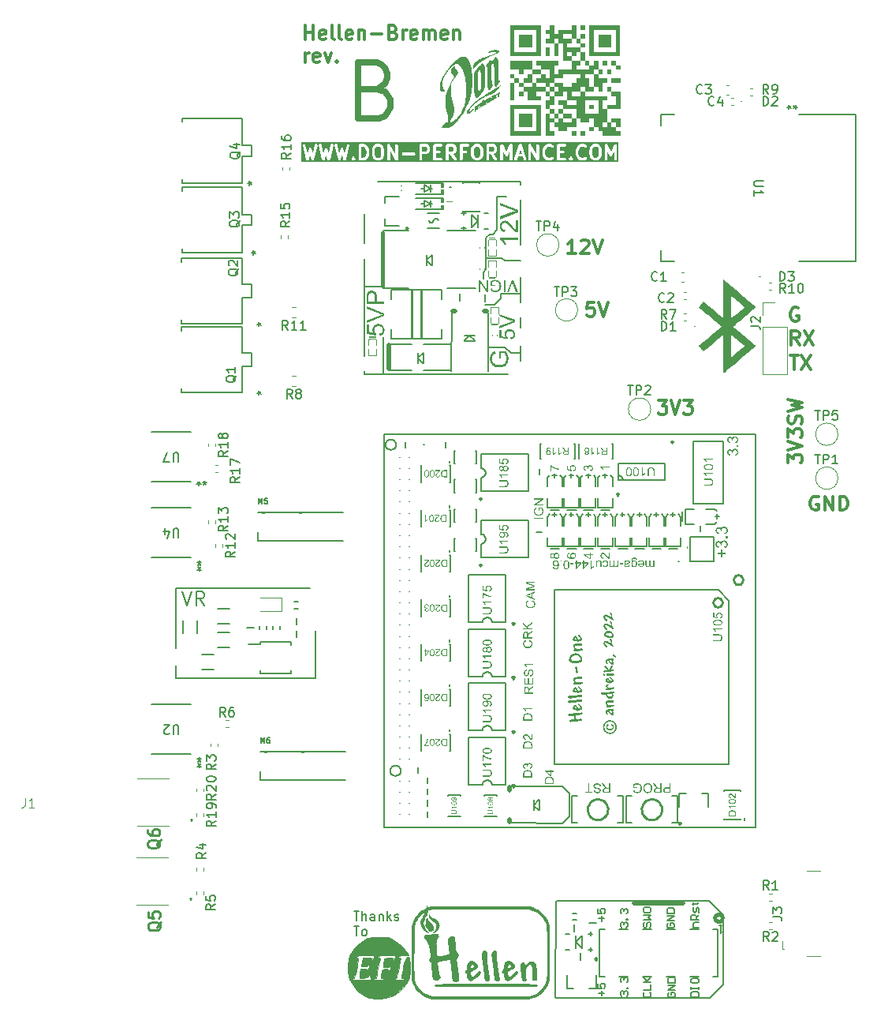
<source format=gto>
G75*
G70*
%OFA0B0*%
%FSLAX25Y25*%
%IPPOS*%
%LPD*%
%AMOC8*
5,1,8,0,0,1.08239X$1,22.5*
%
%ADD10C,0.01181*%
%ADD100C,0.00800*%
%ADD101C,0.01968*%
%ADD102C,0.00669*%
%ADD11C,0.00787*%
%ADD209C,0.00300*%
%ADD61C,0.01575*%
%ADD65C,0.02756*%
%ADD66C,0.00591*%
%ADD67C,0.00394*%
%ADD68C,0.01000*%
%ADD69C,0.00472*%
%ADD70C,0.00600*%
%ADD71C,0.00010*%
%ADD72C,0.00000*%
%ADD78C,0.00984*%
X0000000Y0000000D02*
%LPD*%
G01*
D11*
X0189082Y0041113D02*
X0191332Y0041113D01*
X0190207Y0037176D02*
X0190207Y0041113D01*
X0192644Y0037176D02*
X0192644Y0041113D01*
X0194331Y0037176D02*
X0194331Y0039238D01*
X0194331Y0039238D02*
X0194144Y0039613D01*
X0194144Y0039613D02*
X0193769Y0039801D01*
X0193769Y0039801D02*
X0193206Y0039801D01*
X0193206Y0039801D02*
X0192831Y0039613D01*
X0192831Y0039613D02*
X0192644Y0039426D01*
X0197893Y0037176D02*
X0197893Y0039238D01*
X0197893Y0039238D02*
X0197706Y0039613D01*
X0197706Y0039613D02*
X0197331Y0039801D01*
X0197331Y0039801D02*
X0196581Y0039801D01*
X0196581Y0039801D02*
X0196206Y0039613D01*
X0197893Y0037364D02*
X0197518Y0037176D01*
X0197518Y0037176D02*
X0196581Y0037176D01*
X0196581Y0037176D02*
X0196206Y0037364D01*
X0196206Y0037364D02*
X0196019Y0037739D01*
X0196019Y0037739D02*
X0196019Y0038113D01*
X0196019Y0038113D02*
X0196206Y0038488D01*
X0196206Y0038488D02*
X0196581Y0038676D01*
X0196581Y0038676D02*
X0197518Y0038676D01*
X0197518Y0038676D02*
X0197893Y0038863D01*
X0199768Y0039801D02*
X0199768Y0037176D01*
X0199768Y0039426D02*
X0199956Y0039613D01*
X0199956Y0039613D02*
X0200331Y0039801D01*
X0200331Y0039801D02*
X0200893Y0039801D01*
X0200893Y0039801D02*
X0201268Y0039613D01*
X0201268Y0039613D02*
X0201455Y0039238D01*
X0201455Y0039238D02*
X0201455Y0037176D01*
X0203330Y0037176D02*
X0203330Y0041113D01*
X0203705Y0038676D02*
X0204830Y0037176D01*
X0204830Y0039801D02*
X0203330Y0038301D01*
X0206330Y0037364D02*
X0206705Y0037176D01*
X0206705Y0037176D02*
X0207455Y0037176D01*
X0207455Y0037176D02*
X0207830Y0037364D01*
X0207830Y0037364D02*
X0208017Y0037739D01*
X0208017Y0037739D02*
X0208017Y0037926D01*
X0208017Y0037926D02*
X0207830Y0038301D01*
X0207830Y0038301D02*
X0207455Y0038488D01*
X0207455Y0038488D02*
X0206892Y0038488D01*
X0206892Y0038488D02*
X0206517Y0038676D01*
X0206517Y0038676D02*
X0206330Y0039051D01*
X0206330Y0039051D02*
X0206330Y0039238D01*
X0206330Y0039238D02*
X0206517Y0039613D01*
X0206517Y0039613D02*
X0206892Y0039801D01*
X0206892Y0039801D02*
X0207455Y0039801D01*
X0207455Y0039801D02*
X0207830Y0039613D01*
X0189082Y0034775D02*
X0191332Y0034775D01*
X0190207Y0030838D02*
X0190207Y0034775D01*
X0193206Y0030838D02*
X0192831Y0031025D01*
X0192831Y0031025D02*
X0192644Y0031213D01*
X0192644Y0031213D02*
X0192457Y0031588D01*
X0192457Y0031588D02*
X0192457Y0032712D01*
X0192457Y0032712D02*
X0192644Y0033087D01*
X0192644Y0033087D02*
X0192831Y0033275D01*
X0192831Y0033275D02*
X0193206Y0033462D01*
X0193206Y0033462D02*
X0193769Y0033462D01*
X0193769Y0033462D02*
X0194144Y0033275D01*
X0194144Y0033275D02*
X0194331Y0033087D01*
X0194331Y0033087D02*
X0194519Y0032712D01*
X0194519Y0032712D02*
X0194519Y0031588D01*
X0194519Y0031588D02*
X0194331Y0031213D01*
X0194331Y0031213D02*
X0194144Y0031025D01*
X0194144Y0031025D02*
X0193769Y0030838D01*
X0193769Y0030838D02*
X0193206Y0030838D01*
D10*
X0372641Y0230361D02*
X0372641Y0234017D01*
X0372641Y0234017D02*
X0374891Y0232048D01*
X0374891Y0232048D02*
X0374891Y0232892D01*
X0374891Y0232892D02*
X0375172Y0233454D01*
X0375172Y0233454D02*
X0375453Y0233735D01*
X0375453Y0233735D02*
X0376016Y0234017D01*
X0376016Y0234017D02*
X0377422Y0234017D01*
X0377422Y0234017D02*
X0377984Y0233735D01*
X0377984Y0233735D02*
X0378265Y0233454D01*
X0378265Y0233454D02*
X0378547Y0232892D01*
X0378547Y0232892D02*
X0378547Y0231204D01*
X0378547Y0231204D02*
X0378265Y0230642D01*
X0378265Y0230642D02*
X0377984Y0230361D01*
X0372641Y0235704D02*
X0378547Y0237672D01*
X0378547Y0237672D02*
X0372641Y0239641D01*
X0372641Y0241047D02*
X0372641Y0244703D01*
X0372641Y0244703D02*
X0374891Y0242734D01*
X0374891Y0242734D02*
X0374891Y0243578D01*
X0374891Y0243578D02*
X0375172Y0244140D01*
X0375172Y0244140D02*
X0375453Y0244422D01*
X0375453Y0244422D02*
X0376016Y0244703D01*
X0376016Y0244703D02*
X0377422Y0244703D01*
X0377422Y0244703D02*
X0377984Y0244422D01*
X0377984Y0244422D02*
X0378265Y0244140D01*
X0378265Y0244140D02*
X0378547Y0243578D01*
X0378547Y0243578D02*
X0378547Y0241891D01*
X0378547Y0241891D02*
X0378265Y0241328D01*
X0378265Y0241328D02*
X0377984Y0241047D01*
X0378265Y0246953D02*
X0378547Y0247796D01*
X0378547Y0247796D02*
X0378547Y0249202D01*
X0378547Y0249202D02*
X0378265Y0249765D01*
X0378265Y0249765D02*
X0377984Y0250046D01*
X0377984Y0250046D02*
X0377422Y0250327D01*
X0377422Y0250327D02*
X0376859Y0250327D01*
X0376859Y0250327D02*
X0376297Y0250046D01*
X0376297Y0250046D02*
X0376016Y0249765D01*
X0376016Y0249765D02*
X0375734Y0249202D01*
X0375734Y0249202D02*
X0375453Y0248077D01*
X0375453Y0248077D02*
X0375172Y0247515D01*
X0375172Y0247515D02*
X0374891Y0247234D01*
X0374891Y0247234D02*
X0374328Y0246953D01*
X0374328Y0246953D02*
X0373766Y0246953D01*
X0373766Y0246953D02*
X0373203Y0247234D01*
X0373203Y0247234D02*
X0372922Y0247515D01*
X0372922Y0247515D02*
X0372641Y0248077D01*
X0372641Y0248077D02*
X0372641Y0249483D01*
X0372641Y0249483D02*
X0372922Y0250327D01*
X0372641Y0252296D02*
X0378547Y0253702D01*
X0378547Y0253702D02*
X0374328Y0254827D01*
X0374328Y0254827D02*
X0378547Y0255951D01*
X0378547Y0255951D02*
X0372641Y0257357D01*
X0317706Y0256887D02*
X0321362Y0256887D01*
X0321362Y0256887D02*
X0319394Y0254637D01*
X0319394Y0254637D02*
X0320237Y0254637D01*
X0320237Y0254637D02*
X0320800Y0254356D01*
X0320800Y0254356D02*
X0321081Y0254074D01*
X0321081Y0254074D02*
X0321362Y0253512D01*
X0321362Y0253512D02*
X0321362Y0252106D01*
X0321362Y0252106D02*
X0321081Y0251543D01*
X0321081Y0251543D02*
X0320800Y0251262D01*
X0320800Y0251262D02*
X0320237Y0250981D01*
X0320237Y0250981D02*
X0318550Y0250981D01*
X0318550Y0250981D02*
X0317988Y0251262D01*
X0317988Y0251262D02*
X0317706Y0251543D01*
X0323050Y0256887D02*
X0325018Y0250981D01*
X0325018Y0250981D02*
X0326987Y0256887D01*
X0328393Y0256887D02*
X0332048Y0256887D01*
X0332048Y0256887D02*
X0330080Y0254637D01*
X0330080Y0254637D02*
X0330924Y0254637D01*
X0330924Y0254637D02*
X0331486Y0254356D01*
X0331486Y0254356D02*
X0331767Y0254074D01*
X0331767Y0254074D02*
X0332048Y0253512D01*
X0332048Y0253512D02*
X0332048Y0252106D01*
X0332048Y0252106D02*
X0331767Y0251543D01*
X0331767Y0251543D02*
X0331486Y0251262D01*
X0331486Y0251262D02*
X0330924Y0250981D01*
X0330924Y0250981D02*
X0329236Y0250981D01*
X0329236Y0250981D02*
X0328674Y0251262D01*
X0328674Y0251262D02*
X0328393Y0251543D01*
G36*
X0193638Y0363727D02*
G01*
X0194034Y0363331D01*
X0194243Y0362912D01*
X0194491Y0361921D01*
X0194491Y0361222D01*
X0194243Y0360231D01*
X0194034Y0359812D01*
X0193638Y0359416D01*
X0193018Y0359209D01*
X0192298Y0359209D01*
X0192298Y0363934D01*
X0193018Y0363934D01*
X0193638Y0363727D01*
G37*
G36*
X0200075Y0363758D02*
G01*
X0200454Y0363379D01*
X0200678Y0362483D01*
X0200678Y0360660D01*
X0200454Y0359764D01*
X0200075Y0359385D01*
X0199723Y0359209D01*
X0198877Y0359209D01*
X0198525Y0359385D01*
X0198146Y0359764D01*
X0197922Y0360660D01*
X0197922Y0362483D01*
X0198146Y0363379D01*
X0198525Y0363758D01*
X0198877Y0363934D01*
X0199723Y0363934D01*
X0200075Y0363758D01*
G37*
G36*
X0241976Y0363758D02*
G01*
X0242355Y0363379D01*
X0242579Y0362483D01*
X0242579Y0360660D01*
X0242355Y0359764D01*
X0241976Y0359385D01*
X0241624Y0359209D01*
X0240778Y0359209D01*
X0240426Y0359385D01*
X0240047Y0359764D01*
X0239823Y0360660D01*
X0239823Y0362483D01*
X0240047Y0363379D01*
X0240426Y0363758D01*
X0240778Y0363934D01*
X0241624Y0363934D01*
X0241976Y0363758D01*
G37*
G36*
X0292032Y0363758D02*
G01*
X0292411Y0363379D01*
X0292635Y0362483D01*
X0292635Y0360660D01*
X0292411Y0359764D01*
X0292032Y0359385D01*
X0291680Y0359209D01*
X0290834Y0359209D01*
X0290482Y0359385D01*
X0290103Y0359764D01*
X0289879Y0360660D01*
X0289879Y0362483D01*
X0290103Y0363379D01*
X0290482Y0363758D01*
X0290834Y0363934D01*
X0291680Y0363934D01*
X0292032Y0363758D01*
G37*
G36*
X0231009Y0363758D02*
G01*
X0231154Y0363612D01*
X0231330Y0363260D01*
X0231330Y0362695D01*
X0231154Y0362343D01*
X0231009Y0362197D01*
X0230657Y0362021D01*
X0229137Y0362021D01*
X0229137Y0363934D01*
X0230657Y0363934D01*
X0231009Y0363758D01*
G37*
G36*
X0248163Y0363758D02*
G01*
X0248309Y0363612D01*
X0248485Y0363260D01*
X0248485Y0362695D01*
X0248309Y0362343D01*
X0248163Y0362197D01*
X0247811Y0362021D01*
X0246291Y0362021D01*
X0246291Y0363934D01*
X0247811Y0363934D01*
X0248163Y0363758D01*
G37*
G36*
X0260067Y0360897D02*
G01*
X0258893Y0360897D01*
X0259480Y0362657D01*
X0260067Y0360897D01*
G37*
G36*
X0219760Y0363758D02*
G01*
X0219906Y0363612D01*
X0220082Y0363260D01*
X0220082Y0362695D01*
X0219906Y0362343D01*
X0219760Y0362197D01*
X0219408Y0362021D01*
X0217888Y0362021D01*
X0217888Y0363934D01*
X0219408Y0363934D01*
X0219760Y0363758D01*
G37*
G36*
X0300941Y0357372D02*
G01*
X0166839Y0357372D01*
X0166839Y0364502D01*
X0167495Y0364502D01*
X0167511Y0364388D01*
X0168917Y0358482D01*
X0168930Y0358442D01*
X0168932Y0358428D01*
X0168940Y0358415D01*
X0168955Y0358373D01*
X0169005Y0358303D01*
X0169048Y0358229D01*
X0169072Y0358210D01*
X0169090Y0358186D01*
X0169163Y0358141D01*
X0169231Y0358089D01*
X0169260Y0358081D01*
X0169286Y0358065D01*
X0169371Y0358052D01*
X0169453Y0358029D01*
X0169483Y0358033D01*
X0169513Y0358029D01*
X0169597Y0358049D01*
X0169682Y0358060D01*
X0169708Y0358075D01*
X0169738Y0358082D01*
X0169807Y0358132D01*
X0169881Y0358175D01*
X0169900Y0358199D01*
X0169924Y0358217D01*
X0169969Y0358290D01*
X0170021Y0358358D01*
X0170037Y0358401D01*
X0170045Y0358413D01*
X0170047Y0358427D01*
X0170062Y0358467D01*
X0170616Y0360545D01*
X0171170Y0358467D01*
X0171185Y0358427D01*
X0171187Y0358413D01*
X0171195Y0358401D01*
X0171211Y0358358D01*
X0171263Y0358290D01*
X0171308Y0358217D01*
X0171333Y0358199D01*
X0171351Y0358175D01*
X0171425Y0358132D01*
X0171495Y0358082D01*
X0171524Y0358075D01*
X0171551Y0358060D01*
X0171636Y0358049D01*
X0171719Y0358029D01*
X0171749Y0358033D01*
X0171779Y0358029D01*
X0171862Y0358052D01*
X0171946Y0358065D01*
X0171972Y0358081D01*
X0172002Y0358089D01*
X0172070Y0358141D01*
X0172143Y0358186D01*
X0172160Y0358210D01*
X0172185Y0358229D01*
X0172228Y0358303D01*
X0172278Y0358373D01*
X0172293Y0358415D01*
X0172300Y0358428D01*
X0172302Y0358442D01*
X0172316Y0358482D01*
X0173722Y0364388D01*
X0173737Y0364502D01*
X0174244Y0364502D01*
X0174260Y0364388D01*
X0175666Y0358482D01*
X0175680Y0358442D01*
X0175682Y0358428D01*
X0175689Y0358415D01*
X0175704Y0358373D01*
X0175754Y0358303D01*
X0175797Y0358229D01*
X0175821Y0358210D01*
X0175839Y0358186D01*
X0175912Y0358141D01*
X0175980Y0358089D01*
X0176009Y0358081D01*
X0176035Y0358065D01*
X0176120Y0358052D01*
X0176203Y0358029D01*
X0176233Y0358033D01*
X0176263Y0358029D01*
X0176346Y0358049D01*
X0176431Y0358060D01*
X0176457Y0358075D01*
X0176487Y0358082D01*
X0176556Y0358132D01*
X0176630Y0358175D01*
X0176649Y0358199D01*
X0176673Y0358217D01*
X0176718Y0358290D01*
X0176770Y0358358D01*
X0176786Y0358401D01*
X0176794Y0358413D01*
X0176796Y0358427D01*
X0176811Y0358467D01*
X0177365Y0360545D01*
X0177920Y0358467D01*
X0177934Y0358427D01*
X0177937Y0358413D01*
X0177944Y0358401D01*
X0177960Y0358358D01*
X0178012Y0358290D01*
X0178057Y0358217D01*
X0178082Y0358199D01*
X0178100Y0358175D01*
X0178174Y0358132D01*
X0178244Y0358082D01*
X0178273Y0358075D01*
X0178300Y0358060D01*
X0178385Y0358049D01*
X0178468Y0358029D01*
X0178498Y0358033D01*
X0178528Y0358029D01*
X0178611Y0358052D01*
X0178696Y0358065D01*
X0178721Y0358081D01*
X0178751Y0358089D01*
X0178819Y0358141D01*
X0178892Y0358186D01*
X0178910Y0358210D01*
X0178934Y0358229D01*
X0178977Y0358303D01*
X0179027Y0358373D01*
X0179042Y0358415D01*
X0179049Y0358428D01*
X0179051Y0358442D01*
X0179065Y0358482D01*
X0180471Y0364388D01*
X0180486Y0364502D01*
X0180993Y0364502D01*
X0181009Y0364388D01*
X0182415Y0358482D01*
X0182429Y0358442D01*
X0182431Y0358428D01*
X0182438Y0358415D01*
X0182453Y0358373D01*
X0182503Y0358303D01*
X0182546Y0358229D01*
X0182570Y0358210D01*
X0182588Y0358186D01*
X0182661Y0358141D01*
X0182729Y0358089D01*
X0182758Y0358081D01*
X0182784Y0358065D01*
X0182869Y0358052D01*
X0182952Y0358029D01*
X0182982Y0358033D01*
X0183012Y0358029D01*
X0183095Y0358049D01*
X0183180Y0358060D01*
X0183206Y0358075D01*
X0183236Y0358082D01*
X0183305Y0358132D01*
X0183380Y0358175D01*
X0183398Y0358199D01*
X0183423Y0358217D01*
X0183467Y0358290D01*
X0183520Y0358358D01*
X0183536Y0358401D01*
X0183543Y0358413D01*
X0183546Y0358427D01*
X0183560Y0358467D01*
X0184114Y0360545D01*
X0184669Y0358467D01*
X0184683Y0358427D01*
X0184686Y0358413D01*
X0184693Y0358401D01*
X0184709Y0358358D01*
X0184762Y0358290D01*
X0184806Y0358217D01*
X0184831Y0358199D01*
X0184849Y0358175D01*
X0184924Y0358132D01*
X0184993Y0358082D01*
X0185023Y0358075D01*
X0185049Y0358060D01*
X0185134Y0358049D01*
X0185217Y0358029D01*
X0185247Y0358033D01*
X0185277Y0358029D01*
X0185360Y0358052D01*
X0185445Y0358065D01*
X0185471Y0358081D01*
X0185500Y0358089D01*
X0185568Y0358141D01*
X0185641Y0358186D01*
X0185659Y0358210D01*
X0185683Y0358229D01*
X0185726Y0358303D01*
X0185776Y0358373D01*
X0185791Y0358415D01*
X0185798Y0358428D01*
X0185800Y0358442D01*
X0185814Y0358482D01*
X0185941Y0359015D01*
X0188035Y0359015D01*
X0188035Y0358785D01*
X0188043Y0358764D01*
X0188123Y0358572D01*
X0188196Y0358482D01*
X0188478Y0358201D01*
X0188567Y0358128D01*
X0188655Y0358091D01*
X0188780Y0358040D01*
X0189010Y0358040D01*
X0189170Y0358106D01*
X0189223Y0358128D01*
X0189223Y0358128D01*
X0189313Y0358201D01*
X0189594Y0358482D01*
X0189667Y0358572D01*
X0189667Y0358572D01*
X0189756Y0358785D01*
X0189756Y0359015D01*
X0189667Y0359228D01*
X0189594Y0359318D01*
X0189313Y0359599D01*
X0189223Y0359672D01*
X0189099Y0359724D01*
X0189010Y0359760D01*
X0188780Y0359760D01*
X0188692Y0359724D01*
X0188567Y0359672D01*
X0188567Y0359672D01*
X0188478Y0359599D01*
X0188196Y0359318D01*
X0188123Y0359228D01*
X0188123Y0359228D01*
X0188044Y0359036D01*
X0188035Y0359015D01*
X0185941Y0359015D01*
X0187220Y0364388D01*
X0187236Y0364502D01*
X0187232Y0364524D01*
X0191117Y0364524D01*
X0191117Y0358619D01*
X0191128Y0358504D01*
X0191128Y0358504D01*
X0191216Y0358291D01*
X0191379Y0358128D01*
X0191592Y0358040D01*
X0191707Y0358028D01*
X0193113Y0358028D01*
X0193172Y0358034D01*
X0193187Y0358033D01*
X0193208Y0358038D01*
X0193229Y0358040D01*
X0193243Y0358046D01*
X0193300Y0358059D01*
X0194144Y0358340D01*
X0194249Y0358387D01*
X0194266Y0358401D01*
X0194285Y0358409D01*
X0194375Y0358482D01*
X0194937Y0359045D01*
X0194974Y0359090D01*
X0194986Y0359100D01*
X0194997Y0359118D01*
X0195010Y0359134D01*
X0195016Y0359149D01*
X0195048Y0359198D01*
X0195329Y0359761D01*
X0195332Y0359769D01*
X0195335Y0359773D01*
X0195352Y0359821D01*
X0195370Y0359869D01*
X0195371Y0359873D01*
X0195374Y0359882D01*
X0195655Y0361006D01*
X0195658Y0361026D01*
X0195661Y0361035D01*
X0195665Y0361078D01*
X0195672Y0361121D01*
X0195670Y0361130D01*
X0195672Y0361150D01*
X0195672Y0361993D01*
X0195670Y0362013D01*
X0195672Y0362022D01*
X0195665Y0362065D01*
X0195661Y0362109D01*
X0195658Y0362117D01*
X0195655Y0362137D01*
X0195550Y0362556D01*
X0196741Y0362556D01*
X0196741Y0360587D01*
X0196743Y0360567D01*
X0196742Y0360559D01*
X0196748Y0360515D01*
X0196752Y0360472D01*
X0196756Y0360464D01*
X0196759Y0360444D01*
X0197040Y0359319D01*
X0197079Y0359210D01*
X0197105Y0359175D01*
X0197122Y0359134D01*
X0197195Y0359045D01*
X0197758Y0358482D01*
X0197803Y0358445D01*
X0197813Y0358433D01*
X0197831Y0358422D01*
X0197847Y0358409D01*
X0197862Y0358403D01*
X0197911Y0358372D01*
X0198474Y0358091D01*
X0198582Y0358049D01*
X0198603Y0358048D01*
X0198622Y0358040D01*
X0198738Y0358028D01*
X0199863Y0358028D01*
X0199978Y0358040D01*
X0199997Y0358048D01*
X0200019Y0358049D01*
X0200127Y0358091D01*
X0200689Y0358372D01*
X0200739Y0358403D01*
X0200753Y0358409D01*
X0200769Y0358422D01*
X0200787Y0358433D01*
X0200797Y0358445D01*
X0200843Y0358482D01*
X0201405Y0359045D01*
X0201478Y0359134D01*
X0201495Y0359175D01*
X0201521Y0359210D01*
X0201560Y0359319D01*
X0201842Y0360444D01*
X0201844Y0360464D01*
X0201848Y0360472D01*
X0201852Y0360515D01*
X0201858Y0360559D01*
X0201857Y0360567D01*
X0201859Y0360587D01*
X0201859Y0362556D01*
X0201857Y0362576D01*
X0201858Y0362585D01*
X0201852Y0362628D01*
X0201848Y0362671D01*
X0201844Y0362679D01*
X0201842Y0362699D01*
X0201560Y0363824D01*
X0201521Y0363933D01*
X0201495Y0363968D01*
X0201478Y0364009D01*
X0201405Y0364098D01*
X0200979Y0364524D01*
X0203209Y0364524D01*
X0203209Y0358619D01*
X0203220Y0358504D01*
X0203309Y0358291D01*
X0203471Y0358128D01*
X0203684Y0358040D01*
X0203915Y0358040D01*
X0204128Y0358128D01*
X0204291Y0358291D01*
X0204379Y0358504D01*
X0204390Y0358619D01*
X0204390Y0362301D01*
X0206661Y0358326D01*
X0206679Y0358302D01*
X0206683Y0358291D01*
X0206694Y0358280D01*
X0206728Y0358231D01*
X0206790Y0358183D01*
X0206846Y0358128D01*
X0206881Y0358113D01*
X0206911Y0358090D01*
X0206986Y0358070D01*
X0207059Y0358040D01*
X0207097Y0358040D01*
X0207133Y0358030D01*
X0207211Y0358040D01*
X0207289Y0358040D01*
X0207324Y0358054D01*
X0207361Y0358059D01*
X0207430Y0358098D01*
X0207502Y0358128D01*
X0207529Y0358154D01*
X0207562Y0358173D01*
X0207610Y0358235D01*
X0207665Y0358291D01*
X0207680Y0358325D01*
X0207703Y0358355D01*
X0207723Y0358431D01*
X0207753Y0358504D01*
X0207759Y0358562D01*
X0207763Y0358578D01*
X0207762Y0358589D01*
X0207765Y0358619D01*
X0207765Y0360984D01*
X0209407Y0360984D01*
X0209407Y0360753D01*
X0209495Y0360540D01*
X0209658Y0360377D01*
X0209871Y0360289D01*
X0209986Y0360278D01*
X0214486Y0360278D01*
X0214601Y0360289D01*
X0214814Y0360377D01*
X0214977Y0360540D01*
X0215065Y0360753D01*
X0215065Y0360984D01*
X0214977Y0361197D01*
X0214814Y0361360D01*
X0214601Y0361448D01*
X0214486Y0361459D01*
X0209986Y0361459D01*
X0209871Y0361448D01*
X0209658Y0361360D01*
X0209495Y0361197D01*
X0209407Y0360984D01*
X0207765Y0360984D01*
X0207765Y0364524D01*
X0216707Y0364524D01*
X0216707Y0358619D01*
X0216719Y0358504D01*
X0216807Y0358291D01*
X0216970Y0358128D01*
X0217183Y0358040D01*
X0217413Y0358040D01*
X0217626Y0358128D01*
X0217789Y0358291D01*
X0217877Y0358504D01*
X0217888Y0358619D01*
X0217888Y0360840D01*
X0219548Y0360840D01*
X0219663Y0360852D01*
X0219682Y0360860D01*
X0219704Y0360861D01*
X0219812Y0360903D01*
X0220374Y0361184D01*
X0220424Y0361215D01*
X0220438Y0361221D01*
X0220454Y0361234D01*
X0220472Y0361246D01*
X0220482Y0361257D01*
X0220528Y0361295D01*
X0220809Y0361576D01*
X0220846Y0361621D01*
X0220858Y0361631D01*
X0220869Y0361649D01*
X0220882Y0361665D01*
X0220888Y0361680D01*
X0220919Y0361729D01*
X0221201Y0362292D01*
X0221242Y0362400D01*
X0221244Y0362421D01*
X0221252Y0362441D01*
X0221263Y0362556D01*
X0221263Y0363399D01*
X0221252Y0363515D01*
X0221244Y0363534D01*
X0221242Y0363555D01*
X0221201Y0363664D01*
X0220919Y0364226D01*
X0220888Y0364276D01*
X0220882Y0364290D01*
X0220869Y0364306D01*
X0220858Y0364324D01*
X0220846Y0364334D01*
X0220809Y0364379D01*
X0220664Y0364524D01*
X0222613Y0364524D01*
X0222613Y0358619D01*
X0222624Y0358504D01*
X0222624Y0358504D01*
X0222712Y0358291D01*
X0222875Y0358128D01*
X0223088Y0358040D01*
X0223203Y0358028D01*
X0226016Y0358028D01*
X0226131Y0358040D01*
X0226344Y0358128D01*
X0226507Y0358291D01*
X0226595Y0358504D01*
X0226595Y0358734D01*
X0226507Y0358947D01*
X0226344Y0359110D01*
X0226131Y0359198D01*
X0226016Y0359209D01*
X0223794Y0359209D01*
X0223794Y0361122D01*
X0225172Y0361122D01*
X0225287Y0361133D01*
X0225500Y0361221D01*
X0225663Y0361384D01*
X0225751Y0361597D01*
X0225751Y0361827D01*
X0225663Y0362040D01*
X0225500Y0362203D01*
X0225287Y0362291D01*
X0225172Y0362303D01*
X0223794Y0362303D01*
X0223794Y0363934D01*
X0226016Y0363934D01*
X0226131Y0363945D01*
X0226344Y0364033D01*
X0226507Y0364196D01*
X0226595Y0364409D01*
X0226595Y0364524D01*
X0227956Y0364524D01*
X0227956Y0358619D01*
X0227967Y0358504D01*
X0228055Y0358291D01*
X0228218Y0358128D01*
X0228431Y0358040D01*
X0228662Y0358040D01*
X0228875Y0358128D01*
X0229037Y0358291D01*
X0229126Y0358504D01*
X0229137Y0358619D01*
X0229137Y0360840D01*
X0229645Y0360840D01*
X0231437Y0358280D01*
X0231513Y0358192D01*
X0231707Y0358068D01*
X0231934Y0358028D01*
X0232159Y0358078D01*
X0232348Y0358210D01*
X0232471Y0358405D01*
X0232511Y0358632D01*
X0232462Y0358857D01*
X0232405Y0358957D01*
X0231047Y0360898D01*
X0231060Y0360903D01*
X0231623Y0361184D01*
X0231672Y0361215D01*
X0231687Y0361221D01*
X0231703Y0361234D01*
X0231721Y0361246D01*
X0231731Y0361257D01*
X0231776Y0361295D01*
X0232057Y0361576D01*
X0232095Y0361621D01*
X0232106Y0361631D01*
X0232118Y0361649D01*
X0232131Y0361665D01*
X0232137Y0361680D01*
X0232168Y0361729D01*
X0232449Y0362292D01*
X0232491Y0362400D01*
X0232492Y0362421D01*
X0232500Y0362441D01*
X0232512Y0362556D01*
X0232512Y0363399D01*
X0232500Y0363515D01*
X0232492Y0363534D01*
X0232491Y0363555D01*
X0232449Y0363664D01*
X0232168Y0364226D01*
X0232137Y0364276D01*
X0232131Y0364290D01*
X0232118Y0364306D01*
X0232106Y0364324D01*
X0232095Y0364334D01*
X0232057Y0364379D01*
X0231913Y0364524D01*
X0233861Y0364524D01*
X0233861Y0358619D01*
X0233873Y0358504D01*
X0233961Y0358291D01*
X0234124Y0358128D01*
X0234337Y0358040D01*
X0234567Y0358040D01*
X0234780Y0358128D01*
X0234943Y0358291D01*
X0235031Y0358504D01*
X0235043Y0358619D01*
X0235043Y0361122D01*
X0236420Y0361122D01*
X0236536Y0361133D01*
X0236749Y0361221D01*
X0236911Y0361384D01*
X0237000Y0361597D01*
X0237000Y0361827D01*
X0236911Y0362040D01*
X0236749Y0362203D01*
X0236536Y0362291D01*
X0236420Y0362303D01*
X0235043Y0362303D01*
X0235043Y0362556D01*
X0238642Y0362556D01*
X0238642Y0360587D01*
X0238644Y0360567D01*
X0238643Y0360559D01*
X0238649Y0360515D01*
X0238653Y0360472D01*
X0238657Y0360464D01*
X0238660Y0360444D01*
X0238941Y0359319D01*
X0238980Y0359210D01*
X0239006Y0359175D01*
X0239023Y0359134D01*
X0239096Y0359045D01*
X0239659Y0358482D01*
X0239704Y0358445D01*
X0239714Y0358433D01*
X0239732Y0358422D01*
X0239748Y0358409D01*
X0239763Y0358403D01*
X0239812Y0358372D01*
X0240375Y0358091D01*
X0240483Y0358049D01*
X0240504Y0358048D01*
X0240523Y0358040D01*
X0240639Y0358028D01*
X0241764Y0358028D01*
X0241879Y0358040D01*
X0241898Y0358048D01*
X0241920Y0358049D01*
X0242028Y0358091D01*
X0242590Y0358372D01*
X0242640Y0358403D01*
X0242654Y0358409D01*
X0242670Y0358422D01*
X0242688Y0358433D01*
X0242698Y0358445D01*
X0242744Y0358482D01*
X0243306Y0359045D01*
X0243379Y0359134D01*
X0243396Y0359175D01*
X0243422Y0359210D01*
X0243461Y0359319D01*
X0243743Y0360444D01*
X0243745Y0360464D01*
X0243749Y0360472D01*
X0243753Y0360515D01*
X0243759Y0360559D01*
X0243758Y0360567D01*
X0243760Y0360587D01*
X0243760Y0362556D01*
X0243758Y0362576D01*
X0243759Y0362585D01*
X0243753Y0362628D01*
X0243749Y0362671D01*
X0243745Y0362679D01*
X0243743Y0362699D01*
X0243461Y0363824D01*
X0243422Y0363933D01*
X0243396Y0363968D01*
X0243379Y0364009D01*
X0243306Y0364098D01*
X0242880Y0364524D01*
X0245110Y0364524D01*
X0245110Y0358619D01*
X0245121Y0358504D01*
X0245210Y0358291D01*
X0245372Y0358128D01*
X0245585Y0358040D01*
X0245816Y0358040D01*
X0246029Y0358128D01*
X0246192Y0358291D01*
X0246280Y0358504D01*
X0246291Y0358619D01*
X0246291Y0360840D01*
X0246799Y0360840D01*
X0248591Y0358280D01*
X0248667Y0358192D01*
X0248861Y0358068D01*
X0249088Y0358028D01*
X0249313Y0358078D01*
X0249502Y0358210D01*
X0249626Y0358405D01*
X0249666Y0358632D01*
X0249616Y0358857D01*
X0249559Y0358957D01*
X0248201Y0360898D01*
X0248214Y0360903D01*
X0248777Y0361184D01*
X0248826Y0361215D01*
X0248841Y0361221D01*
X0248857Y0361234D01*
X0248875Y0361246D01*
X0248885Y0361257D01*
X0248930Y0361295D01*
X0249212Y0361576D01*
X0249249Y0361621D01*
X0249260Y0361631D01*
X0249272Y0361649D01*
X0249285Y0361665D01*
X0249291Y0361680D01*
X0249322Y0361729D01*
X0249603Y0362292D01*
X0249645Y0362400D01*
X0249646Y0362421D01*
X0249654Y0362441D01*
X0249666Y0362556D01*
X0249666Y0363399D01*
X0249654Y0363515D01*
X0249646Y0363534D01*
X0249645Y0363555D01*
X0249603Y0363664D01*
X0249322Y0364226D01*
X0249291Y0364276D01*
X0249285Y0364290D01*
X0249272Y0364306D01*
X0249260Y0364324D01*
X0249249Y0364334D01*
X0249212Y0364379D01*
X0249067Y0364524D01*
X0251016Y0364524D01*
X0251016Y0358619D01*
X0251027Y0358504D01*
X0251115Y0358291D01*
X0251278Y0358128D01*
X0251491Y0358040D01*
X0251721Y0358040D01*
X0251934Y0358128D01*
X0252097Y0358291D01*
X0252185Y0358504D01*
X0252197Y0358619D01*
X0252197Y0361862D01*
X0253039Y0360056D01*
X0253064Y0360014D01*
X0253070Y0360000D01*
X0253079Y0359990D01*
X0253098Y0359957D01*
X0253165Y0359896D01*
X0253225Y0359830D01*
X0253249Y0359819D01*
X0253268Y0359801D01*
X0253353Y0359770D01*
X0253434Y0359732D01*
X0253460Y0359731D01*
X0253485Y0359722D01*
X0253575Y0359726D01*
X0253664Y0359722D01*
X0253689Y0359731D01*
X0253715Y0359732D01*
X0253796Y0359770D01*
X0253881Y0359801D01*
X0253900Y0359819D01*
X0253924Y0359830D01*
X0253985Y0359896D01*
X0254051Y0359957D01*
X0254070Y0359990D01*
X0254080Y0360000D01*
X0254085Y0360014D01*
X0254110Y0360056D01*
X0254953Y0361862D01*
X0254953Y0358619D01*
X0254964Y0358504D01*
X0255052Y0358291D01*
X0255215Y0358128D01*
X0255428Y0358040D01*
X0255658Y0358040D01*
X0255871Y0358128D01*
X0256034Y0358291D01*
X0256122Y0358504D01*
X0256134Y0358619D01*
X0256134Y0358693D01*
X0256926Y0358693D01*
X0256942Y0358463D01*
X0257045Y0358257D01*
X0257219Y0358106D01*
X0257438Y0358033D01*
X0257668Y0358049D01*
X0257874Y0358152D01*
X0258025Y0358326D01*
X0258072Y0358432D01*
X0258500Y0359716D01*
X0260461Y0359716D01*
X0260888Y0358432D01*
X0260936Y0358326D01*
X0261087Y0358152D01*
X0261293Y0358049D01*
X0261522Y0358033D01*
X0261741Y0358106D01*
X0261915Y0358257D01*
X0262018Y0358463D01*
X0262035Y0358693D01*
X0262009Y0358806D01*
X0260103Y0364524D01*
X0262827Y0364524D01*
X0262827Y0358619D01*
X0262838Y0358504D01*
X0262926Y0358291D01*
X0263089Y0358128D01*
X0263302Y0358040D01*
X0263532Y0358040D01*
X0263745Y0358128D01*
X0263908Y0358291D01*
X0263996Y0358504D01*
X0264008Y0358619D01*
X0264008Y0362301D01*
X0266279Y0358326D01*
X0266296Y0358302D01*
X0266301Y0358291D01*
X0266312Y0358280D01*
X0266346Y0358231D01*
X0266408Y0358183D01*
X0266464Y0358128D01*
X0266498Y0358113D01*
X0266528Y0358090D01*
X0266604Y0358070D01*
X0266676Y0358040D01*
X0266714Y0358040D01*
X0266750Y0358030D01*
X0266828Y0358040D01*
X0266907Y0358040D01*
X0266942Y0358054D01*
X0266979Y0358059D01*
X0267047Y0358098D01*
X0267120Y0358128D01*
X0267146Y0358154D01*
X0267179Y0358173D01*
X0267227Y0358235D01*
X0267283Y0358291D01*
X0267297Y0358325D01*
X0267320Y0358355D01*
X0267341Y0358431D01*
X0267371Y0358504D01*
X0267377Y0358562D01*
X0267381Y0358578D01*
X0267379Y0358589D01*
X0267382Y0358619D01*
X0267382Y0361993D01*
X0268732Y0361993D01*
X0268732Y0361150D01*
X0268734Y0361130D01*
X0268733Y0361121D01*
X0268739Y0361078D01*
X0268743Y0361035D01*
X0268747Y0361026D01*
X0268750Y0361006D01*
X0269031Y0359882D01*
X0269034Y0359873D01*
X0269034Y0359869D01*
X0269053Y0359821D01*
X0269070Y0359773D01*
X0269072Y0359769D01*
X0269076Y0359761D01*
X0269357Y0359198D01*
X0269388Y0359149D01*
X0269394Y0359134D01*
X0269407Y0359118D01*
X0269419Y0359100D01*
X0269430Y0359090D01*
X0269467Y0359045D01*
X0270030Y0358482D01*
X0270119Y0358409D01*
X0270139Y0358401D01*
X0270155Y0358387D01*
X0270261Y0358340D01*
X0271104Y0358059D01*
X0271161Y0358046D01*
X0271176Y0358040D01*
X0271197Y0358038D01*
X0271217Y0358033D01*
X0271233Y0358034D01*
X0271291Y0358028D01*
X0271854Y0358028D01*
X0271912Y0358034D01*
X0271927Y0358033D01*
X0271948Y0358038D01*
X0271969Y0358040D01*
X0271983Y0358046D01*
X0272040Y0358059D01*
X0272884Y0358340D01*
X0272990Y0358387D01*
X0273006Y0358401D01*
X0273025Y0358409D01*
X0273115Y0358482D01*
X0273396Y0358764D01*
X0273469Y0358853D01*
X0273558Y0359066D01*
X0273558Y0359296D01*
X0273469Y0359509D01*
X0273306Y0359672D01*
X0273094Y0359760D01*
X0272863Y0359760D01*
X0272650Y0359672D01*
X0272561Y0359599D01*
X0272378Y0359416D01*
X0271758Y0359209D01*
X0271387Y0359209D01*
X0270766Y0359416D01*
X0270370Y0359812D01*
X0270161Y0360231D01*
X0269913Y0361222D01*
X0269913Y0361921D01*
X0270161Y0362912D01*
X0270370Y0363331D01*
X0270766Y0363727D01*
X0271387Y0363934D01*
X0271758Y0363934D01*
X0272378Y0363727D01*
X0272561Y0363544D01*
X0272650Y0363471D01*
X0272863Y0363383D01*
X0273094Y0363383D01*
X0273306Y0363471D01*
X0273469Y0363634D01*
X0273558Y0363847D01*
X0273558Y0364077D01*
X0273469Y0364290D01*
X0273396Y0364379D01*
X0273251Y0364524D01*
X0274919Y0364524D01*
X0274919Y0358619D01*
X0274930Y0358504D01*
X0274930Y0358504D01*
X0275018Y0358291D01*
X0275181Y0358128D01*
X0275394Y0358040D01*
X0275509Y0358028D01*
X0278321Y0358028D01*
X0278437Y0358040D01*
X0278650Y0358128D01*
X0278813Y0358291D01*
X0278901Y0358504D01*
X0278901Y0358734D01*
X0278813Y0358947D01*
X0278744Y0359015D01*
X0279992Y0359015D01*
X0279992Y0358785D01*
X0280001Y0358764D01*
X0280080Y0358572D01*
X0280154Y0358482D01*
X0280435Y0358201D01*
X0280524Y0358128D01*
X0280612Y0358091D01*
X0280737Y0358040D01*
X0280968Y0358040D01*
X0281127Y0358106D01*
X0281181Y0358128D01*
X0281181Y0358128D01*
X0281270Y0358201D01*
X0281551Y0358482D01*
X0281625Y0358572D01*
X0281625Y0358572D01*
X0281713Y0358785D01*
X0281713Y0359015D01*
X0281625Y0359228D01*
X0281551Y0359318D01*
X0281270Y0359599D01*
X0281181Y0359672D01*
X0281056Y0359724D01*
X0280968Y0359760D01*
X0280737Y0359760D01*
X0280649Y0359724D01*
X0280524Y0359672D01*
X0280524Y0359672D01*
X0280435Y0359599D01*
X0280154Y0359318D01*
X0280080Y0359228D01*
X0280080Y0359228D01*
X0280001Y0359036D01*
X0279992Y0359015D01*
X0278744Y0359015D01*
X0278650Y0359110D01*
X0278437Y0359198D01*
X0278321Y0359209D01*
X0276100Y0359209D01*
X0276100Y0361122D01*
X0277478Y0361122D01*
X0277593Y0361133D01*
X0277806Y0361221D01*
X0277969Y0361384D01*
X0278057Y0361597D01*
X0278057Y0361827D01*
X0277988Y0361993D01*
X0282793Y0361993D01*
X0282793Y0361150D01*
X0282795Y0361130D01*
X0282793Y0361121D01*
X0282800Y0361078D01*
X0282804Y0361035D01*
X0282807Y0361026D01*
X0282810Y0361006D01*
X0283092Y0359882D01*
X0283095Y0359873D01*
X0283095Y0359869D01*
X0283113Y0359821D01*
X0283131Y0359773D01*
X0283133Y0359769D01*
X0283136Y0359761D01*
X0283418Y0359198D01*
X0283449Y0359149D01*
X0283455Y0359134D01*
X0283468Y0359118D01*
X0283479Y0359100D01*
X0283491Y0359090D01*
X0283528Y0359045D01*
X0284091Y0358482D01*
X0284180Y0358409D01*
X0284200Y0358401D01*
X0284216Y0358387D01*
X0284321Y0358340D01*
X0285165Y0358059D01*
X0285222Y0358046D01*
X0285237Y0358040D01*
X0285258Y0358038D01*
X0285278Y0358033D01*
X0285294Y0358034D01*
X0285352Y0358028D01*
X0285914Y0358028D01*
X0285973Y0358034D01*
X0285988Y0358033D01*
X0286009Y0358038D01*
X0286029Y0358040D01*
X0286044Y0358046D01*
X0286101Y0358059D01*
X0286945Y0358340D01*
X0287050Y0358387D01*
X0287066Y0358401D01*
X0287086Y0358409D01*
X0287176Y0358482D01*
X0287457Y0358764D01*
X0287530Y0358853D01*
X0287618Y0359066D01*
X0287618Y0359296D01*
X0287530Y0359509D01*
X0287367Y0359672D01*
X0287154Y0359760D01*
X0286924Y0359760D01*
X0286711Y0359672D01*
X0286622Y0359599D01*
X0286439Y0359416D01*
X0285818Y0359209D01*
X0285448Y0359209D01*
X0284827Y0359416D01*
X0284431Y0359812D01*
X0284222Y0360231D01*
X0283974Y0361222D01*
X0283974Y0361921D01*
X0284133Y0362556D01*
X0288698Y0362556D01*
X0288698Y0360587D01*
X0288700Y0360567D01*
X0288699Y0360559D01*
X0288705Y0360515D01*
X0288710Y0360472D01*
X0288713Y0360464D01*
X0288716Y0360444D01*
X0288997Y0359319D01*
X0289036Y0359210D01*
X0289062Y0359175D01*
X0289079Y0359134D01*
X0289152Y0359045D01*
X0289715Y0358482D01*
X0289760Y0358445D01*
X0289770Y0358433D01*
X0289788Y0358422D01*
X0289804Y0358409D01*
X0289819Y0358403D01*
X0289868Y0358372D01*
X0290431Y0358091D01*
X0290539Y0358049D01*
X0290560Y0358048D01*
X0290580Y0358040D01*
X0290695Y0358028D01*
X0291820Y0358028D01*
X0291935Y0358040D01*
X0291955Y0358048D01*
X0291976Y0358049D01*
X0292084Y0358091D01*
X0292646Y0358372D01*
X0292696Y0358403D01*
X0292710Y0358409D01*
X0292727Y0358422D01*
X0292744Y0358433D01*
X0292755Y0358445D01*
X0292800Y0358482D01*
X0293362Y0359045D01*
X0293436Y0359134D01*
X0293452Y0359175D01*
X0293479Y0359210D01*
X0293518Y0359319D01*
X0293799Y0360444D01*
X0293802Y0360464D01*
X0293805Y0360472D01*
X0293809Y0360515D01*
X0293816Y0360559D01*
X0293814Y0360567D01*
X0293816Y0360587D01*
X0293816Y0362556D01*
X0293814Y0362576D01*
X0293816Y0362585D01*
X0293809Y0362628D01*
X0293805Y0362671D01*
X0293802Y0362679D01*
X0293799Y0362699D01*
X0293518Y0363824D01*
X0293479Y0363933D01*
X0293452Y0363968D01*
X0293436Y0364009D01*
X0293362Y0364098D01*
X0292936Y0364524D01*
X0295166Y0364524D01*
X0295166Y0358619D01*
X0295178Y0358504D01*
X0295266Y0358291D01*
X0295429Y0358128D01*
X0295642Y0358040D01*
X0295872Y0358040D01*
X0296085Y0358128D01*
X0296248Y0358291D01*
X0296336Y0358504D01*
X0296347Y0358619D01*
X0296347Y0361862D01*
X0297190Y0360056D01*
X0297215Y0360014D01*
X0297220Y0360000D01*
X0297230Y0359990D01*
X0297249Y0359957D01*
X0297315Y0359896D01*
X0297376Y0359830D01*
X0297400Y0359819D01*
X0297419Y0359801D01*
X0297503Y0359770D01*
X0297585Y0359732D01*
X0297611Y0359731D01*
X0297636Y0359722D01*
X0297725Y0359726D01*
X0297815Y0359722D01*
X0297840Y0359731D01*
X0297866Y0359732D01*
X0297947Y0359770D01*
X0298032Y0359801D01*
X0298051Y0359819D01*
X0298075Y0359830D01*
X0298135Y0359896D01*
X0298201Y0359957D01*
X0298221Y0359990D01*
X0298230Y0360000D01*
X0298235Y0360014D01*
X0298260Y0360056D01*
X0299103Y0361862D01*
X0299103Y0358619D01*
X0299115Y0358504D01*
X0299203Y0358291D01*
X0299366Y0358128D01*
X0299579Y0358040D01*
X0299809Y0358040D01*
X0300022Y0358128D01*
X0300185Y0358291D01*
X0300273Y0358504D01*
X0300284Y0358619D01*
X0300284Y0364524D01*
X0300277Y0364600D01*
X0300278Y0364614D01*
X0300275Y0364621D01*
X0300273Y0364640D01*
X0300234Y0364734D01*
X0300199Y0364831D01*
X0300190Y0364840D01*
X0300185Y0364852D01*
X0300112Y0364925D01*
X0300043Y0365000D01*
X0300031Y0365006D01*
X0300022Y0365015D01*
X0299927Y0365055D01*
X0299834Y0365098D01*
X0299821Y0365098D01*
X0299809Y0365104D01*
X0299707Y0365104D01*
X0299604Y0365108D01*
X0299592Y0365104D01*
X0299579Y0365104D01*
X0299484Y0365064D01*
X0299388Y0365029D01*
X0299378Y0365020D01*
X0299366Y0365015D01*
X0299293Y0364943D01*
X0299218Y0364874D01*
X0299208Y0364858D01*
X0299203Y0364852D01*
X0299197Y0364840D01*
X0299159Y0364774D01*
X0297725Y0361703D01*
X0296292Y0364774D01*
X0296253Y0364840D01*
X0296248Y0364852D01*
X0296242Y0364858D01*
X0296233Y0364874D01*
X0296157Y0364943D01*
X0296085Y0365015D01*
X0296073Y0365020D01*
X0296063Y0365029D01*
X0295967Y0365064D01*
X0295872Y0365104D01*
X0295859Y0365104D01*
X0295846Y0365108D01*
X0295744Y0365104D01*
X0295642Y0365104D01*
X0295629Y0365098D01*
X0295616Y0365098D01*
X0295523Y0365055D01*
X0295429Y0365015D01*
X0295419Y0365006D01*
X0295407Y0365000D01*
X0295338Y0364925D01*
X0295266Y0364852D01*
X0295261Y0364840D01*
X0295252Y0364831D01*
X0295217Y0364734D01*
X0295178Y0364640D01*
X0295176Y0364621D01*
X0295173Y0364614D01*
X0295174Y0364600D01*
X0295166Y0364524D01*
X0292936Y0364524D01*
X0292800Y0364661D01*
X0292755Y0364698D01*
X0292744Y0364710D01*
X0292727Y0364721D01*
X0292710Y0364734D01*
X0292696Y0364740D01*
X0292646Y0364771D01*
X0292084Y0365053D01*
X0291976Y0365094D01*
X0291955Y0365095D01*
X0291935Y0365104D01*
X0291820Y0365115D01*
X0290695Y0365115D01*
X0290580Y0365104D01*
X0290560Y0365095D01*
X0290539Y0365094D01*
X0290431Y0365053D01*
X0289868Y0364771D01*
X0289819Y0364740D01*
X0289804Y0364734D01*
X0289788Y0364721D01*
X0289770Y0364710D01*
X0289760Y0364698D01*
X0289715Y0364661D01*
X0289152Y0364098D01*
X0289079Y0364009D01*
X0289062Y0363968D01*
X0289036Y0363933D01*
X0288997Y0363824D01*
X0288716Y0362699D01*
X0288713Y0362679D01*
X0288710Y0362671D01*
X0288705Y0362628D01*
X0288699Y0362584D01*
X0288700Y0362576D01*
X0288698Y0362556D01*
X0284133Y0362556D01*
X0284222Y0362912D01*
X0284431Y0363331D01*
X0284827Y0363727D01*
X0285448Y0363934D01*
X0285818Y0363934D01*
X0286439Y0363727D01*
X0286622Y0363544D01*
X0286711Y0363471D01*
X0286924Y0363383D01*
X0287154Y0363383D01*
X0287367Y0363471D01*
X0287530Y0363634D01*
X0287618Y0363847D01*
X0287618Y0364077D01*
X0287530Y0364290D01*
X0287457Y0364379D01*
X0287176Y0364661D01*
X0287086Y0364734D01*
X0287066Y0364742D01*
X0287050Y0364756D01*
X0286945Y0364803D01*
X0286101Y0365085D01*
X0286044Y0365098D01*
X0286029Y0365104D01*
X0286009Y0365106D01*
X0285988Y0365110D01*
X0285973Y0365109D01*
X0285914Y0365115D01*
X0285352Y0365115D01*
X0285294Y0365109D01*
X0285278Y0365110D01*
X0285258Y0365106D01*
X0285237Y0365104D01*
X0285222Y0365098D01*
X0285165Y0365085D01*
X0284321Y0364803D01*
X0284216Y0364756D01*
X0284200Y0364742D01*
X0284180Y0364734D01*
X0284091Y0364661D01*
X0283528Y0364098D01*
X0283491Y0364053D01*
X0283479Y0364043D01*
X0283468Y0364025D01*
X0283455Y0364009D01*
X0283449Y0363994D01*
X0283418Y0363945D01*
X0283136Y0363382D01*
X0283133Y0363374D01*
X0283131Y0363370D01*
X0283113Y0363322D01*
X0283095Y0363274D01*
X0283095Y0363270D01*
X0283092Y0363261D01*
X0282810Y0362137D01*
X0282807Y0362117D01*
X0282804Y0362109D01*
X0282800Y0362065D01*
X0282793Y0362022D01*
X0282795Y0362013D01*
X0282793Y0361993D01*
X0277988Y0361993D01*
X0277969Y0362040D01*
X0277806Y0362203D01*
X0277593Y0362291D01*
X0277478Y0362303D01*
X0276100Y0362303D01*
X0276100Y0363934D01*
X0278321Y0363934D01*
X0278437Y0363945D01*
X0278650Y0364033D01*
X0278813Y0364196D01*
X0278901Y0364409D01*
X0278901Y0364640D01*
X0278813Y0364852D01*
X0278650Y0365015D01*
X0278437Y0365104D01*
X0278321Y0365115D01*
X0275509Y0365115D01*
X0275394Y0365104D01*
X0275181Y0365015D01*
X0275018Y0364852D01*
X0274930Y0364640D01*
X0274919Y0364524D01*
X0273251Y0364524D01*
X0273115Y0364661D01*
X0273025Y0364734D01*
X0273006Y0364742D01*
X0272990Y0364756D01*
X0272884Y0364803D01*
X0272040Y0365085D01*
X0271983Y0365098D01*
X0271969Y0365104D01*
X0271948Y0365106D01*
X0271927Y0365110D01*
X0271912Y0365109D01*
X0271854Y0365115D01*
X0271291Y0365115D01*
X0271233Y0365109D01*
X0271217Y0365110D01*
X0271197Y0365106D01*
X0271176Y0365104D01*
X0271161Y0365098D01*
X0271104Y0365085D01*
X0270261Y0364803D01*
X0270155Y0364756D01*
X0270139Y0364742D01*
X0270119Y0364734D01*
X0270030Y0364661D01*
X0269467Y0364098D01*
X0269430Y0364053D01*
X0269419Y0364043D01*
X0269407Y0364025D01*
X0269394Y0364009D01*
X0269388Y0363994D01*
X0269357Y0363945D01*
X0269076Y0363382D01*
X0269072Y0363374D01*
X0269070Y0363370D01*
X0269053Y0363322D01*
X0269034Y0363274D01*
X0269034Y0363270D01*
X0269031Y0363261D01*
X0268750Y0362137D01*
X0268747Y0362117D01*
X0268743Y0362109D01*
X0268739Y0362065D01*
X0268733Y0362022D01*
X0268734Y0362013D01*
X0268732Y0361993D01*
X0267382Y0361993D01*
X0267382Y0364524D01*
X0267371Y0364640D01*
X0267283Y0364852D01*
X0267120Y0365015D01*
X0266907Y0365104D01*
X0266676Y0365104D01*
X0266464Y0365015D01*
X0266301Y0364852D01*
X0266212Y0364640D01*
X0266201Y0364524D01*
X0266201Y0360843D01*
X0263930Y0364817D01*
X0263913Y0364842D01*
X0263908Y0364852D01*
X0263897Y0364863D01*
X0263863Y0364912D01*
X0263801Y0364960D01*
X0263745Y0365015D01*
X0263710Y0365030D01*
X0263681Y0365053D01*
X0263605Y0365073D01*
X0263532Y0365104D01*
X0263495Y0365104D01*
X0263458Y0365113D01*
X0263380Y0365104D01*
X0263302Y0365104D01*
X0263267Y0365089D01*
X0263230Y0365084D01*
X0263162Y0365045D01*
X0263089Y0365015D01*
X0263062Y0364989D01*
X0263030Y0364970D01*
X0262982Y0364908D01*
X0262926Y0364852D01*
X0262912Y0364818D01*
X0262889Y0364788D01*
X0262868Y0364712D01*
X0262838Y0364640D01*
X0262832Y0364581D01*
X0262828Y0364566D01*
X0262829Y0364554D01*
X0262827Y0364524D01*
X0260103Y0364524D01*
X0260040Y0364711D01*
X0259993Y0364817D01*
X0259965Y0364849D01*
X0259947Y0364886D01*
X0259891Y0364935D01*
X0259842Y0364991D01*
X0259804Y0365010D01*
X0259773Y0365037D01*
X0259702Y0365061D01*
X0259636Y0365094D01*
X0259594Y0365097D01*
X0259554Y0365110D01*
X0259480Y0365105D01*
X0259406Y0365110D01*
X0259366Y0365097D01*
X0259324Y0365094D01*
X0259258Y0365061D01*
X0259188Y0365037D01*
X0259156Y0365010D01*
X0259118Y0364991D01*
X0259069Y0364935D01*
X0259014Y0364886D01*
X0258995Y0364849D01*
X0258967Y0364817D01*
X0258920Y0364711D01*
X0256951Y0358806D01*
X0256926Y0358693D01*
X0256134Y0358693D01*
X0256134Y0364524D01*
X0256126Y0364600D01*
X0256127Y0364614D01*
X0256124Y0364621D01*
X0256122Y0364640D01*
X0256083Y0364734D01*
X0256048Y0364831D01*
X0256039Y0364840D01*
X0256034Y0364852D01*
X0255962Y0364925D01*
X0255892Y0365000D01*
X0255880Y0365006D01*
X0255871Y0365015D01*
X0255777Y0365055D01*
X0255684Y0365098D01*
X0255670Y0365098D01*
X0255658Y0365104D01*
X0255556Y0365104D01*
X0255453Y0365108D01*
X0255441Y0365104D01*
X0255428Y0365104D01*
X0255333Y0365064D01*
X0255237Y0365029D01*
X0255227Y0365020D01*
X0255215Y0365015D01*
X0255143Y0364943D01*
X0255067Y0364874D01*
X0255058Y0364858D01*
X0255052Y0364852D01*
X0255047Y0364840D01*
X0255008Y0364774D01*
X0253575Y0361703D01*
X0252141Y0364774D01*
X0252102Y0364840D01*
X0252097Y0364852D01*
X0252091Y0364858D01*
X0252082Y0364874D01*
X0252007Y0364943D01*
X0251934Y0365015D01*
X0251922Y0365020D01*
X0251912Y0365029D01*
X0251816Y0365064D01*
X0251721Y0365104D01*
X0251708Y0365104D01*
X0251696Y0365108D01*
X0251593Y0365104D01*
X0251491Y0365104D01*
X0251479Y0365098D01*
X0251466Y0365098D01*
X0251373Y0365055D01*
X0251278Y0365015D01*
X0251269Y0365006D01*
X0251257Y0365000D01*
X0251187Y0364925D01*
X0251115Y0364852D01*
X0251110Y0364840D01*
X0251101Y0364831D01*
X0251066Y0364734D01*
X0251027Y0364640D01*
X0251025Y0364621D01*
X0251022Y0364614D01*
X0251023Y0364600D01*
X0251016Y0364524D01*
X0249067Y0364524D01*
X0248930Y0364661D01*
X0248885Y0364698D01*
X0248875Y0364710D01*
X0248857Y0364721D01*
X0248841Y0364734D01*
X0248826Y0364740D01*
X0248777Y0364771D01*
X0248214Y0365053D01*
X0248106Y0365094D01*
X0248085Y0365095D01*
X0248065Y0365104D01*
X0247950Y0365115D01*
X0245701Y0365115D01*
X0245585Y0365104D01*
X0245372Y0365015D01*
X0245210Y0364852D01*
X0245121Y0364640D01*
X0245110Y0364524D01*
X0242880Y0364524D01*
X0242744Y0364661D01*
X0242698Y0364698D01*
X0242688Y0364710D01*
X0242670Y0364721D01*
X0242654Y0364734D01*
X0242640Y0364740D01*
X0242590Y0364771D01*
X0242028Y0365053D01*
X0241920Y0365094D01*
X0241898Y0365095D01*
X0241879Y0365104D01*
X0241764Y0365115D01*
X0240639Y0365115D01*
X0240523Y0365104D01*
X0240504Y0365095D01*
X0240483Y0365094D01*
X0240375Y0365053D01*
X0239812Y0364771D01*
X0239763Y0364740D01*
X0239748Y0364734D01*
X0239732Y0364721D01*
X0239714Y0364710D01*
X0239704Y0364698D01*
X0239659Y0364661D01*
X0239096Y0364098D01*
X0239023Y0364009D01*
X0239006Y0363968D01*
X0238980Y0363933D01*
X0238941Y0363824D01*
X0238660Y0362699D01*
X0238657Y0362679D01*
X0238653Y0362671D01*
X0238649Y0362628D01*
X0238643Y0362584D01*
X0238644Y0362576D01*
X0238642Y0362556D01*
X0235043Y0362556D01*
X0235043Y0363934D01*
X0237264Y0363934D01*
X0237379Y0363945D01*
X0237592Y0364033D01*
X0237755Y0364196D01*
X0237843Y0364409D01*
X0237843Y0364640D01*
X0237755Y0364852D01*
X0237592Y0365015D01*
X0237379Y0365104D01*
X0237264Y0365115D01*
X0234452Y0365115D01*
X0234337Y0365104D01*
X0234124Y0365015D01*
X0233961Y0364852D01*
X0233873Y0364640D01*
X0233861Y0364524D01*
X0231913Y0364524D01*
X0231776Y0364661D01*
X0231731Y0364698D01*
X0231721Y0364710D01*
X0231703Y0364721D01*
X0231687Y0364734D01*
X0231672Y0364740D01*
X0231623Y0364771D01*
X0231060Y0365053D01*
X0230952Y0365094D01*
X0230931Y0365095D01*
X0230911Y0365104D01*
X0230796Y0365115D01*
X0228546Y0365115D01*
X0228431Y0365104D01*
X0228218Y0365015D01*
X0228055Y0364852D01*
X0227967Y0364640D01*
X0227956Y0364524D01*
X0226595Y0364524D01*
X0226595Y0364640D01*
X0226507Y0364852D01*
X0226344Y0365015D01*
X0226131Y0365104D01*
X0226016Y0365115D01*
X0223203Y0365115D01*
X0223088Y0365104D01*
X0222875Y0365015D01*
X0222712Y0364852D01*
X0222624Y0364640D01*
X0222613Y0364524D01*
X0220664Y0364524D01*
X0220528Y0364661D01*
X0220482Y0364698D01*
X0220472Y0364710D01*
X0220454Y0364721D01*
X0220438Y0364734D01*
X0220424Y0364740D01*
X0220374Y0364771D01*
X0219812Y0365053D01*
X0219704Y0365094D01*
X0219682Y0365095D01*
X0219663Y0365104D01*
X0219548Y0365115D01*
X0217298Y0365115D01*
X0217183Y0365104D01*
X0216970Y0365015D01*
X0216807Y0364852D01*
X0216719Y0364640D01*
X0216707Y0364524D01*
X0207765Y0364524D01*
X0207753Y0364640D01*
X0207665Y0364852D01*
X0207502Y0365015D01*
X0207289Y0365104D01*
X0207059Y0365104D01*
X0206846Y0365015D01*
X0206683Y0364852D01*
X0206595Y0364640D01*
X0206584Y0364524D01*
X0206584Y0360843D01*
X0204312Y0364817D01*
X0204295Y0364842D01*
X0204291Y0364852D01*
X0204280Y0364863D01*
X0204245Y0364912D01*
X0204183Y0364960D01*
X0204128Y0365015D01*
X0204093Y0365030D01*
X0204063Y0365053D01*
X0203987Y0365073D01*
X0203915Y0365104D01*
X0203877Y0365104D01*
X0203841Y0365113D01*
X0203763Y0365104D01*
X0203684Y0365104D01*
X0203650Y0365089D01*
X0203612Y0365084D01*
X0203544Y0365045D01*
X0203471Y0365015D01*
X0203445Y0364989D01*
X0203412Y0364970D01*
X0203364Y0364908D01*
X0203309Y0364852D01*
X0203294Y0364818D01*
X0203271Y0364788D01*
X0203250Y0364712D01*
X0203220Y0364640D01*
X0203215Y0364581D01*
X0203210Y0364566D01*
X0203212Y0364554D01*
X0203209Y0364524D01*
X0200979Y0364524D01*
X0200843Y0364661D01*
X0200797Y0364698D01*
X0200787Y0364710D01*
X0200769Y0364721D01*
X0200753Y0364734D01*
X0200739Y0364740D01*
X0200689Y0364771D01*
X0200127Y0365053D01*
X0200019Y0365094D01*
X0199997Y0365095D01*
X0199978Y0365104D01*
X0199863Y0365115D01*
X0198738Y0365115D01*
X0198622Y0365104D01*
X0198603Y0365095D01*
X0198582Y0365094D01*
X0198474Y0365053D01*
X0197911Y0364771D01*
X0197862Y0364740D01*
X0197847Y0364734D01*
X0197831Y0364721D01*
X0197813Y0364710D01*
X0197803Y0364698D01*
X0197758Y0364661D01*
X0197195Y0364098D01*
X0197122Y0364009D01*
X0197105Y0363968D01*
X0197079Y0363933D01*
X0197040Y0363824D01*
X0196759Y0362699D01*
X0196756Y0362679D01*
X0196752Y0362671D01*
X0196748Y0362628D01*
X0196742Y0362584D01*
X0196743Y0362576D01*
X0196741Y0362556D01*
X0195550Y0362556D01*
X0195374Y0363261D01*
X0195371Y0363270D01*
X0195370Y0363274D01*
X0195352Y0363322D01*
X0195335Y0363370D01*
X0195332Y0363374D01*
X0195329Y0363382D01*
X0195048Y0363945D01*
X0195016Y0363994D01*
X0195010Y0364009D01*
X0194997Y0364025D01*
X0194986Y0364043D01*
X0194974Y0364053D01*
X0194937Y0364098D01*
X0194375Y0364661D01*
X0194285Y0364734D01*
X0194266Y0364742D01*
X0194249Y0364756D01*
X0194144Y0364803D01*
X0193300Y0365085D01*
X0193243Y0365098D01*
X0193229Y0365104D01*
X0193208Y0365106D01*
X0193187Y0365110D01*
X0193172Y0365109D01*
X0193113Y0365115D01*
X0191707Y0365115D01*
X0191592Y0365104D01*
X0191379Y0365015D01*
X0191216Y0364852D01*
X0191128Y0364640D01*
X0191117Y0364524D01*
X0187232Y0364524D01*
X0187199Y0364730D01*
X0187078Y0364926D01*
X0186892Y0365061D01*
X0186668Y0365114D01*
X0186440Y0365078D01*
X0186244Y0364957D01*
X0186109Y0364771D01*
X0186071Y0364661D01*
X0185207Y0361032D01*
X0184685Y0362989D01*
X0184675Y0363016D01*
X0184673Y0363028D01*
X0184666Y0363041D01*
X0184644Y0363098D01*
X0184597Y0363159D01*
X0184558Y0363227D01*
X0184528Y0363250D01*
X0184504Y0363281D01*
X0184437Y0363320D01*
X0184375Y0363367D01*
X0184338Y0363377D01*
X0184305Y0363396D01*
X0184228Y0363406D01*
X0184152Y0363426D01*
X0184114Y0363421D01*
X0184077Y0363426D01*
X0184001Y0363406D01*
X0183924Y0363396D01*
X0183891Y0363377D01*
X0183854Y0363367D01*
X0183792Y0363320D01*
X0183725Y0363281D01*
X0183701Y0363250D01*
X0183671Y0363227D01*
X0183632Y0363159D01*
X0183585Y0363098D01*
X0183563Y0363041D01*
X0183556Y0363028D01*
X0183554Y0363016D01*
X0183544Y0362989D01*
X0183022Y0361032D01*
X0182158Y0364661D01*
X0182120Y0364771D01*
X0181985Y0364957D01*
X0181789Y0365078D01*
X0181561Y0365114D01*
X0181337Y0365061D01*
X0181151Y0364926D01*
X0181030Y0364730D01*
X0180993Y0364502D01*
X0180486Y0364502D01*
X0180450Y0364730D01*
X0180329Y0364926D01*
X0180143Y0365061D01*
X0179918Y0365114D01*
X0179691Y0365078D01*
X0179495Y0364957D01*
X0179360Y0364771D01*
X0179322Y0364661D01*
X0178458Y0361032D01*
X0177936Y0362989D01*
X0177926Y0363016D01*
X0177924Y0363028D01*
X0177917Y0363041D01*
X0177895Y0363098D01*
X0177848Y0363159D01*
X0177809Y0363227D01*
X0177778Y0363250D01*
X0177755Y0363281D01*
X0177688Y0363320D01*
X0177626Y0363367D01*
X0177589Y0363377D01*
X0177556Y0363396D01*
X0177479Y0363406D01*
X0177403Y0363426D01*
X0177365Y0363421D01*
X0177327Y0363426D01*
X0177252Y0363406D01*
X0177175Y0363396D01*
X0177142Y0363377D01*
X0177105Y0363367D01*
X0177043Y0363320D01*
X0176975Y0363281D01*
X0176952Y0363250D01*
X0176922Y0363227D01*
X0176883Y0363159D01*
X0176835Y0363098D01*
X0176814Y0363041D01*
X0176806Y0363028D01*
X0176805Y0363016D01*
X0176795Y0362989D01*
X0176273Y0361032D01*
X0175409Y0364661D01*
X0175371Y0364771D01*
X0175236Y0364957D01*
X0175040Y0365078D01*
X0174812Y0365114D01*
X0174588Y0365061D01*
X0174402Y0364926D01*
X0174281Y0364730D01*
X0174244Y0364502D01*
X0173737Y0364502D01*
X0173701Y0364730D01*
X0173580Y0364926D01*
X0173393Y0365061D01*
X0173169Y0365114D01*
X0172942Y0365078D01*
X0172745Y0364957D01*
X0172610Y0364771D01*
X0172573Y0364661D01*
X0171709Y0361032D01*
X0171187Y0362989D01*
X0171177Y0363016D01*
X0171175Y0363028D01*
X0171167Y0363041D01*
X0171146Y0363098D01*
X0171099Y0363159D01*
X0171060Y0363227D01*
X0171029Y0363250D01*
X0171006Y0363281D01*
X0170939Y0363320D01*
X0170877Y0363367D01*
X0170840Y0363377D01*
X0170807Y0363396D01*
X0170729Y0363406D01*
X0170654Y0363426D01*
X0170616Y0363421D01*
X0170578Y0363426D01*
X0170503Y0363406D01*
X0170426Y0363396D01*
X0170393Y0363377D01*
X0170356Y0363367D01*
X0170294Y0363320D01*
X0170226Y0363281D01*
X0170203Y0363250D01*
X0170173Y0363227D01*
X0170134Y0363159D01*
X0170086Y0363098D01*
X0170065Y0363041D01*
X0170057Y0363028D01*
X0170056Y0363016D01*
X0170046Y0362989D01*
X0169524Y0361032D01*
X0168660Y0364661D01*
X0168622Y0364771D01*
X0168487Y0364957D01*
X0168291Y0365078D01*
X0168063Y0365114D01*
X0167839Y0365061D01*
X0167652Y0364926D01*
X0167532Y0364730D01*
X0167495Y0364502D01*
X0166839Y0364502D01*
X0166839Y0365771D01*
X0300941Y0365771D01*
X0300941Y0357372D01*
G37*
X0373584Y0275784D02*
X0376958Y0275784D01*
X0375271Y0269879D02*
X0375271Y0275784D01*
X0378364Y0275784D02*
X0382301Y0269879D01*
X0382301Y0275784D02*
X0378364Y0269879D01*
X0377408Y0280312D02*
X0375440Y0283124D01*
X0374034Y0280312D02*
X0374034Y0286217D01*
X0374034Y0286217D02*
X0376283Y0286217D01*
X0376283Y0286217D02*
X0376846Y0285936D01*
X0376846Y0285936D02*
X0377127Y0285655D01*
X0377127Y0285655D02*
X0377408Y0285092D01*
X0377408Y0285092D02*
X0377408Y0284249D01*
X0377408Y0284249D02*
X0377127Y0283686D01*
X0377127Y0283686D02*
X0376846Y0283405D01*
X0376846Y0283405D02*
X0376283Y0283124D01*
X0376283Y0283124D02*
X0374034Y0283124D01*
X0379377Y0286217D02*
X0383314Y0280312D01*
X0383314Y0286217D02*
X0379377Y0280312D01*
D65*
X0198776Y0388242D02*
X0202151Y0387117D01*
X0202151Y0387117D02*
X0203275Y0385993D01*
X0203275Y0385993D02*
X0204400Y0383743D01*
X0204400Y0383743D02*
X0204400Y0380368D01*
X0204400Y0380368D02*
X0203275Y0378119D01*
X0203275Y0378119D02*
X0202151Y0376994D01*
X0202151Y0376994D02*
X0199901Y0375869D01*
X0199901Y0375869D02*
X0190902Y0375869D01*
X0190902Y0375869D02*
X0190902Y0399491D01*
X0190902Y0399491D02*
X0198776Y0399491D01*
X0198776Y0399491D02*
X0201026Y0398366D01*
X0201026Y0398366D02*
X0202151Y0397241D01*
X0202151Y0397241D02*
X0203275Y0394991D01*
X0203275Y0394991D02*
X0203275Y0392742D01*
X0203275Y0392742D02*
X0202151Y0390492D01*
X0202151Y0390492D02*
X0201026Y0389367D01*
X0201026Y0389367D02*
X0198776Y0388242D01*
X0198776Y0388242D02*
X0190902Y0388242D01*
D10*
X0290625Y0298225D02*
X0287813Y0298225D01*
X0287813Y0298225D02*
X0287532Y0295413D01*
X0287532Y0295413D02*
X0287813Y0295694D01*
X0287813Y0295694D02*
X0288375Y0295975D01*
X0288375Y0295975D02*
X0289782Y0295975D01*
X0289782Y0295975D02*
X0290344Y0295694D01*
X0290344Y0295694D02*
X0290625Y0295413D01*
X0290625Y0295413D02*
X0290906Y0294851D01*
X0290906Y0294851D02*
X0290906Y0293444D01*
X0290906Y0293444D02*
X0290625Y0292882D01*
X0290625Y0292882D02*
X0290344Y0292601D01*
X0290344Y0292601D02*
X0289782Y0292320D01*
X0289782Y0292320D02*
X0288375Y0292320D01*
X0288375Y0292320D02*
X0287813Y0292601D01*
X0287813Y0292601D02*
X0287532Y0292882D01*
X0292594Y0298225D02*
X0294562Y0292320D01*
X0294562Y0292320D02*
X0296531Y0298225D01*
X0385395Y0216054D02*
X0384832Y0216335D01*
X0384832Y0216335D02*
X0383989Y0216335D01*
X0383989Y0216335D02*
X0383145Y0216054D01*
X0383145Y0216054D02*
X0382582Y0215492D01*
X0382582Y0215492D02*
X0382301Y0214929D01*
X0382301Y0214929D02*
X0382020Y0213804D01*
X0382020Y0213804D02*
X0382020Y0212961D01*
X0382020Y0212961D02*
X0382301Y0211836D01*
X0382301Y0211836D02*
X0382582Y0211273D01*
X0382582Y0211273D02*
X0383145Y0210711D01*
X0383145Y0210711D02*
X0383989Y0210430D01*
X0383989Y0210430D02*
X0384551Y0210430D01*
X0384551Y0210430D02*
X0385395Y0210711D01*
X0385395Y0210711D02*
X0385676Y0210992D01*
X0385676Y0210992D02*
X0385676Y0212961D01*
X0385676Y0212961D02*
X0384551Y0212961D01*
X0388207Y0210430D02*
X0388207Y0216335D01*
X0388207Y0216335D02*
X0391581Y0210430D01*
X0391581Y0210430D02*
X0391581Y0216335D01*
X0394393Y0210430D02*
X0394393Y0216335D01*
X0394393Y0216335D02*
X0395800Y0216335D01*
X0395800Y0216335D02*
X0396643Y0216054D01*
X0396643Y0216054D02*
X0397206Y0215492D01*
X0397206Y0215492D02*
X0397487Y0214929D01*
X0397487Y0214929D02*
X0397768Y0213804D01*
X0397768Y0213804D02*
X0397768Y0212961D01*
X0397768Y0212961D02*
X0397487Y0211836D01*
X0397487Y0211836D02*
X0397206Y0211273D01*
X0397206Y0211273D02*
X0396643Y0210711D01*
X0396643Y0210711D02*
X0395800Y0210430D01*
X0395800Y0210430D02*
X0394393Y0210430D01*
X0282836Y0318698D02*
X0279461Y0318698D01*
X0281148Y0318698D02*
X0281148Y0324603D01*
X0281148Y0324603D02*
X0280586Y0323759D01*
X0280586Y0323759D02*
X0280023Y0323197D01*
X0280023Y0323197D02*
X0279461Y0322916D01*
X0285085Y0324041D02*
X0285366Y0324322D01*
X0285366Y0324322D02*
X0285929Y0324603D01*
X0285929Y0324603D02*
X0287335Y0324603D01*
X0287335Y0324603D02*
X0287897Y0324322D01*
X0287897Y0324322D02*
X0288179Y0324041D01*
X0288179Y0324041D02*
X0288460Y0323478D01*
X0288460Y0323478D02*
X0288460Y0322916D01*
X0288460Y0322916D02*
X0288179Y0322072D01*
X0288179Y0322072D02*
X0284804Y0318698D01*
X0284804Y0318698D02*
X0288460Y0318698D01*
X0290147Y0324603D02*
X0292116Y0318698D01*
X0292116Y0318698D02*
X0294084Y0324603D01*
X0168648Y0409126D02*
X0168648Y0415032D01*
X0168648Y0412220D02*
X0172022Y0412220D01*
X0172022Y0409126D02*
X0172022Y0415032D01*
X0177084Y0409408D02*
X0176522Y0409126D01*
X0176522Y0409126D02*
X0175397Y0409126D01*
X0175397Y0409126D02*
X0174834Y0409408D01*
X0174834Y0409408D02*
X0174553Y0409970D01*
X0174553Y0409970D02*
X0174553Y0412220D01*
X0174553Y0412220D02*
X0174834Y0412782D01*
X0174834Y0412782D02*
X0175397Y0413063D01*
X0175397Y0413063D02*
X0176522Y0413063D01*
X0176522Y0413063D02*
X0177084Y0412782D01*
X0177084Y0412782D02*
X0177365Y0412220D01*
X0177365Y0412220D02*
X0177365Y0411657D01*
X0177365Y0411657D02*
X0174553Y0411095D01*
X0180740Y0409126D02*
X0180177Y0409408D01*
X0180177Y0409408D02*
X0179896Y0409970D01*
X0179896Y0409970D02*
X0179896Y0415032D01*
X0183833Y0409126D02*
X0183271Y0409408D01*
X0183271Y0409408D02*
X0182990Y0409970D01*
X0182990Y0409970D02*
X0182990Y0415032D01*
X0188333Y0409408D02*
X0187770Y0409126D01*
X0187770Y0409126D02*
X0186645Y0409126D01*
X0186645Y0409126D02*
X0186083Y0409408D01*
X0186083Y0409408D02*
X0185802Y0409970D01*
X0185802Y0409970D02*
X0185802Y0412220D01*
X0185802Y0412220D02*
X0186083Y0412782D01*
X0186083Y0412782D02*
X0186645Y0413063D01*
X0186645Y0413063D02*
X0187770Y0413063D01*
X0187770Y0413063D02*
X0188333Y0412782D01*
X0188333Y0412782D02*
X0188614Y0412220D01*
X0188614Y0412220D02*
X0188614Y0411657D01*
X0188614Y0411657D02*
X0185802Y0411095D01*
X0191145Y0413063D02*
X0191145Y0409126D01*
X0191145Y0412501D02*
X0191426Y0412782D01*
X0191426Y0412782D02*
X0191989Y0413063D01*
X0191989Y0413063D02*
X0192832Y0413063D01*
X0192832Y0413063D02*
X0193395Y0412782D01*
X0193395Y0412782D02*
X0193676Y0412220D01*
X0193676Y0412220D02*
X0193676Y0409126D01*
X0196488Y0411376D02*
X0200987Y0411376D01*
X0205768Y0412220D02*
X0206612Y0411938D01*
X0206612Y0411938D02*
X0206893Y0411657D01*
X0206893Y0411657D02*
X0207174Y0411095D01*
X0207174Y0411095D02*
X0207174Y0410251D01*
X0207174Y0410251D02*
X0206893Y0409689D01*
X0206893Y0409689D02*
X0206612Y0409408D01*
X0206612Y0409408D02*
X0206049Y0409126D01*
X0206049Y0409126D02*
X0203800Y0409126D01*
X0203800Y0409126D02*
X0203800Y0415032D01*
X0203800Y0415032D02*
X0205768Y0415032D01*
X0205768Y0415032D02*
X0206330Y0414751D01*
X0206330Y0414751D02*
X0206612Y0414469D01*
X0206612Y0414469D02*
X0206893Y0413907D01*
X0206893Y0413907D02*
X0206893Y0413345D01*
X0206893Y0413345D02*
X0206612Y0412782D01*
X0206612Y0412782D02*
X0206330Y0412501D01*
X0206330Y0412501D02*
X0205768Y0412220D01*
X0205768Y0412220D02*
X0203800Y0412220D01*
X0209705Y0409126D02*
X0209705Y0413063D01*
X0209705Y0411938D02*
X0209986Y0412501D01*
X0209986Y0412501D02*
X0210267Y0412782D01*
X0210267Y0412782D02*
X0210830Y0413063D01*
X0210830Y0413063D02*
X0211392Y0413063D01*
X0215611Y0409408D02*
X0215048Y0409126D01*
X0215048Y0409126D02*
X0213923Y0409126D01*
X0213923Y0409126D02*
X0213361Y0409408D01*
X0213361Y0409408D02*
X0213080Y0409970D01*
X0213080Y0409970D02*
X0213080Y0412220D01*
X0213080Y0412220D02*
X0213361Y0412782D01*
X0213361Y0412782D02*
X0213923Y0413063D01*
X0213923Y0413063D02*
X0215048Y0413063D01*
X0215048Y0413063D02*
X0215611Y0412782D01*
X0215611Y0412782D02*
X0215892Y0412220D01*
X0215892Y0412220D02*
X0215892Y0411657D01*
X0215892Y0411657D02*
X0213080Y0411095D01*
X0218423Y0409126D02*
X0218423Y0413063D01*
X0218423Y0412501D02*
X0218704Y0412782D01*
X0218704Y0412782D02*
X0219266Y0413063D01*
X0219266Y0413063D02*
X0220110Y0413063D01*
X0220110Y0413063D02*
X0220672Y0412782D01*
X0220672Y0412782D02*
X0220954Y0412220D01*
X0220954Y0412220D02*
X0220954Y0409126D01*
X0220954Y0412220D02*
X0221235Y0412782D01*
X0221235Y0412782D02*
X0221797Y0413063D01*
X0221797Y0413063D02*
X0222641Y0413063D01*
X0222641Y0413063D02*
X0223203Y0412782D01*
X0223203Y0412782D02*
X0223485Y0412220D01*
X0223485Y0412220D02*
X0223485Y0409126D01*
X0228546Y0409408D02*
X0227984Y0409126D01*
X0227984Y0409126D02*
X0226859Y0409126D01*
X0226859Y0409126D02*
X0226297Y0409408D01*
X0226297Y0409408D02*
X0226016Y0409970D01*
X0226016Y0409970D02*
X0226016Y0412220D01*
X0226016Y0412220D02*
X0226297Y0412782D01*
X0226297Y0412782D02*
X0226859Y0413063D01*
X0226859Y0413063D02*
X0227984Y0413063D01*
X0227984Y0413063D02*
X0228546Y0412782D01*
X0228546Y0412782D02*
X0228828Y0412220D01*
X0228828Y0412220D02*
X0228828Y0411657D01*
X0228828Y0411657D02*
X0226016Y0411095D01*
X0231359Y0413063D02*
X0231359Y0409126D01*
X0231359Y0412501D02*
X0231640Y0412782D01*
X0231640Y0412782D02*
X0232202Y0413063D01*
X0232202Y0413063D02*
X0233046Y0413063D01*
X0233046Y0413063D02*
X0233608Y0412782D01*
X0233608Y0412782D02*
X0233890Y0412220D01*
X0233890Y0412220D02*
X0233890Y0409126D01*
X0168648Y0399619D02*
X0168648Y0403556D01*
X0168648Y0402431D02*
X0168929Y0402993D01*
X0168929Y0402993D02*
X0169210Y0403275D01*
X0169210Y0403275D02*
X0169773Y0403556D01*
X0169773Y0403556D02*
X0170335Y0403556D01*
X0174553Y0399900D02*
X0173991Y0399619D01*
X0173991Y0399619D02*
X0172866Y0399619D01*
X0172866Y0399619D02*
X0172303Y0399900D01*
X0172303Y0399900D02*
X0172022Y0400462D01*
X0172022Y0400462D02*
X0172022Y0402712D01*
X0172022Y0402712D02*
X0172303Y0403275D01*
X0172303Y0403275D02*
X0172866Y0403556D01*
X0172866Y0403556D02*
X0173991Y0403556D01*
X0173991Y0403556D02*
X0174553Y0403275D01*
X0174553Y0403275D02*
X0174834Y0402712D01*
X0174834Y0402712D02*
X0174834Y0402150D01*
X0174834Y0402150D02*
X0172022Y0401587D01*
X0176803Y0403556D02*
X0178209Y0399619D01*
X0178209Y0399619D02*
X0179615Y0403556D01*
X0181865Y0400181D02*
X0182146Y0399900D01*
X0182146Y0399900D02*
X0181865Y0399619D01*
X0181865Y0399619D02*
X0181584Y0399900D01*
X0181584Y0399900D02*
X0181865Y0400181D01*
X0181865Y0400181D02*
X0181865Y0399619D01*
X0376930Y0295779D02*
X0376368Y0296060D01*
X0376368Y0296060D02*
X0375524Y0296060D01*
X0375524Y0296060D02*
X0374680Y0295779D01*
X0374680Y0295779D02*
X0374118Y0295216D01*
X0374118Y0295216D02*
X0373837Y0294654D01*
X0373837Y0294654D02*
X0373555Y0293529D01*
X0373555Y0293529D02*
X0373555Y0292685D01*
X0373555Y0292685D02*
X0373837Y0291560D01*
X0373837Y0291560D02*
X0374118Y0290998D01*
X0374118Y0290998D02*
X0374680Y0290435D01*
X0374680Y0290435D02*
X0375524Y0290154D01*
X0375524Y0290154D02*
X0376086Y0290154D01*
X0376086Y0290154D02*
X0376930Y0290435D01*
X0376930Y0290435D02*
X0377211Y0290717D01*
X0377211Y0290717D02*
X0377211Y0292685D01*
X0377211Y0292685D02*
X0376086Y0292685D01*
D66*
X0134777Y0123288D02*
X0133465Y0125163D01*
X0132527Y0123288D02*
X0132527Y0127225D01*
X0132527Y0127225D02*
X0134027Y0127225D01*
X0134027Y0127225D02*
X0134402Y0127038D01*
X0134402Y0127038D02*
X0134589Y0126850D01*
X0134589Y0126850D02*
X0134777Y0126475D01*
X0134777Y0126475D02*
X0134777Y0125913D01*
X0134777Y0125913D02*
X0134589Y0125538D01*
X0134589Y0125538D02*
X0134402Y0125350D01*
X0134402Y0125350D02*
X0134027Y0125163D01*
X0134027Y0125163D02*
X0132527Y0125163D01*
X0138151Y0127225D02*
X0137402Y0127225D01*
X0137402Y0127225D02*
X0137027Y0127038D01*
X0137027Y0127038D02*
X0136839Y0126850D01*
X0136839Y0126850D02*
X0136464Y0126288D01*
X0136464Y0126288D02*
X0136277Y0125538D01*
X0136277Y0125538D02*
X0136277Y0124038D01*
X0136277Y0124038D02*
X0136464Y0123663D01*
X0136464Y0123663D02*
X0136652Y0123476D01*
X0136652Y0123476D02*
X0137027Y0123288D01*
X0137027Y0123288D02*
X0137777Y0123288D01*
X0137777Y0123288D02*
X0138151Y0123476D01*
X0138151Y0123476D02*
X0138339Y0123663D01*
X0138339Y0123663D02*
X0138526Y0124038D01*
X0138526Y0124038D02*
X0138526Y0124975D01*
X0138526Y0124975D02*
X0138339Y0125350D01*
X0138339Y0125350D02*
X0138151Y0125538D01*
X0138151Y0125538D02*
X0137777Y0125725D01*
X0137777Y0125725D02*
X0137027Y0125725D01*
X0137027Y0125725D02*
X0136652Y0125538D01*
X0136652Y0125538D02*
X0136464Y0125350D01*
X0136464Y0125350D02*
X0136277Y0124975D01*
X0148743Y0213214D02*
X0148743Y0215576D01*
X0148743Y0215576D02*
X0149530Y0213889D01*
X0149530Y0213889D02*
X0150318Y0215576D01*
X0150318Y0215576D02*
X0150318Y0213214D01*
X0152568Y0215576D02*
X0151443Y0215576D01*
X0151443Y0215576D02*
X0151330Y0214452D01*
X0151330Y0214452D02*
X0151443Y0214564D01*
X0151443Y0214564D02*
X0151668Y0214677D01*
X0151668Y0214677D02*
X0152230Y0214677D01*
X0152230Y0214677D02*
X0152455Y0214564D01*
X0152455Y0214564D02*
X0152568Y0214452D01*
X0152568Y0214452D02*
X0152680Y0214227D01*
X0152680Y0214227D02*
X0152680Y0213664D01*
X0152680Y0213664D02*
X0152568Y0213439D01*
X0152568Y0213439D02*
X0152455Y0213327D01*
X0152455Y0213327D02*
X0152230Y0213214D01*
X0152230Y0213214D02*
X0151668Y0213214D01*
X0151668Y0213214D02*
X0151443Y0213327D01*
X0151443Y0213327D02*
X0151330Y0213439D01*
X0161221Y0286579D02*
X0159909Y0288454D01*
X0158971Y0286579D02*
X0158971Y0290516D01*
X0158971Y0290516D02*
X0160471Y0290516D01*
X0160471Y0290516D02*
X0160846Y0290329D01*
X0160846Y0290329D02*
X0161034Y0290142D01*
X0161034Y0290142D02*
X0161221Y0289767D01*
X0161221Y0289767D02*
X0161221Y0289204D01*
X0161221Y0289204D02*
X0161034Y0288829D01*
X0161034Y0288829D02*
X0160846Y0288642D01*
X0160846Y0288642D02*
X0160471Y0288454D01*
X0160471Y0288454D02*
X0158971Y0288454D01*
X0164971Y0286579D02*
X0162721Y0286579D01*
X0163846Y0286579D02*
X0163846Y0290516D01*
X0163846Y0290516D02*
X0163471Y0289954D01*
X0163471Y0289954D02*
X0163096Y0289579D01*
X0163096Y0289579D02*
X0162721Y0289392D01*
X0168720Y0286579D02*
X0166470Y0286579D01*
X0167595Y0286579D02*
X0167595Y0290516D01*
X0167595Y0290516D02*
X0167220Y0289954D01*
X0167220Y0289954D02*
X0166845Y0289579D01*
X0166845Y0289579D02*
X0166470Y0289392D01*
X0162421Y0361249D02*
X0160546Y0359936D01*
X0162421Y0358999D02*
X0158484Y0358999D01*
X0158484Y0358999D02*
X0158484Y0360499D01*
X0158484Y0360499D02*
X0158671Y0360874D01*
X0158671Y0360874D02*
X0158858Y0361061D01*
X0158858Y0361061D02*
X0159233Y0361249D01*
X0159233Y0361249D02*
X0159796Y0361249D01*
X0159796Y0361249D02*
X0160171Y0361061D01*
X0160171Y0361061D02*
X0160358Y0360874D01*
X0160358Y0360874D02*
X0160546Y0360499D01*
X0160546Y0360499D02*
X0160546Y0358999D01*
X0162421Y0364998D02*
X0162421Y0362748D01*
X0162421Y0363873D02*
X0158484Y0363873D01*
X0158484Y0363873D02*
X0159046Y0363498D01*
X0159046Y0363498D02*
X0159421Y0363123D01*
X0159421Y0363123D02*
X0159608Y0362748D01*
X0158484Y0368373D02*
X0158484Y0367623D01*
X0158484Y0367623D02*
X0158671Y0367248D01*
X0158671Y0367248D02*
X0158858Y0367060D01*
X0158858Y0367060D02*
X0159421Y0366685D01*
X0159421Y0366685D02*
X0160171Y0366498D01*
X0160171Y0366498D02*
X0161671Y0366498D01*
X0161671Y0366498D02*
X0162046Y0366685D01*
X0162046Y0366685D02*
X0162233Y0366873D01*
X0162233Y0366873D02*
X0162421Y0367248D01*
X0162421Y0367248D02*
X0162421Y0367998D01*
X0162421Y0367998D02*
X0162233Y0368373D01*
X0162233Y0368373D02*
X0162046Y0368560D01*
X0162046Y0368560D02*
X0161671Y0368748D01*
X0161671Y0368748D02*
X0160733Y0368748D01*
X0160733Y0368748D02*
X0160358Y0368560D01*
X0160358Y0368560D02*
X0160171Y0368373D01*
X0160171Y0368373D02*
X0159983Y0367998D01*
X0159983Y0367998D02*
X0159983Y0367248D01*
X0159983Y0367248D02*
X0160171Y0366873D01*
X0160171Y0366873D02*
X0160358Y0366685D01*
X0160358Y0366685D02*
X0160733Y0366498D01*
X0320344Y0298584D02*
X0320156Y0298397D01*
X0320156Y0298397D02*
X0319594Y0298209D01*
X0319594Y0298209D02*
X0319219Y0298209D01*
X0319219Y0298209D02*
X0318657Y0298397D01*
X0318657Y0298397D02*
X0318282Y0298772D01*
X0318282Y0298772D02*
X0318094Y0299147D01*
X0318094Y0299147D02*
X0317907Y0299897D01*
X0317907Y0299897D02*
X0317907Y0300459D01*
X0317907Y0300459D02*
X0318094Y0301209D01*
X0318094Y0301209D02*
X0318282Y0301584D01*
X0318282Y0301584D02*
X0318657Y0301959D01*
X0318657Y0301959D02*
X0319219Y0302146D01*
X0319219Y0302146D02*
X0319594Y0302146D01*
X0319594Y0302146D02*
X0320156Y0301959D01*
X0320156Y0301959D02*
X0320344Y0301771D01*
X0321844Y0301771D02*
X0322031Y0301959D01*
X0322031Y0301959D02*
X0322406Y0302146D01*
X0322406Y0302146D02*
X0323343Y0302146D01*
X0323343Y0302146D02*
X0323718Y0301959D01*
X0323718Y0301959D02*
X0323906Y0301771D01*
X0323906Y0301771D02*
X0324093Y0301396D01*
X0324093Y0301396D02*
X0324093Y0301022D01*
X0324093Y0301022D02*
X0323906Y0300459D01*
X0323906Y0300459D02*
X0321656Y0298209D01*
X0321656Y0298209D02*
X0324093Y0298209D01*
X0115000Y0230854D02*
X0115000Y0234041D01*
X0115000Y0234041D02*
X0114812Y0234416D01*
X0114812Y0234416D02*
X0114625Y0234603D01*
X0114625Y0234603D02*
X0114250Y0234791D01*
X0114250Y0234791D02*
X0113500Y0234791D01*
X0113500Y0234791D02*
X0113125Y0234603D01*
X0113125Y0234603D02*
X0112937Y0234416D01*
X0112937Y0234416D02*
X0112750Y0234041D01*
X0112750Y0234041D02*
X0112750Y0230854D01*
X0111250Y0230854D02*
X0108625Y0230854D01*
X0108625Y0230854D02*
X0110313Y0234791D01*
X0125984Y0222816D02*
X0125984Y0221878D01*
X0125047Y0222253D02*
X0125984Y0221878D01*
X0125984Y0221878D02*
X0126922Y0222253D01*
X0125422Y0221128D02*
X0125984Y0221878D01*
X0125984Y0221878D02*
X0126547Y0221128D01*
X0123622Y0220885D02*
X0123622Y0221822D01*
X0124559Y0221448D02*
X0123622Y0221822D01*
X0123622Y0221822D02*
X0122685Y0221448D01*
X0124184Y0222572D02*
X0123622Y0221822D01*
X0123622Y0221822D02*
X0123060Y0222572D01*
X0319094Y0286209D02*
X0319094Y0290146D01*
X0319094Y0290146D02*
X0320031Y0290146D01*
X0320031Y0290146D02*
X0320594Y0289959D01*
X0320594Y0289959D02*
X0320969Y0289584D01*
X0320969Y0289584D02*
X0321156Y0289209D01*
X0321156Y0289209D02*
X0321344Y0288459D01*
X0321344Y0288459D02*
X0321344Y0287897D01*
X0321344Y0287897D02*
X0321156Y0287147D01*
X0321156Y0287147D02*
X0320969Y0286772D01*
X0320969Y0286772D02*
X0320594Y0286397D01*
X0320594Y0286397D02*
X0320031Y0286209D01*
X0320031Y0286209D02*
X0319094Y0286209D01*
X0325093Y0286209D02*
X0322844Y0286209D01*
X0323969Y0286209D02*
X0323969Y0290146D01*
X0323969Y0290146D02*
X0323594Y0289584D01*
X0323594Y0289584D02*
X0323219Y0289209D01*
X0323219Y0289209D02*
X0322844Y0289022D01*
X0138791Y0192969D02*
X0136916Y0191657D01*
X0138791Y0190719D02*
X0134854Y0190719D01*
X0134854Y0190719D02*
X0134854Y0192219D01*
X0134854Y0192219D02*
X0135041Y0192594D01*
X0135041Y0192594D02*
X0135229Y0192782D01*
X0135229Y0192782D02*
X0135604Y0192969D01*
X0135604Y0192969D02*
X0136166Y0192969D01*
X0136166Y0192969D02*
X0136541Y0192782D01*
X0136541Y0192782D02*
X0136728Y0192594D01*
X0136728Y0192594D02*
X0136916Y0192219D01*
X0136916Y0192219D02*
X0136916Y0190719D01*
X0138791Y0196719D02*
X0138791Y0194469D01*
X0138791Y0195594D02*
X0134854Y0195594D01*
X0134854Y0195594D02*
X0135416Y0195219D01*
X0135416Y0195219D02*
X0135791Y0194844D01*
X0135791Y0194844D02*
X0135978Y0194469D01*
X0135229Y0198218D02*
X0135041Y0198406D01*
X0135041Y0198406D02*
X0134854Y0198781D01*
X0134854Y0198781D02*
X0134854Y0199718D01*
X0134854Y0199718D02*
X0135041Y0200093D01*
X0135041Y0200093D02*
X0135229Y0200281D01*
X0135229Y0200281D02*
X0135604Y0200468D01*
X0135604Y0200468D02*
X0135978Y0200468D01*
X0135978Y0200468D02*
X0136541Y0200281D01*
X0136541Y0200281D02*
X0138791Y0198031D01*
X0138791Y0198031D02*
X0138791Y0200468D01*
X0266095Y0332453D02*
X0268345Y0332453D01*
X0267220Y0328516D02*
X0267220Y0332453D01*
X0269657Y0328516D02*
X0269657Y0332453D01*
X0269657Y0332453D02*
X0271157Y0332453D01*
X0271157Y0332453D02*
X0271532Y0332266D01*
X0271532Y0332266D02*
X0271719Y0332079D01*
X0271719Y0332079D02*
X0271907Y0331704D01*
X0271907Y0331704D02*
X0271907Y0331141D01*
X0271907Y0331141D02*
X0271719Y0330766D01*
X0271719Y0330766D02*
X0271532Y0330579D01*
X0271532Y0330579D02*
X0271157Y0330391D01*
X0271157Y0330391D02*
X0269657Y0330391D01*
X0275281Y0331141D02*
X0275281Y0328516D01*
X0274344Y0332641D02*
X0273406Y0329829D01*
X0273406Y0329829D02*
X0275844Y0329829D01*
X0139370Y0267342D02*
X0139183Y0266967D01*
X0139183Y0266967D02*
X0138808Y0266592D01*
X0138808Y0266592D02*
X0138245Y0266029D01*
X0138245Y0266029D02*
X0138058Y0265654D01*
X0138058Y0265654D02*
X0138058Y0265279D01*
X0138995Y0265467D02*
X0138808Y0265092D01*
X0138808Y0265092D02*
X0138433Y0264717D01*
X0138433Y0264717D02*
X0137683Y0264529D01*
X0137683Y0264529D02*
X0136371Y0264529D01*
X0136371Y0264529D02*
X0135621Y0264717D01*
X0135621Y0264717D02*
X0135246Y0265092D01*
X0135246Y0265092D02*
X0135058Y0265467D01*
X0135058Y0265467D02*
X0135058Y0266217D01*
X0135058Y0266217D02*
X0135246Y0266592D01*
X0135246Y0266592D02*
X0135621Y0266967D01*
X0135621Y0266967D02*
X0136371Y0267154D01*
X0136371Y0267154D02*
X0137683Y0267154D01*
X0137683Y0267154D02*
X0138433Y0266967D01*
X0138433Y0266967D02*
X0138808Y0266592D01*
X0138808Y0266592D02*
X0138995Y0266217D01*
X0138995Y0266217D02*
X0138995Y0265467D01*
X0138995Y0270904D02*
X0138995Y0268654D01*
X0138995Y0269779D02*
X0135058Y0269779D01*
X0135058Y0269779D02*
X0135621Y0269404D01*
X0135621Y0269404D02*
X0135996Y0269029D01*
X0135996Y0269029D02*
X0136183Y0268654D01*
X0148154Y0259984D02*
X0149091Y0259984D01*
X0148716Y0259047D02*
X0149091Y0259984D01*
X0149091Y0259984D02*
X0148716Y0260922D01*
X0149841Y0259422D02*
X0149091Y0259984D01*
X0149091Y0259984D02*
X0149841Y0260547D01*
X0126594Y0065879D02*
X0124719Y0064567D01*
X0126594Y0063630D02*
X0122657Y0063630D01*
X0122657Y0063630D02*
X0122657Y0065129D01*
X0122657Y0065129D02*
X0122844Y0065504D01*
X0122844Y0065504D02*
X0123032Y0065692D01*
X0123032Y0065692D02*
X0123407Y0065879D01*
X0123407Y0065879D02*
X0123969Y0065879D01*
X0123969Y0065879D02*
X0124344Y0065692D01*
X0124344Y0065692D02*
X0124532Y0065504D01*
X0124532Y0065504D02*
X0124719Y0065129D01*
X0124719Y0065129D02*
X0124719Y0063630D01*
X0123969Y0069254D02*
X0126594Y0069254D01*
X0122469Y0068316D02*
X0125281Y0067379D01*
X0125281Y0067379D02*
X0125281Y0069816D01*
X0140355Y0312420D02*
X0140167Y0312045D01*
X0140167Y0312045D02*
X0139792Y0311670D01*
X0139792Y0311670D02*
X0139230Y0311108D01*
X0139230Y0311108D02*
X0139042Y0310733D01*
X0139042Y0310733D02*
X0139042Y0310358D01*
X0139980Y0310546D02*
X0139792Y0310171D01*
X0139792Y0310171D02*
X0139417Y0309796D01*
X0139417Y0309796D02*
X0138667Y0309608D01*
X0138667Y0309608D02*
X0137355Y0309608D01*
X0137355Y0309608D02*
X0136605Y0309796D01*
X0136605Y0309796D02*
X0136230Y0310171D01*
X0136230Y0310171D02*
X0136043Y0310546D01*
X0136043Y0310546D02*
X0136043Y0311295D01*
X0136043Y0311295D02*
X0136230Y0311670D01*
X0136230Y0311670D02*
X0136605Y0312045D01*
X0136605Y0312045D02*
X0137355Y0312233D01*
X0137355Y0312233D02*
X0138667Y0312233D01*
X0138667Y0312233D02*
X0139417Y0312045D01*
X0139417Y0312045D02*
X0139792Y0311670D01*
X0139792Y0311670D02*
X0139980Y0311295D01*
X0139980Y0311295D02*
X0139980Y0310546D01*
X0136418Y0313733D02*
X0136230Y0313920D01*
X0136230Y0313920D02*
X0136043Y0314295D01*
X0136043Y0314295D02*
X0136043Y0315232D01*
X0136043Y0315232D02*
X0136230Y0315607D01*
X0136230Y0315607D02*
X0136418Y0315795D01*
X0136418Y0315795D02*
X0136792Y0315982D01*
X0136792Y0315982D02*
X0137167Y0315982D01*
X0137167Y0315982D02*
X0137730Y0315795D01*
X0137730Y0315795D02*
X0139980Y0313545D01*
X0139980Y0313545D02*
X0139980Y0315982D01*
X0148154Y0288984D02*
X0149091Y0288984D01*
X0148716Y0288047D02*
X0149091Y0288984D01*
X0149091Y0288984D02*
X0148716Y0289922D01*
X0149841Y0288422D02*
X0149091Y0288984D01*
X0149091Y0288984D02*
X0149841Y0289547D01*
X0341344Y0381584D02*
X0341156Y0381397D01*
X0341156Y0381397D02*
X0340594Y0381209D01*
X0340594Y0381209D02*
X0340219Y0381209D01*
X0340219Y0381209D02*
X0339657Y0381397D01*
X0339657Y0381397D02*
X0339282Y0381772D01*
X0339282Y0381772D02*
X0339094Y0382147D01*
X0339094Y0382147D02*
X0338907Y0382897D01*
X0338907Y0382897D02*
X0338907Y0383459D01*
X0338907Y0383459D02*
X0339094Y0384209D01*
X0339094Y0384209D02*
X0339282Y0384584D01*
X0339282Y0384584D02*
X0339657Y0384959D01*
X0339657Y0384959D02*
X0340219Y0385146D01*
X0340219Y0385146D02*
X0340594Y0385146D01*
X0340594Y0385146D02*
X0341156Y0384959D01*
X0341156Y0384959D02*
X0341344Y0384771D01*
X0344718Y0383834D02*
X0344718Y0381209D01*
X0343781Y0385334D02*
X0342844Y0382522D01*
X0342844Y0382522D02*
X0345281Y0382522D01*
X0135791Y0235469D02*
X0133916Y0234157D01*
X0135791Y0233219D02*
X0131854Y0233219D01*
X0131854Y0233219D02*
X0131854Y0234719D01*
X0131854Y0234719D02*
X0132041Y0235094D01*
X0132041Y0235094D02*
X0132229Y0235282D01*
X0132229Y0235282D02*
X0132604Y0235469D01*
X0132604Y0235469D02*
X0133166Y0235469D01*
X0133166Y0235469D02*
X0133541Y0235282D01*
X0133541Y0235282D02*
X0133728Y0235094D01*
X0133728Y0235094D02*
X0133916Y0234719D01*
X0133916Y0234719D02*
X0133916Y0233219D01*
X0135791Y0239219D02*
X0135791Y0236969D01*
X0135791Y0238094D02*
X0131854Y0238094D01*
X0131854Y0238094D02*
X0132416Y0237719D01*
X0132416Y0237719D02*
X0132791Y0237344D01*
X0132791Y0237344D02*
X0132978Y0236969D01*
X0133541Y0241468D02*
X0133353Y0241093D01*
X0133353Y0241093D02*
X0133166Y0240906D01*
X0133166Y0240906D02*
X0132791Y0240718D01*
X0132791Y0240718D02*
X0132604Y0240718D01*
X0132604Y0240718D02*
X0132229Y0240906D01*
X0132229Y0240906D02*
X0132041Y0241093D01*
X0132041Y0241093D02*
X0131854Y0241468D01*
X0131854Y0241468D02*
X0131854Y0242218D01*
X0131854Y0242218D02*
X0132041Y0242593D01*
X0132041Y0242593D02*
X0132229Y0242781D01*
X0132229Y0242781D02*
X0132604Y0242968D01*
X0132604Y0242968D02*
X0132791Y0242968D01*
X0132791Y0242968D02*
X0133166Y0242781D01*
X0133166Y0242781D02*
X0133353Y0242593D01*
X0133353Y0242593D02*
X0133541Y0242218D01*
X0133541Y0242218D02*
X0133541Y0241468D01*
X0133541Y0241468D02*
X0133728Y0241093D01*
X0133728Y0241093D02*
X0133916Y0240906D01*
X0133916Y0240906D02*
X0134291Y0240718D01*
X0134291Y0240718D02*
X0135041Y0240718D01*
X0135041Y0240718D02*
X0135416Y0240906D01*
X0135416Y0240906D02*
X0135603Y0241093D01*
X0135603Y0241093D02*
X0135791Y0241468D01*
X0135791Y0241468D02*
X0135791Y0242218D01*
X0135791Y0242218D02*
X0135603Y0242593D01*
X0135603Y0242593D02*
X0135416Y0242781D01*
X0135416Y0242781D02*
X0135041Y0242968D01*
X0135041Y0242968D02*
X0134291Y0242968D01*
X0134291Y0242968D02*
X0133916Y0242781D01*
X0133916Y0242781D02*
X0133728Y0242593D01*
X0133728Y0242593D02*
X0133541Y0242218D01*
X0140791Y0224469D02*
X0138916Y0223157D01*
X0140791Y0222219D02*
X0136854Y0222219D01*
X0136854Y0222219D02*
X0136854Y0223719D01*
X0136854Y0223719D02*
X0137041Y0224094D01*
X0137041Y0224094D02*
X0137229Y0224282D01*
X0137229Y0224282D02*
X0137604Y0224469D01*
X0137604Y0224469D02*
X0138166Y0224469D01*
X0138166Y0224469D02*
X0138541Y0224282D01*
X0138541Y0224282D02*
X0138728Y0224094D01*
X0138728Y0224094D02*
X0138916Y0223719D01*
X0138916Y0223719D02*
X0138916Y0222219D01*
X0140791Y0228219D02*
X0140791Y0225969D01*
X0140791Y0227094D02*
X0136854Y0227094D01*
X0136854Y0227094D02*
X0137416Y0226719D01*
X0137416Y0226719D02*
X0137791Y0226344D01*
X0137791Y0226344D02*
X0137978Y0225969D01*
X0136854Y0229531D02*
X0136854Y0232156D01*
X0136854Y0232156D02*
X0140791Y0230468D01*
X0162027Y0332508D02*
X0160152Y0331196D01*
X0162027Y0330259D02*
X0158090Y0330259D01*
X0158090Y0330259D02*
X0158090Y0331759D01*
X0158090Y0331759D02*
X0158277Y0332133D01*
X0158277Y0332133D02*
X0158465Y0332321D01*
X0158465Y0332321D02*
X0158840Y0332508D01*
X0158840Y0332508D02*
X0159402Y0332508D01*
X0159402Y0332508D02*
X0159777Y0332321D01*
X0159777Y0332321D02*
X0159965Y0332133D01*
X0159965Y0332133D02*
X0160152Y0331759D01*
X0160152Y0331759D02*
X0160152Y0330259D01*
X0162027Y0336258D02*
X0162027Y0334008D01*
X0162027Y0335133D02*
X0158090Y0335133D01*
X0158090Y0335133D02*
X0158652Y0334758D01*
X0158652Y0334758D02*
X0159027Y0334383D01*
X0159027Y0334383D02*
X0159215Y0334008D01*
X0158090Y0339820D02*
X0158090Y0337945D01*
X0158090Y0337945D02*
X0159965Y0337758D01*
X0159965Y0337758D02*
X0159777Y0337945D01*
X0159777Y0337945D02*
X0159590Y0338320D01*
X0159590Y0338320D02*
X0159590Y0339258D01*
X0159590Y0339258D02*
X0159777Y0339633D01*
X0159777Y0339633D02*
X0159965Y0339820D01*
X0159965Y0339820D02*
X0160340Y0340008D01*
X0160340Y0340008D02*
X0161277Y0340008D01*
X0161277Y0340008D02*
X0161652Y0339820D01*
X0161652Y0339820D02*
X0161839Y0339633D01*
X0161839Y0339633D02*
X0162027Y0339258D01*
X0162027Y0339258D02*
X0162027Y0338320D01*
X0162027Y0338320D02*
X0161839Y0337945D01*
X0161839Y0337945D02*
X0161652Y0337758D01*
X0273772Y0304705D02*
X0276022Y0304705D01*
X0274897Y0300768D02*
X0274897Y0304705D01*
X0277334Y0300768D02*
X0277334Y0304705D01*
X0277334Y0304705D02*
X0278834Y0304705D01*
X0278834Y0304705D02*
X0279209Y0304518D01*
X0279209Y0304518D02*
X0279396Y0304330D01*
X0279396Y0304330D02*
X0279584Y0303956D01*
X0279584Y0303956D02*
X0279584Y0303393D01*
X0279584Y0303393D02*
X0279396Y0303018D01*
X0279396Y0303018D02*
X0279209Y0302831D01*
X0279209Y0302831D02*
X0278834Y0302643D01*
X0278834Y0302643D02*
X0277334Y0302643D01*
X0280896Y0304705D02*
X0283333Y0304705D01*
X0283333Y0304705D02*
X0282021Y0303206D01*
X0282021Y0303206D02*
X0282583Y0303206D01*
X0282583Y0303206D02*
X0282958Y0303018D01*
X0282958Y0303018D02*
X0283146Y0302831D01*
X0283146Y0302831D02*
X0283333Y0302456D01*
X0283333Y0302456D02*
X0283333Y0301518D01*
X0283333Y0301518D02*
X0283146Y0301143D01*
X0283146Y0301143D02*
X0282958Y0300956D01*
X0282958Y0300956D02*
X0282583Y0300768D01*
X0282583Y0300768D02*
X0281459Y0300768D01*
X0281459Y0300768D02*
X0281084Y0300956D01*
X0281084Y0300956D02*
X0280896Y0301143D01*
X0321344Y0291209D02*
X0320031Y0293084D01*
X0319094Y0291209D02*
X0319094Y0295146D01*
X0319094Y0295146D02*
X0320594Y0295146D01*
X0320594Y0295146D02*
X0320969Y0294959D01*
X0320969Y0294959D02*
X0321156Y0294771D01*
X0321156Y0294771D02*
X0321344Y0294396D01*
X0321344Y0294396D02*
X0321344Y0293834D01*
X0321344Y0293834D02*
X0321156Y0293459D01*
X0321156Y0293459D02*
X0320969Y0293272D01*
X0320969Y0293272D02*
X0320594Y0293084D01*
X0320594Y0293084D02*
X0319094Y0293084D01*
X0322656Y0295146D02*
X0325281Y0295146D01*
X0325281Y0295146D02*
X0323594Y0291209D01*
X0130728Y0103281D02*
X0128853Y0101969D01*
X0130728Y0101031D02*
X0126791Y0101031D01*
X0126791Y0101031D02*
X0126791Y0102531D01*
X0126791Y0102531D02*
X0126978Y0102906D01*
X0126978Y0102906D02*
X0127166Y0103093D01*
X0127166Y0103093D02*
X0127541Y0103281D01*
X0127541Y0103281D02*
X0128103Y0103281D01*
X0128103Y0103281D02*
X0128478Y0103093D01*
X0128478Y0103093D02*
X0128665Y0102906D01*
X0128665Y0102906D02*
X0128853Y0102531D01*
X0128853Y0102531D02*
X0128853Y0101031D01*
X0126791Y0104593D02*
X0126791Y0107030D01*
X0126791Y0107030D02*
X0128290Y0105718D01*
X0128290Y0105718D02*
X0128290Y0106280D01*
X0128290Y0106280D02*
X0128478Y0106655D01*
X0128478Y0106655D02*
X0128665Y0106843D01*
X0128665Y0106843D02*
X0129040Y0107030D01*
X0129040Y0107030D02*
X0129978Y0107030D01*
X0129978Y0107030D02*
X0130353Y0106843D01*
X0130353Y0106843D02*
X0130540Y0106655D01*
X0130540Y0106655D02*
X0130728Y0106280D01*
X0130728Y0106280D02*
X0130728Y0105156D01*
X0130728Y0105156D02*
X0130540Y0104781D01*
X0130540Y0104781D02*
X0130353Y0104593D01*
X0371469Y0302209D02*
X0370157Y0304084D01*
X0369219Y0302209D02*
X0369219Y0306146D01*
X0369219Y0306146D02*
X0370719Y0306146D01*
X0370719Y0306146D02*
X0371094Y0305959D01*
X0371094Y0305959D02*
X0371282Y0305771D01*
X0371282Y0305771D02*
X0371469Y0305396D01*
X0371469Y0305396D02*
X0371469Y0304834D01*
X0371469Y0304834D02*
X0371282Y0304459D01*
X0371282Y0304459D02*
X0371094Y0304272D01*
X0371094Y0304272D02*
X0370719Y0304084D01*
X0370719Y0304084D02*
X0369219Y0304084D01*
X0375219Y0302209D02*
X0372969Y0302209D01*
X0374094Y0302209D02*
X0374094Y0306146D01*
X0374094Y0306146D02*
X0373719Y0305584D01*
X0373719Y0305584D02*
X0373344Y0305209D01*
X0373344Y0305209D02*
X0372969Y0305022D01*
X0377656Y0306146D02*
X0378031Y0306146D01*
X0378031Y0306146D02*
X0378406Y0305959D01*
X0378406Y0305959D02*
X0378593Y0305771D01*
X0378593Y0305771D02*
X0378781Y0305396D01*
X0378781Y0305396D02*
X0378968Y0304647D01*
X0378968Y0304647D02*
X0378968Y0303709D01*
X0378968Y0303709D02*
X0378781Y0302959D01*
X0378781Y0302959D02*
X0378593Y0302584D01*
X0378593Y0302584D02*
X0378406Y0302397D01*
X0378406Y0302397D02*
X0378031Y0302209D01*
X0378031Y0302209D02*
X0377656Y0302209D01*
X0377656Y0302209D02*
X0377281Y0302397D01*
X0377281Y0302397D02*
X0377093Y0302584D01*
X0377093Y0302584D02*
X0376906Y0302959D01*
X0376906Y0302959D02*
X0376718Y0303709D01*
X0376718Y0303709D02*
X0376718Y0304647D01*
X0376718Y0304647D02*
X0376906Y0305396D01*
X0376906Y0305396D02*
X0377093Y0305771D01*
X0377093Y0305771D02*
X0377281Y0305959D01*
X0377281Y0305959D02*
X0377656Y0306146D01*
X0130728Y0079359D02*
X0128853Y0078046D01*
X0130728Y0077109D02*
X0126791Y0077109D01*
X0126791Y0077109D02*
X0126791Y0078609D01*
X0126791Y0078609D02*
X0126978Y0078984D01*
X0126978Y0078984D02*
X0127166Y0079171D01*
X0127166Y0079171D02*
X0127541Y0079359D01*
X0127541Y0079359D02*
X0128103Y0079359D01*
X0128103Y0079359D02*
X0128478Y0079171D01*
X0128478Y0079171D02*
X0128665Y0078984D01*
X0128665Y0078984D02*
X0128853Y0078609D01*
X0128853Y0078609D02*
X0128853Y0077109D01*
X0130728Y0083108D02*
X0130728Y0080859D01*
X0130728Y0081984D02*
X0126791Y0081984D01*
X0126791Y0081984D02*
X0127353Y0081609D01*
X0127353Y0081609D02*
X0127728Y0081234D01*
X0127728Y0081234D02*
X0127915Y0080859D01*
X0130728Y0084983D02*
X0130728Y0085733D01*
X0130728Y0085733D02*
X0130540Y0086108D01*
X0130540Y0086108D02*
X0130353Y0086295D01*
X0130353Y0086295D02*
X0129790Y0086670D01*
X0129790Y0086670D02*
X0129040Y0086858D01*
X0129040Y0086858D02*
X0127541Y0086858D01*
X0127541Y0086858D02*
X0127166Y0086670D01*
X0127166Y0086670D02*
X0126978Y0086483D01*
X0126978Y0086483D02*
X0126791Y0086108D01*
X0126791Y0086108D02*
X0126791Y0085358D01*
X0126791Y0085358D02*
X0126978Y0084983D01*
X0126978Y0084983D02*
X0127166Y0084796D01*
X0127166Y0084796D02*
X0127541Y0084608D01*
X0127541Y0084608D02*
X0128478Y0084608D01*
X0128478Y0084608D02*
X0128853Y0084796D01*
X0128853Y0084796D02*
X0129040Y0084983D01*
X0129040Y0084983D02*
X0129228Y0085358D01*
X0129228Y0085358D02*
X0129228Y0086108D01*
X0129228Y0086108D02*
X0129040Y0086483D01*
X0129040Y0086483D02*
X0128853Y0086670D01*
X0128853Y0086670D02*
X0128478Y0086858D01*
X0130728Y0090579D02*
X0128853Y0089267D01*
X0130728Y0088330D02*
X0126791Y0088330D01*
X0126791Y0088330D02*
X0126791Y0089829D01*
X0126791Y0089829D02*
X0126978Y0090204D01*
X0126978Y0090204D02*
X0127166Y0090392D01*
X0127166Y0090392D02*
X0127541Y0090579D01*
X0127541Y0090579D02*
X0128103Y0090579D01*
X0128103Y0090579D02*
X0128478Y0090392D01*
X0128478Y0090392D02*
X0128665Y0090204D01*
X0128665Y0090204D02*
X0128853Y0089829D01*
X0128853Y0089829D02*
X0128853Y0088330D01*
X0127166Y0092079D02*
X0126978Y0092267D01*
X0126978Y0092267D02*
X0126791Y0092642D01*
X0126791Y0092642D02*
X0126791Y0093579D01*
X0126791Y0093579D02*
X0126978Y0093954D01*
X0126978Y0093954D02*
X0127166Y0094141D01*
X0127166Y0094141D02*
X0127541Y0094329D01*
X0127541Y0094329D02*
X0127915Y0094329D01*
X0127915Y0094329D02*
X0128478Y0094141D01*
X0128478Y0094141D02*
X0130728Y0091892D01*
X0130728Y0091892D02*
X0130728Y0094329D01*
X0126791Y0096766D02*
X0126791Y0097141D01*
X0126791Y0097141D02*
X0126978Y0097516D01*
X0126978Y0097516D02*
X0127166Y0097703D01*
X0127166Y0097703D02*
X0127541Y0097891D01*
X0127541Y0097891D02*
X0128290Y0098078D01*
X0128290Y0098078D02*
X0129228Y0098078D01*
X0129228Y0098078D02*
X0129978Y0097891D01*
X0129978Y0097891D02*
X0130353Y0097703D01*
X0130353Y0097703D02*
X0130540Y0097516D01*
X0130540Y0097516D02*
X0130728Y0097141D01*
X0130728Y0097141D02*
X0130728Y0096766D01*
X0130728Y0096766D02*
X0130540Y0096391D01*
X0130540Y0096391D02*
X0130353Y0096204D01*
X0130353Y0096204D02*
X0129978Y0096016D01*
X0129978Y0096016D02*
X0129228Y0095829D01*
X0129228Y0095829D02*
X0128290Y0095829D01*
X0128290Y0095829D02*
X0127541Y0096016D01*
X0127541Y0096016D02*
X0127166Y0096204D01*
X0127166Y0096204D02*
X0126978Y0096391D01*
X0126978Y0096391D02*
X0126791Y0096766D01*
X0364344Y0386209D02*
X0363031Y0388084D01*
X0362094Y0386209D02*
X0362094Y0390146D01*
X0362094Y0390146D02*
X0363594Y0390146D01*
X0363594Y0390146D02*
X0363969Y0389959D01*
X0363969Y0389959D02*
X0364156Y0389771D01*
X0364156Y0389771D02*
X0364344Y0389396D01*
X0364344Y0389396D02*
X0364344Y0388834D01*
X0364344Y0388834D02*
X0364156Y0388459D01*
X0364156Y0388459D02*
X0363969Y0388272D01*
X0363969Y0388272D02*
X0363594Y0388084D01*
X0363594Y0388084D02*
X0362094Y0388084D01*
X0366219Y0386209D02*
X0366969Y0386209D01*
X0366969Y0386209D02*
X0367343Y0386397D01*
X0367343Y0386397D02*
X0367531Y0386584D01*
X0367531Y0386584D02*
X0367906Y0387147D01*
X0367906Y0387147D02*
X0368093Y0387897D01*
X0368093Y0387897D02*
X0368093Y0389396D01*
X0368093Y0389396D02*
X0367906Y0389771D01*
X0367906Y0389771D02*
X0367718Y0389959D01*
X0367718Y0389959D02*
X0367343Y0390146D01*
X0367343Y0390146D02*
X0366594Y0390146D01*
X0366594Y0390146D02*
X0366219Y0389959D01*
X0366219Y0389959D02*
X0366031Y0389771D01*
X0366031Y0389771D02*
X0365844Y0389396D01*
X0365844Y0389396D02*
X0365844Y0388459D01*
X0365844Y0388459D02*
X0366031Y0388084D01*
X0366031Y0388084D02*
X0366219Y0387897D01*
X0366219Y0387897D02*
X0366594Y0387709D01*
X0366594Y0387709D02*
X0367343Y0387709D01*
X0367343Y0387709D02*
X0367718Y0387897D01*
X0367718Y0387897D02*
X0367906Y0388084D01*
X0367906Y0388084D02*
X0368093Y0388459D01*
X0304874Y0263162D02*
X0307124Y0263162D01*
X0305999Y0259225D02*
X0305999Y0263162D01*
X0308436Y0259225D02*
X0308436Y0263162D01*
X0308436Y0263162D02*
X0309936Y0263162D01*
X0309936Y0263162D02*
X0310311Y0262975D01*
X0310311Y0262975D02*
X0310499Y0262787D01*
X0310499Y0262787D02*
X0310686Y0262412D01*
X0310686Y0262412D02*
X0310686Y0261850D01*
X0310686Y0261850D02*
X0310499Y0261475D01*
X0310499Y0261475D02*
X0310311Y0261287D01*
X0310311Y0261287D02*
X0309936Y0261100D01*
X0309936Y0261100D02*
X0308436Y0261100D01*
X0312186Y0262787D02*
X0312373Y0262975D01*
X0312373Y0262975D02*
X0312748Y0263162D01*
X0312748Y0263162D02*
X0313686Y0263162D01*
X0313686Y0263162D02*
X0314061Y0262975D01*
X0314061Y0262975D02*
X0314248Y0262787D01*
X0314248Y0262787D02*
X0314436Y0262412D01*
X0314436Y0262412D02*
X0314436Y0262037D01*
X0314436Y0262037D02*
X0314248Y0261475D01*
X0314248Y0261475D02*
X0311998Y0259225D01*
X0311998Y0259225D02*
X0314436Y0259225D01*
X0317344Y0307584D02*
X0317156Y0307397D01*
X0317156Y0307397D02*
X0316594Y0307209D01*
X0316594Y0307209D02*
X0316219Y0307209D01*
X0316219Y0307209D02*
X0315657Y0307397D01*
X0315657Y0307397D02*
X0315282Y0307772D01*
X0315282Y0307772D02*
X0315094Y0308147D01*
X0315094Y0308147D02*
X0314907Y0308897D01*
X0314907Y0308897D02*
X0314907Y0309459D01*
X0314907Y0309459D02*
X0315094Y0310209D01*
X0315094Y0310209D02*
X0315282Y0310584D01*
X0315282Y0310584D02*
X0315657Y0310959D01*
X0315657Y0310959D02*
X0316219Y0311146D01*
X0316219Y0311146D02*
X0316594Y0311146D01*
X0316594Y0311146D02*
X0317156Y0310959D01*
X0317156Y0310959D02*
X0317344Y0310771D01*
X0321093Y0307209D02*
X0318844Y0307209D01*
X0319969Y0307209D02*
X0319969Y0311146D01*
X0319969Y0311146D02*
X0319594Y0310584D01*
X0319594Y0310584D02*
X0319219Y0310209D01*
X0319219Y0310209D02*
X0318844Y0310022D01*
X0336344Y0386584D02*
X0336156Y0386397D01*
X0336156Y0386397D02*
X0335594Y0386209D01*
X0335594Y0386209D02*
X0335219Y0386209D01*
X0335219Y0386209D02*
X0334657Y0386397D01*
X0334657Y0386397D02*
X0334282Y0386772D01*
X0334282Y0386772D02*
X0334094Y0387147D01*
X0334094Y0387147D02*
X0333907Y0387897D01*
X0333907Y0387897D02*
X0333907Y0388459D01*
X0333907Y0388459D02*
X0334094Y0389209D01*
X0334094Y0389209D02*
X0334282Y0389584D01*
X0334282Y0389584D02*
X0334657Y0389959D01*
X0334657Y0389959D02*
X0335219Y0390146D01*
X0335219Y0390146D02*
X0335594Y0390146D01*
X0335594Y0390146D02*
X0336156Y0389959D01*
X0336156Y0389959D02*
X0336344Y0389771D01*
X0337656Y0390146D02*
X0340093Y0390146D01*
X0340093Y0390146D02*
X0338781Y0388647D01*
X0338781Y0388647D02*
X0339343Y0388647D01*
X0339343Y0388647D02*
X0339718Y0388459D01*
X0339718Y0388459D02*
X0339906Y0388272D01*
X0339906Y0388272D02*
X0340093Y0387897D01*
X0340093Y0387897D02*
X0340093Y0386959D01*
X0340093Y0386959D02*
X0339906Y0386584D01*
X0339906Y0386584D02*
X0339718Y0386397D01*
X0339718Y0386397D02*
X0339343Y0386209D01*
X0339343Y0386209D02*
X0338219Y0386209D01*
X0338219Y0386209D02*
X0337844Y0386397D01*
X0337844Y0386397D02*
X0337656Y0386584D01*
X0362094Y0381209D02*
X0362094Y0385146D01*
X0362094Y0385146D02*
X0363031Y0385146D01*
X0363031Y0385146D02*
X0363594Y0384959D01*
X0363594Y0384959D02*
X0363969Y0384584D01*
X0363969Y0384584D02*
X0364156Y0384209D01*
X0364156Y0384209D02*
X0364344Y0383459D01*
X0364344Y0383459D02*
X0364344Y0382897D01*
X0364344Y0382897D02*
X0364156Y0382147D01*
X0364156Y0382147D02*
X0363969Y0381772D01*
X0363969Y0381772D02*
X0363594Y0381397D01*
X0363594Y0381397D02*
X0363031Y0381209D01*
X0363031Y0381209D02*
X0362094Y0381209D01*
X0365844Y0384771D02*
X0366031Y0384959D01*
X0366031Y0384959D02*
X0366406Y0385146D01*
X0366406Y0385146D02*
X0367343Y0385146D01*
X0367343Y0385146D02*
X0367718Y0384959D01*
X0367718Y0384959D02*
X0367906Y0384771D01*
X0367906Y0384771D02*
X0368093Y0384396D01*
X0368093Y0384396D02*
X0368093Y0384022D01*
X0368093Y0384022D02*
X0367906Y0383459D01*
X0367906Y0383459D02*
X0365656Y0381209D01*
X0365656Y0381209D02*
X0368093Y0381209D01*
X0115000Y0198854D02*
X0115000Y0202041D01*
X0115000Y0202041D02*
X0114812Y0202416D01*
X0114812Y0202416D02*
X0114625Y0202603D01*
X0114625Y0202603D02*
X0114250Y0202791D01*
X0114250Y0202791D02*
X0113500Y0202791D01*
X0113500Y0202791D02*
X0113125Y0202603D01*
X0113125Y0202603D02*
X0112937Y0202416D01*
X0112937Y0202416D02*
X0112750Y0202041D01*
X0112750Y0202041D02*
X0112750Y0198854D01*
X0109188Y0200166D02*
X0109188Y0202791D01*
X0110125Y0198666D02*
X0111063Y0201478D01*
X0111063Y0201478D02*
X0108625Y0201478D01*
X0123725Y0184754D02*
X0123725Y0185691D01*
X0124662Y0185316D02*
X0123725Y0185691D01*
X0123725Y0185691D02*
X0122788Y0185316D01*
X0124287Y0186441D02*
X0123725Y0185691D01*
X0123725Y0185691D02*
X0123163Y0186441D01*
X0123725Y0189046D02*
X0123725Y0188109D01*
X0122788Y0188484D02*
X0123725Y0188109D01*
X0123725Y0188109D02*
X0124662Y0188484D01*
X0123163Y0187359D02*
X0123725Y0188109D01*
X0123725Y0188109D02*
X0124287Y0187359D01*
X0115000Y0115854D02*
X0115000Y0119041D01*
X0115000Y0119041D02*
X0114812Y0119416D01*
X0114812Y0119416D02*
X0114625Y0119603D01*
X0114625Y0119603D02*
X0114250Y0119791D01*
X0114250Y0119791D02*
X0113500Y0119791D01*
X0113500Y0119791D02*
X0113125Y0119603D01*
X0113125Y0119603D02*
X0112937Y0119416D01*
X0112937Y0119416D02*
X0112750Y0119041D01*
X0112750Y0119041D02*
X0112750Y0115854D01*
X0111063Y0116229D02*
X0110875Y0116041D01*
X0110875Y0116041D02*
X0110500Y0115854D01*
X0110500Y0115854D02*
X0109563Y0115854D01*
X0109563Y0115854D02*
X0109188Y0116041D01*
X0109188Y0116041D02*
X0109000Y0116229D01*
X0109000Y0116229D02*
X0108813Y0116604D01*
X0108813Y0116604D02*
X0108813Y0116978D01*
X0108813Y0116978D02*
X0109000Y0117541D01*
X0109000Y0117541D02*
X0111250Y0119791D01*
X0111250Y0119791D02*
X0108813Y0119791D01*
X0123725Y0106046D02*
X0123725Y0105109D01*
X0122788Y0105484D02*
X0123725Y0105109D01*
X0123725Y0105109D02*
X0124662Y0105484D01*
X0123163Y0104359D02*
X0123725Y0105109D01*
X0123725Y0105109D02*
X0124287Y0104359D01*
X0123725Y0101754D02*
X0123725Y0102691D01*
X0124662Y0102316D02*
X0123725Y0102691D01*
X0123725Y0102691D02*
X0122788Y0102316D01*
X0124287Y0103441D02*
X0123725Y0102691D01*
X0123725Y0102691D02*
X0123163Y0103441D01*
X0366053Y0038789D02*
X0368865Y0038789D01*
X0368865Y0038789D02*
X0369427Y0038602D01*
X0369427Y0038602D02*
X0369802Y0038227D01*
X0369802Y0038227D02*
X0369990Y0037664D01*
X0369990Y0037664D02*
X0369990Y0037290D01*
X0366053Y0040289D02*
X0366053Y0042726D01*
X0366053Y0042726D02*
X0367552Y0041414D01*
X0367552Y0041414D02*
X0367552Y0041976D01*
X0367552Y0041976D02*
X0367740Y0042351D01*
X0367740Y0042351D02*
X0367927Y0042539D01*
X0367927Y0042539D02*
X0368302Y0042726D01*
X0368302Y0042726D02*
X0369240Y0042726D01*
X0369240Y0042726D02*
X0369615Y0042539D01*
X0369615Y0042539D02*
X0369802Y0042351D01*
X0369802Y0042351D02*
X0369990Y0041976D01*
X0369990Y0041976D02*
X0369990Y0040852D01*
X0369990Y0040852D02*
X0369802Y0040477D01*
X0369802Y0040477D02*
X0369615Y0040289D01*
X0364484Y0028587D02*
X0363171Y0030461D01*
X0362234Y0028587D02*
X0362234Y0032524D01*
X0362234Y0032524D02*
X0363734Y0032524D01*
X0363734Y0032524D02*
X0364109Y0032336D01*
X0364109Y0032336D02*
X0364296Y0032149D01*
X0364296Y0032149D02*
X0364484Y0031774D01*
X0364484Y0031774D02*
X0364484Y0031211D01*
X0364484Y0031211D02*
X0364296Y0030836D01*
X0364296Y0030836D02*
X0364109Y0030649D01*
X0364109Y0030649D02*
X0363734Y0030461D01*
X0363734Y0030461D02*
X0362234Y0030461D01*
X0365984Y0032149D02*
X0366171Y0032336D01*
X0366171Y0032336D02*
X0366546Y0032524D01*
X0366546Y0032524D02*
X0367483Y0032524D01*
X0367483Y0032524D02*
X0367858Y0032336D01*
X0367858Y0032336D02*
X0368046Y0032149D01*
X0368046Y0032149D02*
X0368233Y0031774D01*
X0368233Y0031774D02*
X0368233Y0031399D01*
X0368233Y0031399D02*
X0368046Y0030836D01*
X0368046Y0030836D02*
X0365796Y0028587D01*
X0365796Y0028587D02*
X0368233Y0028587D01*
X0369094Y0307209D02*
X0369094Y0311146D01*
X0369094Y0311146D02*
X0370031Y0311146D01*
X0370031Y0311146D02*
X0370594Y0310959D01*
X0370594Y0310959D02*
X0370969Y0310584D01*
X0370969Y0310584D02*
X0371156Y0310209D01*
X0371156Y0310209D02*
X0371344Y0309459D01*
X0371344Y0309459D02*
X0371344Y0308897D01*
X0371344Y0308897D02*
X0371156Y0308147D01*
X0371156Y0308147D02*
X0370969Y0307772D01*
X0370969Y0307772D02*
X0370594Y0307397D01*
X0370594Y0307397D02*
X0370031Y0307209D01*
X0370031Y0307209D02*
X0369094Y0307209D01*
X0372656Y0311146D02*
X0375093Y0311146D01*
X0375093Y0311146D02*
X0373781Y0309647D01*
X0373781Y0309647D02*
X0374343Y0309647D01*
X0374343Y0309647D02*
X0374718Y0309459D01*
X0374718Y0309459D02*
X0374906Y0309272D01*
X0374906Y0309272D02*
X0375093Y0308897D01*
X0375093Y0308897D02*
X0375093Y0307959D01*
X0375093Y0307959D02*
X0374906Y0307584D01*
X0374906Y0307584D02*
X0374718Y0307397D01*
X0374718Y0307397D02*
X0374343Y0307209D01*
X0374343Y0307209D02*
X0373219Y0307209D01*
X0373219Y0307209D02*
X0372844Y0307397D01*
X0372844Y0307397D02*
X0372656Y0307584D01*
X0384008Y0252532D02*
X0386258Y0252532D01*
X0385133Y0248595D02*
X0385133Y0252532D01*
X0387570Y0248595D02*
X0387570Y0252532D01*
X0387570Y0252532D02*
X0389070Y0252532D01*
X0389070Y0252532D02*
X0389445Y0252345D01*
X0389445Y0252345D02*
X0389633Y0252157D01*
X0389633Y0252157D02*
X0389820Y0251782D01*
X0389820Y0251782D02*
X0389820Y0251220D01*
X0389820Y0251220D02*
X0389633Y0250845D01*
X0389633Y0250845D02*
X0389445Y0250657D01*
X0389445Y0250657D02*
X0389070Y0250470D01*
X0389070Y0250470D02*
X0387570Y0250470D01*
X0393382Y0252532D02*
X0391507Y0252532D01*
X0391507Y0252532D02*
X0391320Y0250657D01*
X0391320Y0250657D02*
X0391507Y0250845D01*
X0391507Y0250845D02*
X0391882Y0251032D01*
X0391882Y0251032D02*
X0392820Y0251032D01*
X0392820Y0251032D02*
X0393195Y0250845D01*
X0393195Y0250845D02*
X0393382Y0250657D01*
X0393382Y0250657D02*
X0393570Y0250282D01*
X0393570Y0250282D02*
X0393570Y0249345D01*
X0393570Y0249345D02*
X0393382Y0248970D01*
X0393382Y0248970D02*
X0393195Y0248783D01*
X0393195Y0248783D02*
X0392820Y0248595D01*
X0392820Y0248595D02*
X0391882Y0248595D01*
X0391882Y0248595D02*
X0391507Y0248783D01*
X0391507Y0248783D02*
X0391320Y0248970D01*
X0384032Y0234013D02*
X0386282Y0234013D01*
X0385157Y0230076D02*
X0385157Y0234013D01*
X0387594Y0230076D02*
X0387594Y0234013D01*
X0387594Y0234013D02*
X0389094Y0234013D01*
X0389094Y0234013D02*
X0389469Y0233825D01*
X0389469Y0233825D02*
X0389656Y0233638D01*
X0389656Y0233638D02*
X0389844Y0233263D01*
X0389844Y0233263D02*
X0389844Y0232700D01*
X0389844Y0232700D02*
X0389656Y0232325D01*
X0389656Y0232325D02*
X0389469Y0232138D01*
X0389469Y0232138D02*
X0389094Y0231950D01*
X0389094Y0231950D02*
X0387594Y0231950D01*
X0393593Y0230076D02*
X0391343Y0230076D01*
X0392468Y0230076D02*
X0392468Y0234013D01*
X0392468Y0234013D02*
X0392093Y0233450D01*
X0392093Y0233450D02*
X0391718Y0233075D01*
X0391718Y0233075D02*
X0391343Y0232888D01*
X0163096Y0257579D02*
X0161783Y0259454D01*
X0160846Y0257579D02*
X0160846Y0261516D01*
X0160846Y0261516D02*
X0162346Y0261516D01*
X0162346Y0261516D02*
X0162721Y0261329D01*
X0162721Y0261329D02*
X0162908Y0261142D01*
X0162908Y0261142D02*
X0163096Y0260767D01*
X0163096Y0260767D02*
X0163096Y0260204D01*
X0163096Y0260204D02*
X0162908Y0259829D01*
X0162908Y0259829D02*
X0162721Y0259642D01*
X0162721Y0259642D02*
X0162346Y0259454D01*
X0162346Y0259454D02*
X0160846Y0259454D01*
X0165346Y0259829D02*
X0164971Y0260017D01*
X0164971Y0260017D02*
X0164783Y0260204D01*
X0164783Y0260204D02*
X0164596Y0260579D01*
X0164596Y0260579D02*
X0164596Y0260767D01*
X0164596Y0260767D02*
X0164783Y0261142D01*
X0164783Y0261142D02*
X0164971Y0261329D01*
X0164971Y0261329D02*
X0165346Y0261516D01*
X0165346Y0261516D02*
X0166095Y0261516D01*
X0166095Y0261516D02*
X0166470Y0261329D01*
X0166470Y0261329D02*
X0166658Y0261142D01*
X0166658Y0261142D02*
X0166845Y0260767D01*
X0166845Y0260767D02*
X0166845Y0260579D01*
X0166845Y0260579D02*
X0166658Y0260204D01*
X0166658Y0260204D02*
X0166470Y0260017D01*
X0166470Y0260017D02*
X0166095Y0259829D01*
X0166095Y0259829D02*
X0165346Y0259829D01*
X0165346Y0259829D02*
X0164971Y0259642D01*
X0164971Y0259642D02*
X0164783Y0259454D01*
X0164783Y0259454D02*
X0164596Y0259079D01*
X0164596Y0259079D02*
X0164596Y0258329D01*
X0164596Y0258329D02*
X0164783Y0257954D01*
X0164783Y0257954D02*
X0164971Y0257767D01*
X0164971Y0257767D02*
X0165346Y0257579D01*
X0165346Y0257579D02*
X0166095Y0257579D01*
X0166095Y0257579D02*
X0166470Y0257767D01*
X0166470Y0257767D02*
X0166658Y0257954D01*
X0166658Y0257954D02*
X0166845Y0258329D01*
X0166845Y0258329D02*
X0166845Y0259079D01*
X0166845Y0259079D02*
X0166658Y0259454D01*
X0166658Y0259454D02*
X0166470Y0259642D01*
X0166470Y0259642D02*
X0166095Y0259829D01*
X0364492Y0050193D02*
X0363179Y0052068D01*
X0362242Y0050193D02*
X0362242Y0054130D01*
X0362242Y0054130D02*
X0363742Y0054130D01*
X0363742Y0054130D02*
X0364117Y0053942D01*
X0364117Y0053942D02*
X0364304Y0053755D01*
X0364304Y0053755D02*
X0364492Y0053380D01*
X0364492Y0053380D02*
X0364492Y0052818D01*
X0364492Y0052818D02*
X0364304Y0052443D01*
X0364304Y0052443D02*
X0364117Y0052255D01*
X0364117Y0052255D02*
X0363742Y0052068D01*
X0363742Y0052068D02*
X0362242Y0052068D01*
X0368241Y0050193D02*
X0365991Y0050193D01*
X0367116Y0050193D02*
X0367116Y0054130D01*
X0367116Y0054130D02*
X0366741Y0053567D01*
X0366741Y0053567D02*
X0366366Y0053193D01*
X0366366Y0053193D02*
X0365991Y0053005D01*
X0356909Y0288255D02*
X0359721Y0288255D01*
X0359721Y0288255D02*
X0360283Y0288067D01*
X0360283Y0288067D02*
X0360658Y0287692D01*
X0360658Y0287692D02*
X0360846Y0287130D01*
X0360846Y0287130D02*
X0360846Y0286755D01*
X0357284Y0289942D02*
X0357096Y0290129D01*
X0357096Y0290129D02*
X0356909Y0290504D01*
X0356909Y0290504D02*
X0356909Y0291442D01*
X0356909Y0291442D02*
X0357096Y0291817D01*
X0357096Y0291817D02*
X0357284Y0292004D01*
X0357284Y0292004D02*
X0357659Y0292192D01*
X0357659Y0292192D02*
X0358034Y0292192D01*
X0358034Y0292192D02*
X0358596Y0292004D01*
X0358596Y0292004D02*
X0360846Y0289754D01*
X0360846Y0289754D02*
X0360846Y0292192D01*
D67*
X0050066Y0088947D02*
X0050066Y0086135D01*
X0050066Y0086135D02*
X0049878Y0085573D01*
X0049878Y0085573D02*
X0049503Y0085198D01*
X0049503Y0085198D02*
X0048941Y0085010D01*
X0048941Y0085010D02*
X0048566Y0085010D01*
X0054003Y0085010D02*
X0051753Y0085010D01*
X0052878Y0085010D02*
X0052878Y0088947D01*
X0052878Y0088947D02*
X0052503Y0088385D01*
X0052503Y0088385D02*
X0052128Y0088010D01*
X0052128Y0088010D02*
X0051753Y0087822D01*
D66*
X0362186Y0349456D02*
X0358999Y0349456D01*
X0358999Y0349456D02*
X0358624Y0349269D01*
X0358624Y0349269D02*
X0358436Y0349081D01*
X0358436Y0349081D02*
X0358249Y0348706D01*
X0358249Y0348706D02*
X0358249Y0347957D01*
X0358249Y0347957D02*
X0358436Y0347582D01*
X0358436Y0347582D02*
X0358624Y0347394D01*
X0358624Y0347394D02*
X0358999Y0347207D01*
X0358999Y0347207D02*
X0362186Y0347207D01*
X0358249Y0343270D02*
X0358249Y0345519D01*
X0358249Y0344394D02*
X0362186Y0344394D01*
X0362186Y0344394D02*
X0361623Y0344769D01*
X0361623Y0344769D02*
X0361248Y0345144D01*
X0361248Y0345144D02*
X0361061Y0345519D01*
X0372263Y0380641D02*
X0373200Y0380641D01*
X0372825Y0379703D02*
X0373200Y0380641D01*
X0373200Y0380641D02*
X0372825Y0381578D01*
X0373950Y0380078D02*
X0373200Y0380641D01*
X0373200Y0380641D02*
X0373950Y0381203D01*
X0376556Y0380641D02*
X0375618Y0380641D01*
X0375993Y0381578D02*
X0375618Y0380641D01*
X0375618Y0380641D02*
X0375993Y0379703D01*
X0374869Y0381203D02*
X0375618Y0380641D01*
X0375618Y0380641D02*
X0374869Y0380078D01*
D68*
X0107560Y0036669D02*
X0107322Y0036193D01*
X0107322Y0036193D02*
X0106846Y0035717D01*
X0106846Y0035717D02*
X0106132Y0035003D01*
X0106132Y0035003D02*
X0105893Y0034527D01*
X0105893Y0034527D02*
X0105893Y0034050D01*
X0107084Y0034289D02*
X0106846Y0033812D01*
X0106846Y0033812D02*
X0106370Y0033336D01*
X0106370Y0033336D02*
X0105417Y0033098D01*
X0105417Y0033098D02*
X0103751Y0033098D01*
X0103751Y0033098D02*
X0102798Y0033336D01*
X0102798Y0033336D02*
X0102322Y0033812D01*
X0102322Y0033812D02*
X0102084Y0034289D01*
X0102084Y0034289D02*
X0102084Y0035241D01*
X0102084Y0035241D02*
X0102322Y0035717D01*
X0102322Y0035717D02*
X0102798Y0036193D01*
X0102798Y0036193D02*
X0103751Y0036431D01*
X0103751Y0036431D02*
X0105417Y0036431D01*
X0105417Y0036431D02*
X0106370Y0036193D01*
X0106370Y0036193D02*
X0106846Y0035717D01*
X0106846Y0035717D02*
X0107084Y0035241D01*
X0107084Y0035241D02*
X0107084Y0034289D01*
X0102084Y0040955D02*
X0102084Y0038574D01*
X0102084Y0038574D02*
X0104465Y0038336D01*
X0104465Y0038336D02*
X0104227Y0038574D01*
X0104227Y0038574D02*
X0103989Y0039050D01*
X0103989Y0039050D02*
X0103989Y0040241D01*
X0103989Y0040241D02*
X0104227Y0040717D01*
X0104227Y0040717D02*
X0104465Y0040955D01*
X0104465Y0040955D02*
X0104941Y0041193D01*
X0104941Y0041193D02*
X0106132Y0041193D01*
X0106132Y0041193D02*
X0106608Y0040955D01*
X0106608Y0040955D02*
X0106846Y0040717D01*
X0106846Y0040717D02*
X0107084Y0040241D01*
X0107084Y0040241D02*
X0107084Y0039050D01*
X0107084Y0039050D02*
X0106846Y0038574D01*
X0106846Y0038574D02*
X0106608Y0038336D01*
D66*
X0141142Y0361830D02*
X0140954Y0361455D01*
X0140954Y0361455D02*
X0140580Y0361080D01*
X0140580Y0361080D02*
X0140017Y0360517D01*
X0140017Y0360517D02*
X0139830Y0360142D01*
X0139830Y0360142D02*
X0139830Y0359768D01*
X0140767Y0359955D02*
X0140580Y0359580D01*
X0140580Y0359580D02*
X0140205Y0359205D01*
X0140205Y0359205D02*
X0139455Y0359018D01*
X0139455Y0359018D02*
X0138142Y0359018D01*
X0138142Y0359018D02*
X0137392Y0359205D01*
X0137392Y0359205D02*
X0137017Y0359580D01*
X0137017Y0359580D02*
X0136830Y0359955D01*
X0136830Y0359955D02*
X0136830Y0360705D01*
X0136830Y0360705D02*
X0137017Y0361080D01*
X0137017Y0361080D02*
X0137392Y0361455D01*
X0137392Y0361455D02*
X0138142Y0361642D01*
X0138142Y0361642D02*
X0139455Y0361642D01*
X0139455Y0361642D02*
X0140205Y0361455D01*
X0140205Y0361455D02*
X0140580Y0361080D01*
X0140580Y0361080D02*
X0140767Y0360705D01*
X0140767Y0360705D02*
X0140767Y0359955D01*
X0138142Y0365017D02*
X0140767Y0365017D01*
X0136643Y0364079D02*
X0139455Y0363142D01*
X0139455Y0363142D02*
X0139455Y0365579D01*
X0144310Y0348425D02*
X0145248Y0348425D01*
X0144873Y0347488D02*
X0145248Y0348425D01*
X0145248Y0348425D02*
X0144873Y0349363D01*
X0145998Y0347863D02*
X0145248Y0348425D01*
X0145248Y0348425D02*
X0145998Y0348988D01*
X0135791Y0203969D02*
X0133916Y0202657D01*
X0135791Y0201719D02*
X0131854Y0201719D01*
X0131854Y0201719D02*
X0131854Y0203219D01*
X0131854Y0203219D02*
X0132041Y0203594D01*
X0132041Y0203594D02*
X0132229Y0203782D01*
X0132229Y0203782D02*
X0132604Y0203969D01*
X0132604Y0203969D02*
X0133166Y0203969D01*
X0133166Y0203969D02*
X0133541Y0203782D01*
X0133541Y0203782D02*
X0133728Y0203594D01*
X0133728Y0203594D02*
X0133916Y0203219D01*
X0133916Y0203219D02*
X0133916Y0201719D01*
X0135791Y0207719D02*
X0135791Y0205469D01*
X0135791Y0206594D02*
X0131854Y0206594D01*
X0131854Y0206594D02*
X0132416Y0206219D01*
X0132416Y0206219D02*
X0132791Y0205844D01*
X0132791Y0205844D02*
X0132978Y0205469D01*
X0131854Y0209031D02*
X0131854Y0211468D01*
X0131854Y0211468D02*
X0133353Y0210156D01*
X0133353Y0210156D02*
X0133353Y0210718D01*
X0133353Y0210718D02*
X0133541Y0211093D01*
X0133541Y0211093D02*
X0133728Y0211281D01*
X0133728Y0211281D02*
X0134103Y0211468D01*
X0134103Y0211468D02*
X0135041Y0211468D01*
X0135041Y0211468D02*
X0135416Y0211281D01*
X0135416Y0211281D02*
X0135603Y0211093D01*
X0135603Y0211093D02*
X0135791Y0210718D01*
X0135791Y0210718D02*
X0135791Y0209593D01*
X0135791Y0209593D02*
X0135603Y0209218D01*
X0135603Y0209218D02*
X0135416Y0209031D01*
X0130531Y0044029D02*
X0128656Y0042717D01*
X0130531Y0041779D02*
X0126594Y0041779D01*
X0126594Y0041779D02*
X0126594Y0043279D01*
X0126594Y0043279D02*
X0126781Y0043654D01*
X0126781Y0043654D02*
X0126969Y0043841D01*
X0126969Y0043841D02*
X0127344Y0044029D01*
X0127344Y0044029D02*
X0127906Y0044029D01*
X0127906Y0044029D02*
X0128281Y0043841D01*
X0128281Y0043841D02*
X0128469Y0043654D01*
X0128469Y0043654D02*
X0128656Y0043279D01*
X0128656Y0043279D02*
X0128656Y0041779D01*
X0126594Y0047591D02*
X0126594Y0045716D01*
X0126594Y0045716D02*
X0128469Y0045529D01*
X0128469Y0045529D02*
X0128281Y0045716D01*
X0128281Y0045716D02*
X0128094Y0046091D01*
X0128094Y0046091D02*
X0128094Y0047029D01*
X0128094Y0047029D02*
X0128281Y0047403D01*
X0128281Y0047403D02*
X0128469Y0047591D01*
X0128469Y0047591D02*
X0128843Y0047778D01*
X0128843Y0047778D02*
X0129781Y0047778D01*
X0129781Y0047778D02*
X0130156Y0047591D01*
X0130156Y0047591D02*
X0130343Y0047403D01*
X0130343Y0047403D02*
X0130531Y0047029D01*
X0130531Y0047029D02*
X0130531Y0046091D01*
X0130531Y0046091D02*
X0130343Y0045716D01*
X0130343Y0045716D02*
X0130156Y0045529D01*
X0149743Y0112214D02*
X0149743Y0114576D01*
X0149743Y0114576D02*
X0150530Y0112889D01*
X0150530Y0112889D02*
X0151318Y0114576D01*
X0151318Y0114576D02*
X0151318Y0112214D01*
X0153455Y0114576D02*
X0153005Y0114576D01*
X0153005Y0114576D02*
X0152780Y0114464D01*
X0152780Y0114464D02*
X0152668Y0114352D01*
X0152668Y0114352D02*
X0152443Y0114014D01*
X0152443Y0114014D02*
X0152330Y0113564D01*
X0152330Y0113564D02*
X0152330Y0112664D01*
X0152330Y0112664D02*
X0152443Y0112439D01*
X0152443Y0112439D02*
X0152555Y0112327D01*
X0152555Y0112327D02*
X0152780Y0112214D01*
X0152780Y0112214D02*
X0153230Y0112214D01*
X0153230Y0112214D02*
X0153455Y0112327D01*
X0153455Y0112327D02*
X0153568Y0112439D01*
X0153568Y0112439D02*
X0153680Y0112664D01*
X0153680Y0112664D02*
X0153680Y0113227D01*
X0153680Y0113227D02*
X0153568Y0113452D01*
X0153568Y0113452D02*
X0153455Y0113564D01*
X0153455Y0113564D02*
X0153230Y0113677D01*
X0153230Y0113677D02*
X0152780Y0113677D01*
X0152780Y0113677D02*
X0152555Y0113564D01*
X0152555Y0113564D02*
X0152443Y0113452D01*
X0152443Y0113452D02*
X0152330Y0113227D01*
D68*
X0107462Y0071374D02*
X0107224Y0070898D01*
X0107224Y0070898D02*
X0106747Y0070422D01*
X0106747Y0070422D02*
X0106033Y0069708D01*
X0106033Y0069708D02*
X0105795Y0069231D01*
X0105795Y0069231D02*
X0105795Y0068755D01*
X0106986Y0068993D02*
X0106747Y0068517D01*
X0106747Y0068517D02*
X0106271Y0068041D01*
X0106271Y0068041D02*
X0105319Y0067803D01*
X0105319Y0067803D02*
X0103652Y0067803D01*
X0103652Y0067803D02*
X0102700Y0068041D01*
X0102700Y0068041D02*
X0102224Y0068517D01*
X0102224Y0068517D02*
X0101986Y0068993D01*
X0101986Y0068993D02*
X0101986Y0069946D01*
X0101986Y0069946D02*
X0102224Y0070422D01*
X0102224Y0070422D02*
X0102700Y0070898D01*
X0102700Y0070898D02*
X0103652Y0071136D01*
X0103652Y0071136D02*
X0105319Y0071136D01*
X0105319Y0071136D02*
X0106271Y0070898D01*
X0106271Y0070898D02*
X0106747Y0070422D01*
X0106747Y0070422D02*
X0106986Y0069946D01*
X0106986Y0069946D02*
X0106986Y0068993D01*
X0101986Y0075422D02*
X0101986Y0074469D01*
X0101986Y0074469D02*
X0102224Y0073993D01*
X0102224Y0073993D02*
X0102462Y0073755D01*
X0102462Y0073755D02*
X0103176Y0073279D01*
X0103176Y0073279D02*
X0104128Y0073041D01*
X0104128Y0073041D02*
X0106033Y0073041D01*
X0106033Y0073041D02*
X0106509Y0073279D01*
X0106509Y0073279D02*
X0106747Y0073517D01*
X0106747Y0073517D02*
X0106986Y0073993D01*
X0106986Y0073993D02*
X0106986Y0074946D01*
X0106986Y0074946D02*
X0106747Y0075422D01*
X0106747Y0075422D02*
X0106509Y0075660D01*
X0106509Y0075660D02*
X0106033Y0075898D01*
X0106033Y0075898D02*
X0104843Y0075898D01*
X0104843Y0075898D02*
X0104366Y0075660D01*
X0104366Y0075660D02*
X0104128Y0075422D01*
X0104128Y0075422D02*
X0103890Y0074946D01*
X0103890Y0074946D02*
X0103890Y0073993D01*
X0103890Y0073993D02*
X0104128Y0073517D01*
X0104128Y0073517D02*
X0104366Y0073279D01*
X0104366Y0073279D02*
X0104843Y0073041D01*
D66*
X0140945Y0332893D02*
X0140758Y0332518D01*
X0140758Y0332518D02*
X0140383Y0332143D01*
X0140383Y0332143D02*
X0139820Y0331580D01*
X0139820Y0331580D02*
X0139633Y0331205D01*
X0139633Y0331205D02*
X0139633Y0330831D01*
X0140570Y0331018D02*
X0140383Y0330643D01*
X0140383Y0330643D02*
X0140008Y0330268D01*
X0140008Y0330268D02*
X0139258Y0330081D01*
X0139258Y0330081D02*
X0137945Y0330081D01*
X0137945Y0330081D02*
X0137196Y0330268D01*
X0137196Y0330268D02*
X0136821Y0330643D01*
X0136821Y0330643D02*
X0136633Y0331018D01*
X0136633Y0331018D02*
X0136633Y0331768D01*
X0136633Y0331768D02*
X0136821Y0332143D01*
X0136821Y0332143D02*
X0137196Y0332518D01*
X0137196Y0332518D02*
X0137945Y0332705D01*
X0137945Y0332705D02*
X0139258Y0332705D01*
X0139258Y0332705D02*
X0140008Y0332518D01*
X0140008Y0332518D02*
X0140383Y0332143D01*
X0140383Y0332143D02*
X0140570Y0331768D01*
X0140570Y0331768D02*
X0140570Y0331018D01*
X0136633Y0334018D02*
X0136633Y0336455D01*
X0136633Y0336455D02*
X0138133Y0335142D01*
X0138133Y0335142D02*
X0138133Y0335705D01*
X0138133Y0335705D02*
X0138320Y0336080D01*
X0138320Y0336080D02*
X0138508Y0336267D01*
X0138508Y0336267D02*
X0138883Y0336455D01*
X0138883Y0336455D02*
X0139820Y0336455D01*
X0139820Y0336455D02*
X0140195Y0336267D01*
X0140195Y0336267D02*
X0140383Y0336080D01*
X0140383Y0336080D02*
X0140570Y0335705D01*
X0140570Y0335705D02*
X0140570Y0334580D01*
X0140570Y0334580D02*
X0140383Y0334205D01*
X0140383Y0334205D02*
X0140195Y0334018D01*
X0145885Y0319291D02*
X0146822Y0319291D01*
X0146448Y0318354D02*
X0146822Y0319291D01*
X0146822Y0319291D02*
X0146448Y0320229D01*
X0147572Y0318729D02*
X0146822Y0319291D01*
X0146822Y0319291D02*
X0147572Y0319854D01*
D69*
X0134828Y0121969D02*
X0136038Y0121969D01*
X0134828Y0118976D02*
X0136038Y0118976D01*
D11*
X0148579Y0209594D02*
X0184406Y0209594D01*
X0148579Y0197390D02*
X0148579Y0201327D01*
X0148579Y0197390D02*
X0184406Y0197390D01*
D69*
X0164686Y0296057D02*
X0162818Y0296057D01*
X0164686Y0291943D02*
X0162818Y0291943D01*
X0158740Y0354120D02*
X0158740Y0355329D01*
X0161732Y0354120D02*
X0161732Y0355329D01*
D11*
X0113965Y0177390D02*
X0113965Y0152193D01*
X0113965Y0139594D02*
X0113965Y0144713D01*
X0113965Y0139594D02*
X0173020Y0139594D01*
X0170657Y0177390D02*
X0113965Y0177390D01*
X0173020Y0139594D02*
X0173020Y0159673D01*
D69*
X0328686Y0302417D02*
X0329535Y0302417D01*
X0328686Y0299583D02*
X0329535Y0299583D01*
D70*
X0103650Y0222600D02*
X0120350Y0222600D01*
X0120350Y0243400D02*
X0103650Y0243400D01*
D67*
X0333406Y0288000D02*
G75*
G02*
X0333012Y0288000I-000197J0000000D01*
G01*
X0333012Y0288000D02*
G75*
G02*
X0333406Y0288000I0000197J0000000D01*
G01*
D69*
X0130504Y0194895D02*
X0130504Y0196105D01*
X0133496Y0194895D02*
X0133496Y0196105D01*
X0275787Y0322441D02*
G75*
G02*
X0266339Y0322441I-004724J0000000D01*
G01*
X0266339Y0322441D02*
G75*
G02*
X0275787Y0322441I0004724J0000000D01*
G01*
D70*
X0116300Y0287750D02*
X0116300Y0286160D01*
X0116300Y0261840D02*
X0116300Y0260250D01*
X0116300Y0260250D02*
X0141800Y0260250D01*
X0141800Y0287750D02*
X0116300Y0287750D01*
X0141800Y0276750D02*
X0141800Y0287750D01*
X0141800Y0271250D02*
X0145800Y0271250D01*
X0141800Y0260250D02*
X0141800Y0271250D01*
X0145800Y0276750D02*
X0141800Y0276750D01*
X0145800Y0271250D02*
X0145800Y0276750D01*
D69*
X0122421Y0059562D02*
X0122421Y0058352D01*
X0125413Y0059562D02*
X0125413Y0058352D01*
D70*
X0116300Y0316750D02*
X0116300Y0315160D01*
X0116300Y0290840D02*
X0116300Y0289250D01*
X0116300Y0289250D02*
X0141800Y0289250D01*
X0141800Y0316750D02*
X0116300Y0316750D01*
X0141800Y0305750D02*
X0141800Y0316750D01*
X0141800Y0300250D02*
X0145800Y0300250D01*
X0141800Y0289250D02*
X0141800Y0300250D01*
X0145800Y0305750D02*
X0141800Y0305750D01*
X0145800Y0300250D02*
X0145800Y0305750D01*
D69*
X0348686Y0384417D02*
X0349535Y0384417D01*
X0348686Y0381583D02*
X0349535Y0381583D01*
D11*
X0274372Y0045054D02*
X0274272Y0004736D01*
X0274376Y0004632D02*
X0274272Y0004736D01*
X0274900Y0045581D02*
X0274372Y0045054D01*
X0339262Y0045581D02*
X0274900Y0045581D01*
X0339561Y0004632D02*
X0274376Y0004632D01*
X0345270Y0039573D02*
X0339262Y0045581D01*
X0345270Y0039573D02*
X0345270Y0010341D01*
X0345270Y0010341D02*
X0339561Y0004632D01*
D69*
X0127504Y0237403D02*
X0127504Y0238613D01*
X0130496Y0237403D02*
X0130496Y0238613D01*
D71*
X0201293Y0030276D02*
X0202483Y0030216D01*
X0203383Y0030076D01*
X0204203Y0029816D01*
X0205133Y0029396D01*
X0205473Y0029226D01*
X0207583Y0027896D01*
X0209563Y0026136D01*
X0211173Y0024146D01*
X0211443Y0023706D01*
X0212193Y0022456D01*
X0210193Y0022456D01*
X0208963Y0022406D01*
X0208263Y0022226D01*
X0208013Y0021966D01*
X0208073Y0021536D01*
X0208353Y0021466D01*
X0208713Y0021296D01*
X0208723Y0020696D01*
X0208693Y0020546D01*
X0208553Y0019826D01*
X0208343Y0018646D01*
X0208073Y0017196D01*
X0207923Y0016326D01*
X0207613Y0014746D01*
X0207343Y0013716D01*
X0207073Y0013126D01*
X0206773Y0012886D01*
X0206733Y0012876D01*
X0206683Y0012856D01*
X0206163Y0012636D01*
X0206193Y0012406D01*
X0206743Y0012226D01*
X0207753Y0012136D01*
X0208133Y0012126D01*
X0209203Y0012176D01*
X0209923Y0012306D01*
X0210133Y0012456D01*
X0209863Y0012756D01*
X0209633Y0012796D01*
X0209393Y0012816D01*
X0209243Y0012936D01*
X0209203Y0013256D01*
X0209263Y0013886D01*
X0209433Y0014916D01*
X0209733Y0016446D01*
X0209933Y0017446D01*
X0210343Y0019346D01*
X0210723Y0020646D01*
X0211043Y0021316D01*
X0211163Y0021406D01*
X0211743Y0021776D01*
X0211863Y0021916D01*
X0212113Y0021946D01*
X0212403Y0021426D01*
X0212693Y0020476D01*
X0212933Y0019226D01*
X0213003Y0018686D01*
X0212993Y0015946D01*
X0212383Y0013226D01*
X0211203Y0010656D01*
X0209513Y0008386D01*
X0208913Y0007766D01*
X0206893Y0006126D01*
X0204823Y0005036D01*
X0202513Y0004426D01*
X0200303Y0004236D01*
X0197963Y0004256D01*
X0196153Y0004526D01*
X0195643Y0004666D01*
X0192973Y0005856D01*
X0190663Y0007606D01*
X0188703Y0009916D01*
X0187563Y0011826D01*
X0187255Y0012456D01*
X0188303Y0012456D01*
X0188523Y0012306D01*
X0189373Y0012196D01*
X0190833Y0012136D01*
X0192113Y0012126D01*
X0196133Y0012126D01*
X0196133Y0012456D01*
X0197473Y0012456D01*
X0197773Y0012286D01*
X0198563Y0012166D01*
X0199473Y0012126D01*
X0200533Y0012176D01*
X0201253Y0012306D01*
X0201473Y0012456D01*
X0201193Y0012746D01*
X0200933Y0012796D01*
X0200613Y0012896D01*
X0200513Y0013316D01*
X0200603Y0014206D01*
X0200623Y0014336D01*
X0200803Y0015366D01*
X0200973Y0016146D01*
X0201033Y0016336D01*
X0201413Y0016616D01*
X0202103Y0016776D01*
X0202853Y0016776D01*
X0203373Y0016626D01*
X0203473Y0016456D01*
X0203633Y0016106D01*
X0204003Y0016176D01*
X0204393Y0016586D01*
X0204563Y0017046D01*
X0204643Y0017886D01*
X0204443Y0018126D01*
X0204063Y0017856D01*
X0203473Y0017586D01*
X0202593Y0017466D01*
X0202523Y0017456D01*
X0201383Y0017456D01*
X0201613Y0019196D01*
X0201773Y0020226D01*
X0201933Y0020976D01*
X0202003Y0021196D01*
X0202403Y0021336D01*
X0203263Y0021436D01*
X0204023Y0021456D01*
X0205083Y0021426D01*
X0205603Y0021306D01*
X0205713Y0021066D01*
X0205683Y0020966D01*
X0205723Y0020526D01*
X0205943Y0020456D01*
X0206303Y0020756D01*
X0206533Y0021446D01*
X0206543Y0021456D01*
X0206683Y0022456D01*
X0202913Y0022456D01*
X0201243Y0022446D01*
X0200133Y0022396D01*
X0199483Y0022296D01*
X0199193Y0022136D01*
X0199133Y0021956D01*
X0199403Y0021516D01*
X0199633Y0021456D01*
X0199863Y0021476D01*
X0200013Y0021446D01*
X0200073Y0021276D01*
X0200043Y0020866D01*
X0199903Y0020096D01*
X0199663Y0018886D01*
X0199303Y0017126D01*
X0198983Y0015566D01*
X0198723Y0014256D01*
X0198543Y0013336D01*
X0198473Y0012926D01*
X0198473Y0012916D01*
X0198193Y0012806D01*
X0197973Y0012796D01*
X0197683Y0012686D01*
X0197523Y0012616D01*
X0197473Y0012456D01*
X0196133Y0012456D01*
X0196133Y0013126D01*
X0195983Y0013926D01*
X0195633Y0014126D01*
X0195193Y0013876D01*
X0195133Y0013656D01*
X0194843Y0013386D01*
X0194113Y0013116D01*
X0193193Y0012906D01*
X0192303Y0012796D01*
X0191683Y0012846D01*
X0191573Y0012916D01*
X0191513Y0013316D01*
X0191543Y0014176D01*
X0191623Y0014946D01*
X0191853Y0016796D01*
X0193163Y0016796D01*
X0193983Y0016716D01*
X0194443Y0016506D01*
X0194473Y0016436D01*
X0194603Y0016106D01*
X0194903Y0016246D01*
X0195253Y0016716D01*
X0195503Y0017396D01*
X0195503Y0017406D01*
X0195573Y0018166D01*
X0195353Y0018456D01*
X0195263Y0018456D01*
X0194843Y0018266D01*
X0194803Y0018126D01*
X0194503Y0017916D01*
X0193773Y0017796D01*
X0193523Y0017796D01*
X0192253Y0017796D01*
X0192583Y0019626D01*
X0192913Y0021466D01*
X0194893Y0021456D01*
X0196003Y0021436D01*
X0196573Y0021326D01*
X0196713Y0021096D01*
X0196683Y0020956D01*
X0196723Y0020526D01*
X0196943Y0020456D01*
X0197303Y0020756D01*
X0197533Y0021446D01*
X0197543Y0021456D01*
X0197683Y0022456D01*
X0193913Y0022456D01*
X0192243Y0022446D01*
X0191133Y0022396D01*
X0190483Y0022296D01*
X0190193Y0022136D01*
X0190133Y0021956D01*
X0190403Y0021526D01*
X0190653Y0021456D01*
X0191033Y0021236D01*
X0191013Y0020876D01*
X0190883Y0020326D01*
X0190653Y0019276D01*
X0190373Y0017896D01*
X0190103Y0016546D01*
X0189703Y0014666D01*
X0189343Y0013426D01*
X0189043Y0012846D01*
X0188943Y0012796D01*
X0188393Y0012566D01*
X0188303Y0012456D01*
X0187255Y0012456D01*
X0187143Y0012686D01*
X0186873Y0013466D01*
X0186723Y0014336D01*
X0186653Y0015476D01*
X0186633Y0017086D01*
X0186633Y0017296D01*
X0186653Y0018966D01*
X0186713Y0020166D01*
X0186863Y0021076D01*
X0187123Y0021896D01*
X0187533Y0022806D01*
X0187593Y0022906D01*
X0188903Y0024986D01*
X0190683Y0026946D01*
X0192723Y0028566D01*
X0193993Y0029306D01*
X0194933Y0029736D01*
X0195743Y0030026D01*
X0196633Y0030186D01*
X0197773Y0030266D01*
X0199373Y0030286D01*
X0199643Y0030286D01*
X0201293Y0030276D01*
G36*
X0201293Y0030276D02*
G01*
X0202483Y0030216D01*
X0203383Y0030076D01*
X0204203Y0029816D01*
X0205133Y0029396D01*
X0205473Y0029226D01*
X0207583Y0027896D01*
X0209563Y0026136D01*
X0211173Y0024146D01*
X0211443Y0023706D01*
X0212193Y0022456D01*
X0210193Y0022456D01*
X0208963Y0022406D01*
X0208263Y0022226D01*
X0208013Y0021966D01*
X0208073Y0021536D01*
X0208353Y0021466D01*
X0208713Y0021296D01*
X0208723Y0020696D01*
X0208693Y0020546D01*
X0208553Y0019826D01*
X0208343Y0018646D01*
X0208073Y0017196D01*
X0207923Y0016326D01*
X0207613Y0014746D01*
X0207343Y0013716D01*
X0207073Y0013126D01*
X0206773Y0012886D01*
X0206733Y0012876D01*
X0206683Y0012856D01*
X0206163Y0012636D01*
X0206193Y0012406D01*
X0206743Y0012226D01*
X0207753Y0012136D01*
X0208133Y0012126D01*
X0209203Y0012176D01*
X0209923Y0012306D01*
X0210133Y0012456D01*
X0209863Y0012756D01*
X0209633Y0012796D01*
X0209393Y0012816D01*
X0209243Y0012936D01*
X0209203Y0013256D01*
X0209263Y0013886D01*
X0209433Y0014916D01*
X0209733Y0016446D01*
X0209933Y0017446D01*
X0210343Y0019346D01*
X0210723Y0020646D01*
X0211043Y0021316D01*
X0211163Y0021406D01*
X0211743Y0021776D01*
X0211863Y0021916D01*
X0212113Y0021946D01*
X0212403Y0021426D01*
X0212693Y0020476D01*
X0212933Y0019226D01*
X0213003Y0018686D01*
X0212993Y0015946D01*
X0212383Y0013226D01*
X0211203Y0010656D01*
X0209513Y0008386D01*
X0208913Y0007766D01*
X0206893Y0006126D01*
X0204823Y0005036D01*
X0202513Y0004426D01*
X0200303Y0004236D01*
X0197963Y0004256D01*
X0196153Y0004526D01*
X0195643Y0004666D01*
X0192973Y0005856D01*
X0190663Y0007606D01*
X0188703Y0009916D01*
X0187563Y0011826D01*
X0187255Y0012456D01*
X0188303Y0012456D01*
X0188523Y0012306D01*
X0189373Y0012196D01*
X0190833Y0012136D01*
X0192113Y0012126D01*
X0196133Y0012126D01*
X0196133Y0012456D01*
X0197473Y0012456D01*
X0197773Y0012286D01*
X0198563Y0012166D01*
X0199473Y0012126D01*
X0200533Y0012176D01*
X0201253Y0012306D01*
X0201473Y0012456D01*
X0201193Y0012746D01*
X0200933Y0012796D01*
X0200613Y0012896D01*
X0200513Y0013316D01*
X0200603Y0014206D01*
X0200623Y0014336D01*
X0200803Y0015366D01*
X0200973Y0016146D01*
X0201033Y0016336D01*
X0201413Y0016616D01*
X0202103Y0016776D01*
X0202853Y0016776D01*
X0203373Y0016626D01*
X0203473Y0016456D01*
X0203633Y0016106D01*
X0204003Y0016176D01*
X0204393Y0016586D01*
X0204563Y0017046D01*
X0204643Y0017886D01*
X0204443Y0018126D01*
X0204063Y0017856D01*
X0203473Y0017586D01*
X0202593Y0017466D01*
X0202523Y0017456D01*
X0201383Y0017456D01*
X0201613Y0019196D01*
X0201773Y0020226D01*
X0201933Y0020976D01*
X0202003Y0021196D01*
X0202403Y0021336D01*
X0203263Y0021436D01*
X0204023Y0021456D01*
X0205083Y0021426D01*
X0205603Y0021306D01*
X0205713Y0021066D01*
X0205683Y0020966D01*
X0205723Y0020526D01*
X0205943Y0020456D01*
X0206303Y0020756D01*
X0206533Y0021446D01*
X0206543Y0021456D01*
X0206683Y0022456D01*
X0202913Y0022456D01*
X0201243Y0022446D01*
X0200133Y0022396D01*
X0199483Y0022296D01*
X0199193Y0022136D01*
X0199133Y0021956D01*
X0199403Y0021516D01*
X0199633Y0021456D01*
X0199863Y0021476D01*
X0200013Y0021446D01*
X0200073Y0021276D01*
X0200043Y0020866D01*
X0199903Y0020096D01*
X0199663Y0018886D01*
X0199303Y0017126D01*
X0198983Y0015566D01*
X0198723Y0014256D01*
X0198543Y0013336D01*
X0198473Y0012926D01*
X0198473Y0012916D01*
X0198193Y0012806D01*
X0197973Y0012796D01*
X0197683Y0012686D01*
X0197523Y0012616D01*
X0197473Y0012456D01*
X0196133Y0012456D01*
X0196133Y0013126D01*
X0195983Y0013926D01*
X0195633Y0014126D01*
X0195193Y0013876D01*
X0195133Y0013656D01*
X0194843Y0013386D01*
X0194113Y0013116D01*
X0193193Y0012906D01*
X0192303Y0012796D01*
X0191683Y0012846D01*
X0191573Y0012916D01*
X0191513Y0013316D01*
X0191543Y0014176D01*
X0191623Y0014946D01*
X0191853Y0016796D01*
X0193163Y0016796D01*
X0193983Y0016716D01*
X0194443Y0016506D01*
X0194473Y0016436D01*
X0194603Y0016106D01*
X0194903Y0016246D01*
X0195253Y0016716D01*
X0195503Y0017396D01*
X0195503Y0017406D01*
X0195573Y0018166D01*
X0195353Y0018456D01*
X0195263Y0018456D01*
X0194843Y0018266D01*
X0194803Y0018126D01*
X0194503Y0017916D01*
X0193773Y0017796D01*
X0193523Y0017796D01*
X0192253Y0017796D01*
X0192583Y0019626D01*
X0192913Y0021466D01*
X0194893Y0021456D01*
X0196003Y0021436D01*
X0196573Y0021326D01*
X0196713Y0021096D01*
X0196683Y0020956D01*
X0196723Y0020526D01*
X0196943Y0020456D01*
X0197303Y0020756D01*
X0197533Y0021446D01*
X0197543Y0021456D01*
X0197683Y0022456D01*
X0193913Y0022456D01*
X0192243Y0022446D01*
X0191133Y0022396D01*
X0190483Y0022296D01*
X0190193Y0022136D01*
X0190133Y0021956D01*
X0190403Y0021526D01*
X0190653Y0021456D01*
X0191033Y0021236D01*
X0191013Y0020876D01*
X0190883Y0020326D01*
X0190653Y0019276D01*
X0190373Y0017896D01*
X0190103Y0016546D01*
X0189703Y0014666D01*
X0189343Y0013426D01*
X0189043Y0012846D01*
X0188943Y0012796D01*
X0188393Y0012566D01*
X0188303Y0012456D01*
X0187255Y0012456D01*
X0187143Y0012686D01*
X0186873Y0013466D01*
X0186723Y0014336D01*
X0186653Y0015476D01*
X0186633Y0017086D01*
X0186633Y0017296D01*
X0186653Y0018966D01*
X0186713Y0020166D01*
X0186863Y0021076D01*
X0187123Y0021896D01*
X0187533Y0022806D01*
X0187593Y0022906D01*
X0188903Y0024986D01*
X0190683Y0026946D01*
X0192723Y0028566D01*
X0193993Y0029306D01*
X0194933Y0029736D01*
X0195743Y0030026D01*
X0196633Y0030186D01*
X0197773Y0030266D01*
X0199373Y0030286D01*
X0199643Y0030286D01*
X0201293Y0030276D01*
G37*
D69*
X0130395Y0229496D02*
X0131605Y0229496D01*
X0130395Y0226504D02*
X0131605Y0226504D01*
D11*
X0193417Y0323059D02*
X0193417Y0335657D01*
X0193417Y0275421D02*
X0193417Y0316366D01*
X0193417Y0267941D02*
X0193417Y0269122D01*
X0193417Y0267941D02*
X0254047Y0267941D01*
X0199323Y0349043D02*
X0259559Y0349043D01*
X0259559Y0322665D02*
X0259559Y0341563D01*
X0259559Y0298256D02*
X0259559Y0308886D01*
X0259559Y0287626D02*
X0259559Y0291957D01*
X0259559Y0273650D02*
X0259559Y0279752D01*
X0259559Y0347862D02*
X0259559Y0349043D01*
D69*
X0158346Y0325340D02*
X0158346Y0326550D01*
X0161339Y0325340D02*
X0161339Y0326550D01*
X0283724Y0295000D02*
G75*
G02*
X0274276Y0295000I-004724J0000000D01*
G01*
X0274276Y0295000D02*
G75*
G02*
X0283724Y0295000I0004724J0000000D01*
G01*
D72*
G36*
X0249690Y0386294D02*
G01*
X0249730Y0386071D01*
X0249728Y0385926D01*
X0249677Y0385805D01*
X0249625Y0385727D01*
X0249511Y0385578D01*
X0249442Y0385540D01*
X0249391Y0385606D01*
X0249363Y0385677D01*
X0249330Y0385723D01*
X0249302Y0385659D01*
X0249275Y0385474D01*
X0249263Y0385357D01*
X0249242Y0385064D01*
X0249250Y0384886D01*
X0249293Y0384802D01*
X0249378Y0384792D01*
X0249428Y0384805D01*
X0249538Y0384815D01*
X0249542Y0384743D01*
X0249441Y0384587D01*
X0249345Y0384469D01*
X0249160Y0384284D01*
X0249024Y0384224D01*
X0248932Y0384286D01*
X0248912Y0384328D01*
X0248899Y0384440D01*
X0248896Y0384655D01*
X0248903Y0384941D01*
X0248916Y0385197D01*
X0248962Y0385954D01*
X0249286Y0386307D01*
X0249611Y0386660D01*
X0249690Y0386294D01*
G37*
G36*
X0250620Y0387119D02*
G01*
X0250717Y0386957D01*
X0250744Y0386715D01*
X0250708Y0386432D01*
X0250615Y0386142D01*
X0250472Y0385883D01*
X0250393Y0385787D01*
X0250251Y0385605D01*
X0250184Y0385455D01*
X0250198Y0385362D01*
X0250295Y0385348D01*
X0250318Y0385354D01*
X0250432Y0385360D01*
X0250448Y0385285D01*
X0250372Y0385144D01*
X0250246Y0384992D01*
X0250081Y0384833D01*
X0249971Y0384779D01*
X0249887Y0384826D01*
X0249833Y0384912D01*
X0249800Y0385028D01*
X0249792Y0385221D01*
X0249810Y0385512D01*
X0249838Y0385794D01*
X0249867Y0386043D01*
X0250190Y0386043D01*
X0250194Y0385914D01*
X0250227Y0385909D01*
X0250250Y0385940D01*
X0250289Y0386070D01*
X0250309Y0386272D01*
X0250309Y0386354D01*
X0250303Y0386532D01*
X0250291Y0386584D01*
X0250266Y0386521D01*
X0250250Y0386457D01*
X0250207Y0386228D01*
X0250190Y0386043D01*
X0249867Y0386043D01*
X0249876Y0386124D01*
X0249913Y0386351D01*
X0249960Y0386513D01*
X0250030Y0386645D01*
X0250135Y0386781D01*
X0250214Y0386873D01*
X0250378Y0387054D01*
X0250484Y0387142D01*
X0250560Y0387154D01*
X0250620Y0387119D01*
G37*
G36*
X0242004Y0381949D02*
G01*
X0242064Y0381767D01*
X0242068Y0381470D01*
X0242056Y0381340D01*
X0242015Y0381084D01*
X0241946Y0380891D01*
X0241825Y0380708D01*
X0241652Y0380510D01*
X0241571Y0380372D01*
X0241572Y0380253D01*
X0241648Y0380195D01*
X0241704Y0380200D01*
X0241814Y0380209D01*
X0241842Y0380187D01*
X0241797Y0380080D01*
X0241689Y0379926D01*
X0241555Y0379775D01*
X0241434Y0379672D01*
X0241423Y0379666D01*
X0241313Y0379634D01*
X0241245Y0379712D01*
X0241229Y0379753D01*
X0241207Y0379888D01*
X0241198Y0380121D01*
X0241202Y0380417D01*
X0241212Y0380616D01*
X0241232Y0380912D01*
X0241596Y0380912D01*
X0241606Y0380840D01*
X0241632Y0380875D01*
X0241675Y0381034D01*
X0241698Y0381248D01*
X0241699Y0381282D01*
X0241696Y0381465D01*
X0241682Y0381516D01*
X0241658Y0381442D01*
X0241628Y0381248D01*
X0241612Y0381116D01*
X0241596Y0380912D01*
X0241232Y0380912D01*
X0241234Y0380937D01*
X0241260Y0381158D01*
X0241301Y0381316D01*
X0241368Y0381449D01*
X0241474Y0381595D01*
X0241530Y0381666D01*
X0241685Y0381845D01*
X0241816Y0381970D01*
X0241889Y0382012D01*
X0242004Y0381949D01*
G37*
G36*
X0241045Y0381359D02*
G01*
X0241074Y0381156D01*
X0241079Y0380830D01*
X0241071Y0380541D01*
X0241041Y0379749D01*
X0240786Y0379439D01*
X0240611Y0379185D01*
X0240537Y0378968D01*
X0240532Y0378897D01*
X0240503Y0378689D01*
X0240429Y0378517D01*
X0240332Y0378404D01*
X0240232Y0378373D01*
X0240151Y0378446D01*
X0240141Y0378469D01*
X0240132Y0378576D01*
X0240136Y0378790D01*
X0240153Y0379083D01*
X0240181Y0379426D01*
X0240187Y0379494D01*
X0240210Y0379759D01*
X0240550Y0379759D01*
X0240555Y0379596D01*
X0240583Y0379562D01*
X0240586Y0379565D01*
X0240619Y0379660D01*
X0240652Y0379859D01*
X0240680Y0380127D01*
X0240692Y0380289D01*
X0240703Y0380574D01*
X0240699Y0380731D01*
X0240681Y0380765D01*
X0240654Y0380684D01*
X0240621Y0380494D01*
X0240585Y0380204D01*
X0240570Y0380043D01*
X0240550Y0379759D01*
X0240210Y0379759D01*
X0240218Y0379853D01*
X0240238Y0380178D01*
X0240246Y0380436D01*
X0240240Y0380595D01*
X0240238Y0380608D01*
X0240242Y0380795D01*
X0240306Y0380980D01*
X0240406Y0381120D01*
X0240520Y0381170D01*
X0240531Y0381169D01*
X0240644Y0381202D01*
X0240777Y0381312D01*
X0240786Y0381322D01*
X0240904Y0381433D01*
X0240989Y0381448D01*
X0241045Y0381359D01*
G37*
G36*
X0248873Y0404718D02*
G01*
X0249292Y0404716D01*
X0249598Y0404708D01*
X0249816Y0404692D01*
X0249971Y0404665D01*
X0250089Y0404625D01*
X0250175Y0404581D01*
X0250413Y0404407D01*
X0250515Y0404243D01*
X0250485Y0404085D01*
X0250484Y0404083D01*
X0250302Y0403872D01*
X0250000Y0403629D01*
X0249593Y0403359D01*
X0249091Y0403071D01*
X0248509Y0402771D01*
X0247858Y0402467D01*
X0247152Y0402165D01*
X0246907Y0402066D01*
X0245988Y0401670D01*
X0245049Y0401205D01*
X0244124Y0400691D01*
X0243251Y0400149D01*
X0242464Y0399599D01*
X0242186Y0399385D01*
X0241749Y0399016D01*
X0241278Y0398581D01*
X0240808Y0398114D01*
X0240373Y0397649D01*
X0240008Y0397222D01*
X0239932Y0397126D01*
X0239720Y0396871D01*
X0239565Y0396730D01*
X0239472Y0396702D01*
X0239444Y0396791D01*
X0239455Y0396881D01*
X0239484Y0397059D01*
X0239519Y0397305D01*
X0239538Y0397446D01*
X0239685Y0398137D01*
X0239952Y0398776D01*
X0240340Y0399366D01*
X0240852Y0399910D01*
X0241490Y0400408D01*
X0242256Y0400865D01*
X0243152Y0401282D01*
X0243358Y0401365D01*
X0243689Y0401487D01*
X0244128Y0401637D01*
X0244652Y0401807D01*
X0245235Y0401990D01*
X0245735Y0402141D01*
X0246537Y0402390D01*
X0247216Y0402625D01*
X0247784Y0402850D01*
X0248256Y0403073D01*
X0248643Y0403297D01*
X0248851Y0403443D01*
X0249071Y0403625D01*
X0249188Y0403768D01*
X0249195Y0403875D01*
X0249087Y0403951D01*
X0248859Y0403998D01*
X0248505Y0404021D01*
X0248044Y0404025D01*
X0247686Y0404019D01*
X0247424Y0404003D01*
X0247216Y0403970D01*
X0247021Y0403912D01*
X0246798Y0403824D01*
X0246752Y0403805D01*
X0246491Y0403688D01*
X0246263Y0403576D01*
X0246111Y0403492D01*
X0246099Y0403484D01*
X0245938Y0403391D01*
X0245862Y0403404D01*
X0245861Y0403524D01*
X0245871Y0403566D01*
X0246007Y0403834D01*
X0246276Y0404087D01*
X0246674Y0404320D01*
X0246694Y0404329D01*
X0247017Y0404473D01*
X0247308Y0404577D01*
X0247600Y0404648D01*
X0247927Y0404691D01*
X0248321Y0404713D01*
X0248817Y0404718D01*
X0248873Y0404718D01*
G37*
G36*
X0251184Y0389900D02*
G01*
X0251159Y0389788D01*
X0251042Y0389574D01*
X0251002Y0389509D01*
X0250517Y0388790D01*
X0250035Y0388180D01*
X0249529Y0387653D01*
X0248976Y0387185D01*
X0248389Y0386772D01*
X0248204Y0386662D01*
X0247921Y0386507D01*
X0247567Y0386320D01*
X0247168Y0386114D01*
X0246749Y0385903D01*
X0246339Y0385701D01*
X0245963Y0385519D01*
X0245648Y0385373D01*
X0245529Y0385320D01*
X0244937Y0385054D01*
X0244321Y0384759D01*
X0243705Y0384445D01*
X0243110Y0384125D01*
X0242558Y0383812D01*
X0242072Y0383517D01*
X0241674Y0383253D01*
X0241435Y0383074D01*
X0241328Y0382992D01*
X0241146Y0382854D01*
X0240924Y0382689D01*
X0240877Y0382654D01*
X0240640Y0382476D01*
X0240426Y0382309D01*
X0240277Y0382186D01*
X0240262Y0382173D01*
X0240134Y0382058D01*
X0239937Y0381884D01*
X0239709Y0381683D01*
X0239637Y0381620D01*
X0239390Y0381393D01*
X0239153Y0381152D01*
X0238969Y0380944D01*
X0238942Y0380909D01*
X0238806Y0380733D01*
X0238702Y0380606D01*
X0238663Y0380564D01*
X0238609Y0380495D01*
X0238499Y0380337D01*
X0238353Y0380119D01*
X0238272Y0379995D01*
X0238049Y0379624D01*
X0237910Y0379326D01*
X0237855Y0379109D01*
X0237885Y0378979D01*
X0238000Y0378944D01*
X0238161Y0378991D01*
X0238380Y0379105D01*
X0238676Y0379287D01*
X0239019Y0379517D01*
X0239379Y0379774D01*
X0239625Y0379961D01*
X0239831Y0380114D01*
X0239995Y0380222D01*
X0240087Y0380266D01*
X0240097Y0380265D01*
X0240083Y0380188D01*
X0239992Y0380031D01*
X0239842Y0379817D01*
X0239647Y0379568D01*
X0239424Y0379306D01*
X0239317Y0379188D01*
X0238923Y0378797D01*
X0238520Y0378461D01*
X0238124Y0378186D01*
X0237750Y0377982D01*
X0237413Y0377855D01*
X0237129Y0377815D01*
X0236913Y0377868D01*
X0236850Y0377916D01*
X0236768Y0378039D01*
X0236752Y0378198D01*
X0236805Y0378417D01*
X0236930Y0378719D01*
X0236980Y0378826D01*
X0237287Y0379400D01*
X0237661Y0379975D01*
X0238107Y0380557D01*
X0238631Y0381150D01*
X0239241Y0381760D01*
X0239942Y0382394D01*
X0240740Y0383057D01*
X0241642Y0383755D01*
X0242654Y0384494D01*
X0243782Y0385279D01*
X0244495Y0385759D01*
X0245046Y0386125D01*
X0245612Y0386496D01*
X0246173Y0386860D01*
X0246709Y0387204D01*
X0247199Y0387514D01*
X0247623Y0387779D01*
X0247960Y0387984D01*
X0248059Y0388042D01*
X0248155Y0388100D01*
X0248347Y0388216D01*
X0248612Y0388377D01*
X0248929Y0388571D01*
X0249192Y0388731D01*
X0249549Y0388949D01*
X0249886Y0389154D01*
X0250176Y0389329D01*
X0250394Y0389460D01*
X0250486Y0389515D01*
X0250707Y0389649D01*
X0250912Y0389782D01*
X0250960Y0389815D01*
X0251117Y0389908D01*
X0251184Y0389900D01*
G37*
G36*
X0243504Y0399112D02*
G01*
X0243675Y0398947D01*
X0243861Y0398699D01*
X0244047Y0398392D01*
X0244162Y0398162D01*
X0244392Y0397665D01*
X0244392Y0393039D01*
X0244391Y0392045D01*
X0244389Y0391183D01*
X0244385Y0390446D01*
X0244379Y0389828D01*
X0244372Y0389322D01*
X0244362Y0388922D01*
X0244351Y0388622D01*
X0244337Y0388414D01*
X0244321Y0388294D01*
X0244311Y0388262D01*
X0244206Y0388097D01*
X0244026Y0387847D01*
X0243785Y0387529D01*
X0243498Y0387162D01*
X0243180Y0386766D01*
X0242847Y0386357D01*
X0242512Y0385955D01*
X0242191Y0385577D01*
X0241899Y0385243D01*
X0241651Y0384971D01*
X0241606Y0384924D01*
X0241398Y0384721D01*
X0241240Y0384608D01*
X0241100Y0384566D01*
X0241051Y0384564D01*
X0240879Y0384592D01*
X0240771Y0384651D01*
X0240508Y0385021D01*
X0240304Y0385450D01*
X0240147Y0385968D01*
X0240081Y0386276D01*
X0240060Y0386413D01*
X0240041Y0386587D01*
X0240026Y0386809D01*
X0240013Y0387089D01*
X0240003Y0387438D01*
X0239995Y0387867D01*
X0239989Y0388386D01*
X0239985Y0389006D01*
X0239982Y0389738D01*
X0239981Y0390592D01*
X0239981Y0391031D01*
X0239981Y0391979D01*
X0241635Y0391979D01*
X0241636Y0391095D01*
X0241638Y0390339D01*
X0241644Y0389699D01*
X0241652Y0389165D01*
X0241664Y0388727D01*
X0241681Y0388373D01*
X0241702Y0388092D01*
X0241729Y0387875D01*
X0241763Y0387711D01*
X0241803Y0387588D01*
X0241850Y0387497D01*
X0241894Y0387439D01*
X0242027Y0387335D01*
X0242168Y0387343D01*
X0242303Y0387422D01*
X0242438Y0387550D01*
X0242576Y0387730D01*
X0242594Y0387757D01*
X0242625Y0387810D01*
X0242651Y0387868D01*
X0242672Y0387944D01*
X0242690Y0388047D01*
X0242704Y0388190D01*
X0242715Y0388383D01*
X0242724Y0388639D01*
X0242729Y0388968D01*
X0242733Y0389381D01*
X0242736Y0389891D01*
X0242737Y0390507D01*
X0242737Y0391242D01*
X0242737Y0391848D01*
X0242737Y0392713D01*
X0242735Y0393451D01*
X0242732Y0394073D01*
X0242726Y0394590D01*
X0242717Y0395013D01*
X0242704Y0395352D01*
X0242687Y0395619D01*
X0242665Y0395824D01*
X0242638Y0395977D01*
X0242604Y0396091D01*
X0242564Y0396176D01*
X0242517Y0396243D01*
X0242493Y0396269D01*
X0242348Y0396337D01*
X0242168Y0396289D01*
X0241974Y0396133D01*
X0241844Y0395972D01*
X0241635Y0395667D01*
X0241635Y0391979D01*
X0239981Y0391979D01*
X0239981Y0395261D01*
X0240271Y0395667D01*
X0240291Y0395695D01*
X0240451Y0395917D01*
X0240590Y0396101D01*
X0240680Y0396213D01*
X0240688Y0396221D01*
X0240778Y0396325D01*
X0240914Y0396495D01*
X0241014Y0396622D01*
X0241150Y0396798D01*
X0241253Y0396925D01*
X0241289Y0396967D01*
X0241349Y0397034D01*
X0241469Y0397178D01*
X0241625Y0397369D01*
X0241635Y0397380D01*
X0241792Y0397573D01*
X0241915Y0397720D01*
X0241977Y0397793D01*
X0241978Y0397794D01*
X0242036Y0397858D01*
X0242162Y0398002D01*
X0242336Y0398202D01*
X0242460Y0398345D01*
X0242756Y0398680D01*
X0242982Y0398918D01*
X0243152Y0399071D01*
X0243279Y0399151D01*
X0243368Y0399172D01*
X0243504Y0399112D01*
G37*
G36*
X0243788Y0383816D02*
G01*
X0243842Y0383694D01*
X0243871Y0383520D01*
X0243804Y0383338D01*
X0243791Y0383315D01*
X0243679Y0383157D01*
X0243601Y0383126D01*
X0243547Y0383220D01*
X0243543Y0383235D01*
X0243522Y0383255D01*
X0243506Y0383158D01*
X0243504Y0383102D01*
X0243510Y0382933D01*
X0243556Y0382865D01*
X0243635Y0382858D01*
X0243752Y0382914D01*
X0243912Y0383048D01*
X0244050Y0383195D01*
X0244233Y0383394D01*
X0244364Y0383486D01*
X0244451Y0383463D01*
X0244503Y0383321D01*
X0244526Y0383052D01*
X0244529Y0382806D01*
X0244524Y0382403D01*
X0244502Y0382105D01*
X0244456Y0381882D01*
X0244376Y0381699D01*
X0244255Y0381526D01*
X0244170Y0381426D01*
X0243977Y0381224D01*
X0243835Y0381124D01*
X0243738Y0381131D01*
X0243681Y0381253D01*
X0243659Y0381495D01*
X0243665Y0381789D01*
X0244007Y0381789D01*
X0244027Y0381679D01*
X0244044Y0381667D01*
X0244092Y0381728D01*
X0244115Y0381875D01*
X0244116Y0381898D01*
X0244121Y0382094D01*
X0244135Y0382360D01*
X0244149Y0382570D01*
X0244163Y0382787D01*
X0244161Y0382875D01*
X0244142Y0382842D01*
X0244123Y0382770D01*
X0244069Y0382510D01*
X0244030Y0382238D01*
X0244009Y0381986D01*
X0244007Y0381789D01*
X0243665Y0381789D01*
X0243667Y0381865D01*
X0243676Y0382035D01*
X0243719Y0382735D01*
X0243576Y0382598D01*
X0243510Y0382516D01*
X0243465Y0382405D01*
X0243437Y0382235D01*
X0243418Y0381976D01*
X0243409Y0381736D01*
X0243382Y0381303D01*
X0243334Y0380995D01*
X0243262Y0380802D01*
X0243162Y0380712D01*
X0243104Y0380702D01*
X0243057Y0380717D01*
X0243027Y0380775D01*
X0243014Y0380899D01*
X0243014Y0381112D01*
X0243025Y0381436D01*
X0243028Y0381512D01*
X0243038Y0381812D01*
X0243040Y0382038D01*
X0243034Y0382170D01*
X0243020Y0382187D01*
X0243019Y0382184D01*
X0242919Y0381935D01*
X0242814Y0381763D01*
X0242718Y0381693D01*
X0242693Y0381696D01*
X0242618Y0381663D01*
X0242571Y0381509D01*
X0242520Y0381121D01*
X0242503Y0380854D01*
X0242520Y0380694D01*
X0242547Y0380644D01*
X0242562Y0380545D01*
X0242464Y0380380D01*
X0242454Y0380366D01*
X0242317Y0380210D01*
X0242233Y0380161D01*
X0242181Y0380212D01*
X0242171Y0380237D01*
X0242161Y0380336D01*
X0242156Y0380543D01*
X0242155Y0380828D01*
X0242160Y0381161D01*
X0242160Y0381174D01*
X0242183Y0381658D01*
X0242208Y0381839D01*
X0242600Y0381839D01*
X0242634Y0381805D01*
X0242669Y0381839D01*
X0242634Y0381874D01*
X0242600Y0381839D01*
X0242208Y0381839D01*
X0242226Y0381977D01*
X0242600Y0381977D01*
X0242634Y0381943D01*
X0242669Y0381977D01*
X0242634Y0382012D01*
X0242600Y0381977D01*
X0242226Y0381977D01*
X0242230Y0382009D01*
X0242302Y0382234D01*
X0242400Y0382335D01*
X0242496Y0382331D01*
X0242595Y0382357D01*
X0242702Y0382469D01*
X0242798Y0382582D01*
X0242881Y0382584D01*
X0242911Y0382562D01*
X0243032Y0382512D01*
X0243112Y0382590D01*
X0243149Y0382791D01*
X0243151Y0382868D01*
X0243168Y0383063D01*
X0243235Y0383238D01*
X0243373Y0383443D01*
X0243433Y0383519D01*
X0243580Y0383699D01*
X0243693Y0383826D01*
X0243744Y0383873D01*
X0243788Y0383816D01*
G37*
G36*
X0249305Y0401755D02*
G01*
X0249508Y0401573D01*
X0249705Y0401263D01*
X0249881Y0400869D01*
X0250073Y0400378D01*
X0250110Y0396312D01*
X0250118Y0395432D01*
X0250125Y0394679D01*
X0250133Y0394044D01*
X0250142Y0393516D01*
X0250154Y0393085D01*
X0250170Y0392741D01*
X0250190Y0392473D01*
X0250215Y0392272D01*
X0250247Y0392127D01*
X0250287Y0392028D01*
X0250335Y0391965D01*
X0250392Y0391928D01*
X0250460Y0391906D01*
X0250539Y0391889D01*
X0250542Y0391889D01*
X0250665Y0391847D01*
X0250720Y0391760D01*
X0250732Y0391584D01*
X0250732Y0391573D01*
X0250717Y0391417D01*
X0250661Y0391255D01*
X0250550Y0391055D01*
X0250369Y0390785D01*
X0250335Y0390738D01*
X0250117Y0390428D01*
X0249886Y0390094D01*
X0249681Y0389794D01*
X0249629Y0389716D01*
X0249462Y0389487D01*
X0249315Y0389324D01*
X0249211Y0389252D01*
X0249201Y0389250D01*
X0249081Y0389292D01*
X0248914Y0389400D01*
X0248840Y0389461D01*
X0248749Y0389543D01*
X0248671Y0389625D01*
X0248606Y0389718D01*
X0248551Y0389832D01*
X0248507Y0389979D01*
X0248471Y0390169D01*
X0248443Y0390413D01*
X0248423Y0390722D01*
X0248408Y0391107D01*
X0248398Y0391579D01*
X0248392Y0392148D01*
X0248389Y0392826D01*
X0248388Y0393622D01*
X0248388Y0394274D01*
X0248387Y0395134D01*
X0248386Y0395866D01*
X0248382Y0396483D01*
X0248377Y0396994D01*
X0248370Y0397411D01*
X0248361Y0397745D01*
X0248350Y0398006D01*
X0248335Y0398206D01*
X0248318Y0398356D01*
X0248297Y0398465D01*
X0248285Y0398510D01*
X0248181Y0398805D01*
X0248076Y0398973D01*
X0247951Y0399023D01*
X0247787Y0398965D01*
X0247610Y0398845D01*
X0247360Y0398655D01*
X0247358Y0394796D01*
X0247359Y0393848D01*
X0247362Y0393016D01*
X0247369Y0392304D01*
X0247378Y0391715D01*
X0247389Y0391253D01*
X0247403Y0390921D01*
X0247420Y0390721D01*
X0247428Y0390675D01*
X0247539Y0390444D01*
X0247669Y0390336D01*
X0247784Y0390255D01*
X0247831Y0390121D01*
X0247837Y0389990D01*
X0247824Y0389853D01*
X0247774Y0389700D01*
X0247675Y0389507D01*
X0247516Y0389249D01*
X0247340Y0388985D01*
X0247024Y0388523D01*
X0246779Y0388176D01*
X0246602Y0387943D01*
X0246492Y0387821D01*
X0246458Y0387801D01*
X0246384Y0387836D01*
X0246241Y0387925D01*
X0246175Y0387969D01*
X0245980Y0388145D01*
X0245818Y0388361D01*
X0245797Y0388400D01*
X0245770Y0388459D01*
X0245748Y0388531D01*
X0245728Y0388624D01*
X0245711Y0388750D01*
X0245697Y0388920D01*
X0245686Y0389143D01*
X0245675Y0389431D01*
X0245667Y0389794D01*
X0245659Y0390243D01*
X0245652Y0390788D01*
X0245645Y0391440D01*
X0245639Y0392210D01*
X0245632Y0393039D01*
X0245625Y0393927D01*
X0245618Y0394688D01*
X0245611Y0395333D01*
X0245604Y0395871D01*
X0245597Y0396314D01*
X0245588Y0396672D01*
X0245577Y0396955D01*
X0245565Y0397174D01*
X0245551Y0397340D01*
X0245534Y0397464D01*
X0245514Y0397555D01*
X0245491Y0397624D01*
X0245469Y0397673D01*
X0245352Y0397856D01*
X0245224Y0397928D01*
X0245176Y0397932D01*
X0245069Y0397949D01*
X0245022Y0398027D01*
X0245012Y0398197D01*
X0245046Y0398426D01*
X0245131Y0398602D01*
X0245132Y0398604D01*
X0245212Y0398709D01*
X0245351Y0398906D01*
X0245534Y0399169D01*
X0245743Y0399477D01*
X0245858Y0399648D01*
X0246092Y0399993D01*
X0246267Y0400238D01*
X0246396Y0400400D01*
X0246495Y0400495D01*
X0246577Y0400540D01*
X0246655Y0400551D01*
X0246856Y0400490D01*
X0247052Y0400333D01*
X0247208Y0400118D01*
X0247277Y0399931D01*
X0247321Y0399713D01*
X0247558Y0400046D01*
X0247712Y0400262D01*
X0247907Y0400540D01*
X0248109Y0400827D01*
X0248157Y0400895D01*
X0248406Y0401245D01*
X0248597Y0401495D01*
X0248747Y0401661D01*
X0248871Y0401758D01*
X0248986Y0401804D01*
X0249091Y0401814D01*
X0249305Y0401755D01*
G37*
G36*
X0248748Y0385961D02*
G01*
X0248778Y0385766D01*
X0248788Y0385452D01*
X0248782Y0385069D01*
X0248767Y0384680D01*
X0248744Y0384402D01*
X0248709Y0384211D01*
X0248658Y0384081D01*
X0248640Y0384051D01*
X0248541Y0383929D01*
X0248470Y0383915D01*
X0248423Y0384016D01*
X0248398Y0384239D01*
X0248393Y0384590D01*
X0248394Y0384674D01*
X0248395Y0384976D01*
X0248390Y0385222D01*
X0248380Y0385384D01*
X0248369Y0385432D01*
X0248347Y0385389D01*
X0248323Y0385243D01*
X0248301Y0385027D01*
X0248283Y0384775D01*
X0248270Y0384520D01*
X0248265Y0384297D01*
X0248270Y0384140D01*
X0248282Y0384085D01*
X0248281Y0383977D01*
X0248215Y0383824D01*
X0248116Y0383681D01*
X0248016Y0383601D01*
X0247995Y0383597D01*
X0247913Y0383646D01*
X0247906Y0383676D01*
X0247869Y0383688D01*
X0247779Y0383608D01*
X0247768Y0383597D01*
X0247670Y0383465D01*
X0247631Y0383375D01*
X0247575Y0383333D01*
X0247501Y0383334D01*
X0247364Y0383298D01*
X0247230Y0383183D01*
X0247105Y0383076D01*
X0247002Y0383095D01*
X0246914Y0383246D01*
X0246866Y0383401D01*
X0246806Y0383631D01*
X0246836Y0383366D01*
X0246827Y0383128D01*
X0246757Y0382932D01*
X0246644Y0382810D01*
X0246520Y0382792D01*
X0246383Y0382761D01*
X0246288Y0382659D01*
X0246175Y0382541D01*
X0246061Y0382495D01*
X0245986Y0382533D01*
X0245975Y0382580D01*
X0245949Y0382584D01*
X0245886Y0382487D01*
X0245865Y0382448D01*
X0245748Y0382268D01*
X0245633Y0382187D01*
X0245541Y0382216D01*
X0245516Y0382261D01*
X0245502Y0382372D01*
X0245497Y0382587D01*
X0245501Y0382872D01*
X0245506Y0383007D01*
X0245885Y0383007D01*
X0245889Y0382815D01*
X0245901Y0382710D01*
X0245907Y0382701D01*
X0245935Y0382765D01*
X0245966Y0382935D01*
X0245995Y0383183D01*
X0246001Y0383248D01*
X0246341Y0383248D01*
X0246343Y0383060D01*
X0246359Y0382971D01*
X0246392Y0382927D01*
X0246417Y0382935D01*
X0246435Y0383015D01*
X0246452Y0383186D01*
X0246470Y0383467D01*
X0246479Y0383615D01*
X0246490Y0383895D01*
X0246489Y0384112D01*
X0246477Y0384236D01*
X0246463Y0384254D01*
X0246432Y0384173D01*
X0246401Y0383993D01*
X0246373Y0383753D01*
X0246353Y0383491D01*
X0246341Y0383248D01*
X0246001Y0383248D01*
X0246008Y0383327D01*
X0246029Y0383690D01*
X0246025Y0383920D01*
X0245996Y0384020D01*
X0245951Y0384005D01*
X0245931Y0383922D01*
X0245913Y0383744D01*
X0245899Y0383508D01*
X0245889Y0383250D01*
X0245885Y0383007D01*
X0245506Y0383007D01*
X0245509Y0383104D01*
X0245521Y0383382D01*
X0245525Y0383581D01*
X0245522Y0383679D01*
X0245513Y0383667D01*
X0245456Y0383501D01*
X0245361Y0383333D01*
X0245256Y0383201D01*
X0245168Y0383145D01*
X0245148Y0383150D01*
X0245099Y0383117D01*
X0245058Y0382986D01*
X0245053Y0382961D01*
X0245006Y0382627D01*
X0244983Y0382403D01*
X0244984Y0382265D01*
X0245008Y0382185D01*
X0245026Y0382163D01*
X0245046Y0382063D01*
X0244959Y0381897D01*
X0244947Y0381879D01*
X0244813Y0381718D01*
X0244717Y0381669D01*
X0244657Y0381700D01*
X0244646Y0381778D01*
X0244640Y0381966D01*
X0244638Y0382239D01*
X0244642Y0382569D01*
X0244643Y0382630D01*
X0244656Y0383032D01*
X0244677Y0383321D01*
X0244693Y0383425D01*
X0245081Y0383425D01*
X0245115Y0383390D01*
X0245150Y0383425D01*
X0245115Y0383459D01*
X0245081Y0383425D01*
X0244693Y0383425D01*
X0244707Y0383521D01*
X0244752Y0383654D01*
X0244779Y0383703D01*
X0244886Y0383817D01*
X0244984Y0383845D01*
X0244986Y0383844D01*
X0245089Y0383868D01*
X0245178Y0383953D01*
X0245304Y0384057D01*
X0245393Y0384053D01*
X0245528Y0384073D01*
X0245647Y0384185D01*
X0245763Y0384299D01*
X0245858Y0384337D01*
X0245863Y0384335D01*
X0245956Y0384365D01*
X0246069Y0384473D01*
X0246211Y0384590D01*
X0246316Y0384598D01*
X0246441Y0384622D01*
X0246529Y0384736D01*
X0246630Y0384856D01*
X0246731Y0384891D01*
X0246786Y0384851D01*
X0246826Y0384739D01*
X0246855Y0384534D01*
X0246877Y0384251D01*
X0246894Y0384008D01*
X0246911Y0383857D01*
X0246923Y0383814D01*
X0246927Y0383838D01*
X0247288Y0383838D01*
X0247297Y0383673D01*
X0247325Y0383632D01*
X0247355Y0383666D01*
X0247398Y0383799D01*
X0247421Y0383998D01*
X0247422Y0384045D01*
X0247413Y0384210D01*
X0247385Y0384250D01*
X0247355Y0384217D01*
X0247312Y0384084D01*
X0247289Y0383885D01*
X0247288Y0383838D01*
X0246927Y0383838D01*
X0246928Y0383850D01*
X0246984Y0384048D01*
X0247114Y0384287D01*
X0247183Y0384385D01*
X0247346Y0384624D01*
X0247418Y0384790D01*
X0247398Y0384876D01*
X0247286Y0384872D01*
X0247172Y0384865D01*
X0247154Y0384936D01*
X0247226Y0385069D01*
X0247386Y0385247D01*
X0247387Y0385248D01*
X0247538Y0385384D01*
X0247635Y0385431D01*
X0247715Y0385403D01*
X0247738Y0385386D01*
X0247787Y0385326D01*
X0247817Y0385230D01*
X0247828Y0385071D01*
X0247823Y0384823D01*
X0247809Y0384531D01*
X0247794Y0384199D01*
X0247792Y0383994D01*
X0247804Y0383904D01*
X0247831Y0383919D01*
X0247842Y0383941D01*
X0247875Y0384082D01*
X0247906Y0384322D01*
X0247929Y0384622D01*
X0247939Y0384825D01*
X0247956Y0385173D01*
X0247981Y0385411D01*
X0248021Y0385566D01*
X0248079Y0385665D01*
X0248084Y0385671D01*
X0248199Y0385764D01*
X0248277Y0385782D01*
X0248366Y0385813D01*
X0248490Y0385918D01*
X0248505Y0385935D01*
X0248615Y0386036D01*
X0248695Y0386048D01*
X0248748Y0385961D01*
G37*
G36*
X0235772Y0401952D02*
G01*
X0235993Y0401926D01*
X0236181Y0401867D01*
X0236363Y0401779D01*
X0236809Y0401477D01*
X0237220Y0401061D01*
X0237599Y0400527D01*
X0237949Y0399870D01*
X0238272Y0399085D01*
X0238530Y0398311D01*
X0238637Y0397900D01*
X0238744Y0397373D01*
X0238848Y0396752D01*
X0238945Y0396059D01*
X0239032Y0395317D01*
X0239084Y0394796D01*
X0239106Y0394469D01*
X0239124Y0394031D01*
X0239137Y0393507D01*
X0239146Y0392922D01*
X0239151Y0392300D01*
X0239151Y0391666D01*
X0239147Y0391044D01*
X0239139Y0390460D01*
X0239126Y0389938D01*
X0239109Y0389503D01*
X0239087Y0389180D01*
X0239086Y0389165D01*
X0239020Y0388511D01*
X0238958Y0387933D01*
X0238900Y0387445D01*
X0238848Y0387065D01*
X0238810Y0386836D01*
X0238764Y0386595D01*
X0238708Y0386295D01*
X0238667Y0386078D01*
X0238604Y0385766D01*
X0238530Y0385438D01*
X0238484Y0385251D01*
X0238417Y0384997D01*
X0238357Y0384765D01*
X0238331Y0384665D01*
X0238250Y0384383D01*
X0238128Y0384006D01*
X0237978Y0383566D01*
X0237810Y0383094D01*
X0237636Y0382624D01*
X0237468Y0382188D01*
X0237317Y0381817D01*
X0237297Y0381771D01*
X0236987Y0381088D01*
X0236633Y0380368D01*
X0236247Y0379635D01*
X0235843Y0378913D01*
X0235436Y0378225D01*
X0235038Y0377596D01*
X0234664Y0377050D01*
X0234351Y0376640D01*
X0233133Y0375236D01*
X0232047Y0374114D01*
X0231550Y0373632D01*
X0231135Y0373238D01*
X0230788Y0372921D01*
X0230494Y0372668D01*
X0230240Y0372469D01*
X0230011Y0372312D01*
X0229795Y0372185D01*
X0229678Y0372124D01*
X0229185Y0371881D01*
X0227777Y0371882D01*
X0227345Y0371885D01*
X0226957Y0371894D01*
X0226635Y0371907D01*
X0226400Y0371924D01*
X0226277Y0371943D01*
X0226267Y0371948D01*
X0226204Y0372015D01*
X0226212Y0372127D01*
X0226248Y0372233D01*
X0226455Y0372673D01*
X0226727Y0373092D01*
X0227045Y0373472D01*
X0227390Y0373794D01*
X0227741Y0374039D01*
X0228079Y0374188D01*
X0228316Y0374225D01*
X0228512Y0374250D01*
X0228635Y0374342D01*
X0228723Y0374535D01*
X0228734Y0374569D01*
X0228868Y0375179D01*
X0228914Y0375855D01*
X0228870Y0376553D01*
X0228856Y0376657D01*
X0228813Y0376928D01*
X0228769Y0377169D01*
X0228716Y0377410D01*
X0228647Y0377678D01*
X0228556Y0378001D01*
X0228435Y0378408D01*
X0228329Y0378755D01*
X0228111Y0379513D01*
X0227946Y0380183D01*
X0227830Y0380803D01*
X0227757Y0381410D01*
X0227721Y0382041D01*
X0227713Y0382530D01*
X0227740Y0383416D01*
X0227825Y0384292D01*
X0227973Y0385195D01*
X0228189Y0386166D01*
X0228257Y0386433D01*
X0228754Y0388074D01*
X0229380Y0389677D01*
X0230130Y0391228D01*
X0230911Y0392577D01*
X0231090Y0392865D01*
X0231243Y0393118D01*
X0231354Y0393309D01*
X0231408Y0393412D01*
X0231408Y0393413D01*
X0231419Y0393582D01*
X0231369Y0393813D01*
X0231276Y0394055D01*
X0231157Y0394256D01*
X0231113Y0394307D01*
X0230927Y0394458D01*
X0230725Y0394578D01*
X0230392Y0394800D01*
X0230174Y0395096D01*
X0230068Y0395471D01*
X0230057Y0395671D01*
X0230125Y0396201D01*
X0230330Y0396723D01*
X0230671Y0397234D01*
X0230877Y0397471D01*
X0231044Y0397630D01*
X0231230Y0397784D01*
X0231407Y0397910D01*
X0231540Y0397985D01*
X0231599Y0397991D01*
X0231636Y0397921D01*
X0231715Y0397760D01*
X0231821Y0397541D01*
X0231832Y0397518D01*
X0231984Y0397249D01*
X0232194Y0396941D01*
X0232420Y0396652D01*
X0232465Y0396601D01*
X0232755Y0396251D01*
X0232946Y0395955D01*
X0233048Y0395689D01*
X0233075Y0395427D01*
X0233068Y0395328D01*
X0232986Y0394990D01*
X0232812Y0394593D01*
X0232561Y0394164D01*
X0232249Y0393732D01*
X0232217Y0393693D01*
X0231597Y0392863D01*
X0231091Y0392034D01*
X0230683Y0391170D01*
X0230356Y0390236D01*
X0230190Y0389627D01*
X0230127Y0389345D01*
X0230084Y0389073D01*
X0230056Y0388776D01*
X0230042Y0388416D01*
X0230037Y0387959D01*
X0230037Y0387904D01*
X0230041Y0387494D01*
X0230055Y0387100D01*
X0230075Y0386758D01*
X0230100Y0386502D01*
X0230112Y0386423D01*
X0230170Y0386127D01*
X0230231Y0385794D01*
X0230260Y0385630D01*
X0230341Y0385170D01*
X0230414Y0384787D01*
X0230488Y0384445D01*
X0230570Y0384109D01*
X0230670Y0383746D01*
X0230796Y0383320D01*
X0230954Y0382804D01*
X0231185Y0382024D01*
X0231360Y0381345D01*
X0231481Y0380743D01*
X0231550Y0380193D01*
X0231567Y0379671D01*
X0231535Y0379153D01*
X0231455Y0378614D01*
X0231328Y0378030D01*
X0231264Y0377773D01*
X0231105Y0377264D01*
X0230881Y0376683D01*
X0230607Y0376066D01*
X0230302Y0375452D01*
X0229982Y0374878D01*
X0229819Y0374613D01*
X0229570Y0374224D01*
X0229762Y0374225D01*
X0230013Y0374254D01*
X0230328Y0374328D01*
X0230647Y0374431D01*
X0230884Y0374532D01*
X0231245Y0374760D01*
X0231671Y0375109D01*
X0232163Y0375578D01*
X0232720Y0376168D01*
X0233343Y0376880D01*
X0233931Y0377589D01*
X0234455Y0378325D01*
X0234929Y0379178D01*
X0235349Y0380135D01*
X0235707Y0381181D01*
X0235999Y0382304D01*
X0236062Y0382598D01*
X0236270Y0383831D01*
X0236418Y0385164D01*
X0236505Y0386573D01*
X0236529Y0388035D01*
X0236491Y0389524D01*
X0236389Y0391018D01*
X0236325Y0391660D01*
X0236153Y0392900D01*
X0235919Y0394059D01*
X0235625Y0395126D01*
X0235274Y0396092D01*
X0234871Y0396946D01*
X0234630Y0397359D01*
X0234403Y0397669D01*
X0234107Y0398004D01*
X0233778Y0398325D01*
X0233456Y0398594D01*
X0233243Y0398739D01*
X0232878Y0398885D01*
X0232483Y0398911D01*
X0232054Y0398816D01*
X0231589Y0398599D01*
X0231085Y0398258D01*
X0230540Y0397791D01*
X0229950Y0397198D01*
X0229616Y0396829D01*
X0228794Y0395842D01*
X0228100Y0394893D01*
X0227533Y0393978D01*
X0227089Y0393093D01*
X0226767Y0392232D01*
X0226564Y0391390D01*
X0226477Y0390564D01*
X0226474Y0390351D01*
X0226499Y0389818D01*
X0226579Y0389376D01*
X0226723Y0388987D01*
X0226888Y0388695D01*
X0227022Y0388501D01*
X0227164Y0388341D01*
X0227351Y0388178D01*
X0227607Y0387984D01*
X0227680Y0387922D01*
X0227698Y0387855D01*
X0227654Y0387747D01*
X0227542Y0387561D01*
X0227538Y0387555D01*
X0227375Y0387334D01*
X0227191Y0387198D01*
X0226948Y0387127D01*
X0226633Y0387102D01*
X0226284Y0387156D01*
X0225980Y0387332D01*
X0225731Y0387617D01*
X0225541Y0388002D01*
X0225419Y0388474D01*
X0225371Y0389024D01*
X0225371Y0389076D01*
X0225422Y0389765D01*
X0225574Y0390533D01*
X0225822Y0391367D01*
X0226164Y0392258D01*
X0226595Y0393193D01*
X0227111Y0394161D01*
X0227338Y0394551D01*
X0227533Y0394873D01*
X0227726Y0395180D01*
X0227894Y0395437D01*
X0228014Y0395610D01*
X0228164Y0395812D01*
X0228354Y0396073D01*
X0228545Y0396340D01*
X0228559Y0396359D01*
X0228722Y0396586D01*
X0228864Y0396776D01*
X0228958Y0396896D01*
X0228971Y0396910D01*
X0229064Y0397020D01*
X0229196Y0397188D01*
X0229246Y0397254D01*
X0229381Y0397429D01*
X0229494Y0397568D01*
X0229521Y0397599D01*
X0229606Y0397695D01*
X0229750Y0397863D01*
X0229924Y0398071D01*
X0229952Y0398105D01*
X0230251Y0398449D01*
X0230616Y0398844D01*
X0231020Y0399263D01*
X0231437Y0399681D01*
X0231841Y0400070D01*
X0232204Y0400403D01*
X0232468Y0400629D01*
X0233135Y0401115D01*
X0233800Y0401496D01*
X0234448Y0401767D01*
X0235068Y0401921D01*
X0235467Y0401955D01*
X0235772Y0401952D01*
G37*
D69*
X0328403Y0293496D02*
X0329613Y0293496D01*
X0328403Y0290504D02*
X0329613Y0290504D01*
X0128425Y0110812D02*
X0128425Y0112022D01*
X0131417Y0110812D02*
X0131417Y0112022D01*
X0364395Y0306496D02*
X0365605Y0306496D01*
X0364395Y0303504D02*
X0365605Y0303504D01*
X0122520Y0082495D02*
X0122520Y0081285D01*
X0125512Y0082495D02*
X0125512Y0081285D01*
X0122520Y0092928D02*
X0122520Y0091718D01*
X0125512Y0092928D02*
X0125512Y0091718D01*
D72*
G36*
X0220337Y0038539D02*
G01*
X0220354Y0038449D01*
X0220354Y0038435D01*
X0220395Y0038187D01*
X0220511Y0037885D01*
X0220688Y0037551D01*
X0220911Y0037204D01*
X0221166Y0036863D01*
X0221441Y0036550D01*
X0221721Y0036284D01*
X0221958Y0036107D01*
X0222205Y0035899D01*
X0222449Y0035606D01*
X0222670Y0035257D01*
X0222848Y0034879D01*
X0222893Y0034756D01*
X0222964Y0034534D01*
X0222998Y0034373D01*
X0222999Y0034224D01*
X0222972Y0034040D01*
X0222961Y0033984D01*
X0222862Y0033623D01*
X0222716Y0033289D01*
X0222540Y0033015D01*
X0222433Y0032900D01*
X0222298Y0032786D01*
X0222135Y0032659D01*
X0221969Y0032538D01*
X0221829Y0032444D01*
X0221742Y0032395D01*
X0221730Y0032392D01*
X0221663Y0032414D01*
X0221526Y0032466D01*
X0221422Y0032507D01*
X0221143Y0032638D01*
X0220907Y0032792D01*
X0220680Y0032998D01*
X0220456Y0033247D01*
X0220087Y0033703D01*
X0219804Y0034102D01*
X0219598Y0034456D01*
X0219461Y0034776D01*
X0219440Y0034842D01*
X0219395Y0035001D01*
X0219365Y0035134D01*
X0219350Y0035266D01*
X0219348Y0035422D01*
X0219361Y0035628D01*
X0219386Y0035907D01*
X0219408Y0036121D01*
X0219450Y0036486D01*
X0219504Y0036868D01*
X0219564Y0037226D01*
X0219622Y0037519D01*
X0219634Y0037567D01*
X0219701Y0037832D01*
X0219758Y0038014D01*
X0219820Y0038143D01*
X0219900Y0038246D01*
X0220013Y0038353D01*
X0220013Y0038353D01*
X0220181Y0038494D01*
X0220284Y0038555D01*
X0220337Y0038539D01*
G37*
G36*
X0247102Y0010404D02*
G01*
X0248452Y0010403D01*
X0249789Y0010402D01*
X0251110Y0010401D01*
X0252409Y0010399D01*
X0253680Y0010397D01*
X0254921Y0010394D01*
X0256124Y0010392D01*
X0257287Y0010389D01*
X0258403Y0010385D01*
X0259468Y0010381D01*
X0260477Y0010377D01*
X0261425Y0010373D01*
X0262307Y0010368D01*
X0263119Y0010363D01*
X0263855Y0010357D01*
X0264511Y0010351D01*
X0265082Y0010345D01*
X0265563Y0010339D01*
X0265949Y0010332D01*
X0266235Y0010324D01*
X0266416Y0010317D01*
X0266488Y0010309D01*
X0266488Y0010309D01*
X0266670Y0010150D01*
X0266780Y0009917D01*
X0266807Y0009703D01*
X0266782Y0009536D01*
X0266692Y0009386D01*
X0266612Y0009300D01*
X0266418Y0009106D01*
X0223718Y0009106D01*
X0223523Y0009300D01*
X0223390Y0009460D01*
X0223335Y0009612D01*
X0223329Y0009703D01*
X0223374Y0009976D01*
X0223501Y0010194D01*
X0223647Y0010309D01*
X0223718Y0010317D01*
X0223900Y0010324D01*
X0224185Y0010332D01*
X0224571Y0010339D01*
X0225051Y0010345D01*
X0225622Y0010351D01*
X0226278Y0010357D01*
X0227014Y0010363D01*
X0227826Y0010368D01*
X0228708Y0010373D01*
X0229656Y0010377D01*
X0230664Y0010381D01*
X0231729Y0010385D01*
X0232845Y0010389D01*
X0234007Y0010392D01*
X0235211Y0010394D01*
X0236451Y0010397D01*
X0237723Y0010399D01*
X0239021Y0010401D01*
X0240342Y0010402D01*
X0241679Y0010403D01*
X0243029Y0010404D01*
X0244386Y0010404D01*
X0245745Y0010404D01*
X0247102Y0010404D01*
G37*
G36*
X0221071Y0039956D02*
G01*
X0221122Y0039855D01*
X0221200Y0039670D01*
X0221230Y0039597D01*
X0221355Y0039342D01*
X0221515Y0039074D01*
X0221633Y0038908D01*
X0221719Y0038803D01*
X0221802Y0038714D01*
X0221899Y0038633D01*
X0222025Y0038550D01*
X0222196Y0038456D01*
X0222428Y0038340D01*
X0222737Y0038193D01*
X0223019Y0038060D01*
X0223419Y0037871D01*
X0223729Y0037718D01*
X0223963Y0037594D01*
X0224138Y0037488D01*
X0224267Y0037394D01*
X0224365Y0037303D01*
X0224377Y0037290D01*
X0224741Y0036852D01*
X0225030Y0036414D01*
X0225239Y0035991D01*
X0225360Y0035595D01*
X0225388Y0035325D01*
X0225334Y0034688D01*
X0225172Y0034085D01*
X0224906Y0033525D01*
X0224711Y0033231D01*
X0224551Y0033052D01*
X0224321Y0032842D01*
X0224048Y0032622D01*
X0223760Y0032412D01*
X0223484Y0032233D01*
X0223248Y0032105D01*
X0223160Y0032069D01*
X0222904Y0031995D01*
X0222684Y0031957D01*
X0222529Y0031960D01*
X0222486Y0031976D01*
X0222485Y0032029D01*
X0222561Y0032141D01*
X0222718Y0032316D01*
X0222905Y0032506D01*
X0223139Y0032746D01*
X0223312Y0032947D01*
X0223450Y0033145D01*
X0223578Y0033376D01*
X0223655Y0033533D01*
X0223780Y0033805D01*
X0223860Y0034016D01*
X0223908Y0034206D01*
X0223934Y0034416D01*
X0223942Y0034535D01*
X0223940Y0034954D01*
X0223889Y0035357D01*
X0223796Y0035714D01*
X0223666Y0035996D01*
X0223634Y0036043D01*
X0223478Y0036208D01*
X0223264Y0036368D01*
X0223160Y0036428D01*
X0222941Y0036556D01*
X0222675Y0036731D01*
X0222386Y0036935D01*
X0222097Y0037151D01*
X0221834Y0037361D01*
X0221620Y0037545D01*
X0221478Y0037688D01*
X0221477Y0037689D01*
X0221168Y0038139D01*
X0220949Y0038634D01*
X0220831Y0039152D01*
X0220811Y0039460D01*
X0220820Y0039676D01*
X0220852Y0039812D01*
X0220917Y0039904D01*
X0220926Y0039912D01*
X0220988Y0039969D01*
X0221032Y0039989D01*
X0221071Y0039956D01*
G37*
G36*
X0244779Y0024465D02*
G01*
X0245074Y0024354D01*
X0245297Y0024181D01*
X0245431Y0023955D01*
X0245437Y0023936D01*
X0245446Y0023842D01*
X0245447Y0023652D01*
X0245443Y0023387D01*
X0245432Y0023064D01*
X0245415Y0022703D01*
X0245409Y0022592D01*
X0245393Y0022302D01*
X0245381Y0022051D01*
X0245373Y0021826D01*
X0245371Y0021613D01*
X0245375Y0021400D01*
X0245388Y0021175D01*
X0245409Y0020925D01*
X0245441Y0020636D01*
X0245483Y0020297D01*
X0245538Y0019895D01*
X0245605Y0019417D01*
X0245687Y0018850D01*
X0245777Y0018230D01*
X0245838Y0017804D01*
X0245898Y0017378D01*
X0245952Y0016975D01*
X0245997Y0016623D01*
X0246031Y0016347D01*
X0246041Y0016257D01*
X0246079Y0015919D01*
X0246123Y0015589D01*
X0246177Y0015243D01*
X0246245Y0014860D01*
X0246329Y0014416D01*
X0246435Y0013890D01*
X0246470Y0013721D01*
X0246536Y0013382D01*
X0246594Y0013063D01*
X0246638Y0012789D01*
X0246664Y0012584D01*
X0246669Y0012496D01*
X0246627Y0012173D01*
X0246499Y0011926D01*
X0246286Y0011753D01*
X0245985Y0011655D01*
X0245640Y0011630D01*
X0245411Y0011639D01*
X0245202Y0011659D01*
X0245083Y0011678D01*
X0244813Y0011784D01*
X0244600Y0011950D01*
X0244532Y0012038D01*
X0244502Y0012131D01*
X0244464Y0012325D01*
X0244417Y0012605D01*
X0244364Y0012960D01*
X0244307Y0013375D01*
X0244248Y0013838D01*
X0244187Y0014335D01*
X0244128Y0014852D01*
X0244071Y0015377D01*
X0244019Y0015896D01*
X0244010Y0015994D01*
X0243976Y0016316D01*
X0243926Y0016721D01*
X0243867Y0017181D01*
X0243800Y0017665D01*
X0243730Y0018144D01*
X0243691Y0018397D01*
X0243558Y0019269D01*
X0243446Y0020036D01*
X0243355Y0020708D01*
X0243284Y0021290D01*
X0243232Y0021792D01*
X0243199Y0022222D01*
X0243183Y0022586D01*
X0243185Y0022894D01*
X0243204Y0023153D01*
X0243238Y0023371D01*
X0243257Y0023450D01*
X0243402Y0023856D01*
X0243605Y0024164D01*
X0243865Y0024373D01*
X0244184Y0024484D01*
X0244428Y0024505D01*
X0244779Y0024465D01*
G37*
G36*
X0248773Y0024497D02*
G01*
X0249064Y0024431D01*
X0249316Y0024300D01*
X0249503Y0024105D01*
X0249543Y0024035D01*
X0249579Y0023952D01*
X0249602Y0023861D01*
X0249615Y0023742D01*
X0249617Y0023576D01*
X0249609Y0023344D01*
X0249591Y0023027D01*
X0249579Y0022833D01*
X0249558Y0022449D01*
X0249544Y0022103D01*
X0249541Y0021780D01*
X0249548Y0021460D01*
X0249568Y0021126D01*
X0249601Y0020760D01*
X0249648Y0020343D01*
X0249711Y0019859D01*
X0249791Y0019288D01*
X0249837Y0018974D01*
X0249904Y0018502D01*
X0249970Y0018037D01*
X0250030Y0017598D01*
X0250082Y0017206D01*
X0250123Y0016881D01*
X0250151Y0016644D01*
X0250156Y0016600D01*
X0250196Y0016239D01*
X0250243Y0015877D01*
X0250302Y0015492D01*
X0250375Y0015064D01*
X0250466Y0014573D01*
X0250578Y0013997D01*
X0250620Y0013783D01*
X0250690Y0013423D01*
X0250751Y0013088D01*
X0250800Y0012798D01*
X0250832Y0012575D01*
X0250846Y0012441D01*
X0250846Y0012433D01*
X0250793Y0012172D01*
X0250648Y0011933D01*
X0250435Y0011752D01*
X0250386Y0011726D01*
X0250212Y0011673D01*
X0249969Y0011640D01*
X0249698Y0011629D01*
X0249444Y0011642D01*
X0249330Y0011661D01*
X0249103Y0011733D01*
X0248892Y0011838D01*
X0248738Y0011956D01*
X0248703Y0011999D01*
X0248656Y0012117D01*
X0248608Y0012311D01*
X0248569Y0012545D01*
X0248561Y0012606D01*
X0248537Y0012812D01*
X0248502Y0013105D01*
X0248459Y0013459D01*
X0248413Y0013847D01*
X0248366Y0014243D01*
X0248361Y0014283D01*
X0248312Y0014694D01*
X0248264Y0015117D01*
X0248220Y0015520D01*
X0248183Y0015871D01*
X0248157Y0016140D01*
X0248156Y0016142D01*
X0248132Y0016375D01*
X0248092Y0016699D01*
X0248040Y0017092D01*
X0247979Y0017530D01*
X0247913Y0017991D01*
X0247844Y0018454D01*
X0247843Y0018459D01*
X0247712Y0019330D01*
X0247601Y0020096D01*
X0247510Y0020767D01*
X0247438Y0021350D01*
X0247386Y0021853D01*
X0247353Y0022285D01*
X0247339Y0022654D01*
X0247344Y0022969D01*
X0247367Y0023237D01*
X0247409Y0023467D01*
X0247469Y0023667D01*
X0247548Y0023846D01*
X0247643Y0024012D01*
X0247703Y0024099D01*
X0247907Y0024300D01*
X0248170Y0024433D01*
X0248467Y0024498D01*
X0248773Y0024497D01*
G37*
G36*
X0264917Y0019924D02*
G01*
X0265294Y0019771D01*
X0265618Y0019516D01*
X0265890Y0019161D01*
X0266109Y0018705D01*
X0266198Y0018439D01*
X0266254Y0018198D01*
X0266309Y0017854D01*
X0266362Y0017421D01*
X0266411Y0016910D01*
X0266457Y0016334D01*
X0266497Y0015705D01*
X0266519Y0015284D01*
X0266540Y0014865D01*
X0266561Y0014432D01*
X0266581Y0014018D01*
X0266600Y0013654D01*
X0266614Y0013371D01*
X0266615Y0013362D01*
X0266626Y0013078D01*
X0266630Y0012824D01*
X0266626Y0012628D01*
X0266615Y0012522D01*
X0266527Y0012334D01*
X0266372Y0012138D01*
X0266186Y0011978D01*
X0266113Y0011933D01*
X0265806Y0011822D01*
X0265478Y0011784D01*
X0265156Y0011813D01*
X0264865Y0011906D01*
X0264630Y0012058D01*
X0264504Y0012213D01*
X0264485Y0012275D01*
X0264470Y0012394D01*
X0264458Y0012580D01*
X0264448Y0012840D01*
X0264441Y0013182D01*
X0264436Y0013614D01*
X0264433Y0014145D01*
X0264433Y0014769D01*
X0264432Y0015375D01*
X0264431Y0015878D01*
X0264427Y0016292D01*
X0264422Y0016628D01*
X0264414Y0016897D01*
X0264403Y0017114D01*
X0264389Y0017289D01*
X0264371Y0017435D01*
X0264348Y0017564D01*
X0264328Y0017658D01*
X0264227Y0018037D01*
X0264117Y0018311D01*
X0263995Y0018488D01*
X0263854Y0018577D01*
X0263786Y0018592D01*
X0263545Y0018563D01*
X0263274Y0018446D01*
X0262991Y0018254D01*
X0262711Y0018002D01*
X0262454Y0017705D01*
X0262236Y0017378D01*
X0262153Y0017218D01*
X0262002Y0016854D01*
X0261892Y0016471D01*
X0261820Y0016056D01*
X0261788Y0015595D01*
X0261794Y0015074D01*
X0261837Y0014478D01*
X0261917Y0013795D01*
X0261969Y0013425D01*
X0262035Y0012966D01*
X0262079Y0012606D01*
X0262103Y0012330D01*
X0262108Y0012123D01*
X0262093Y0011973D01*
X0262059Y0011863D01*
X0262026Y0011807D01*
X0261835Y0011630D01*
X0261570Y0011525D01*
X0261250Y0011495D01*
X0260922Y0011538D01*
X0260630Y0011646D01*
X0260424Y0011802D01*
X0260352Y0011880D01*
X0260289Y0011966D01*
X0260234Y0012069D01*
X0260184Y0012200D01*
X0260137Y0012368D01*
X0260091Y0012585D01*
X0260044Y0012860D01*
X0259995Y0013203D01*
X0259940Y0013624D01*
X0259879Y0014134D01*
X0259809Y0014743D01*
X0259770Y0015084D01*
X0259690Y0015802D01*
X0259622Y0016415D01*
X0259567Y0016931D01*
X0259523Y0017357D01*
X0259490Y0017703D01*
X0259467Y0017976D01*
X0259453Y0018185D01*
X0259448Y0018337D01*
X0259450Y0018441D01*
X0259456Y0018488D01*
X0259570Y0018852D01*
X0259762Y0019143D01*
X0260019Y0019350D01*
X0260330Y0019466D01*
X0260682Y0019483D01*
X0260847Y0019456D01*
X0261100Y0019370D01*
X0261293Y0019227D01*
X0261442Y0019011D01*
X0261560Y0018705D01*
X0261601Y0018557D01*
X0261664Y0018311D01*
X0261948Y0018648D01*
X0262405Y0019116D01*
X0262897Y0019488D01*
X0263416Y0019757D01*
X0263954Y0019921D01*
X0264489Y0019975D01*
X0264917Y0019924D01*
G37*
G36*
X0238555Y0020240D02*
G01*
X0239286Y0020120D01*
X0239957Y0019903D01*
X0240568Y0019588D01*
X0241011Y0019269D01*
X0241344Y0018944D01*
X0241566Y0018609D01*
X0241679Y0018256D01*
X0241685Y0017880D01*
X0241631Y0017612D01*
X0241575Y0017468D01*
X0241481Y0017328D01*
X0241339Y0017181D01*
X0241137Y0017020D01*
X0240865Y0016836D01*
X0240511Y0016619D01*
X0240065Y0016362D01*
X0240059Y0016359D01*
X0239640Y0016123D01*
X0239310Y0015936D01*
X0239057Y0015790D01*
X0238872Y0015677D01*
X0238744Y0015586D01*
X0238663Y0015510D01*
X0238619Y0015439D01*
X0238601Y0015364D01*
X0238599Y0015278D01*
X0238602Y0015170D01*
X0238603Y0015110D01*
X0238622Y0014757D01*
X0238675Y0014411D01*
X0238754Y0014095D01*
X0238854Y0013829D01*
X0238967Y0013634D01*
X0239088Y0013532D01*
X0239090Y0013531D01*
X0239216Y0013513D01*
X0239368Y0013550D01*
X0239555Y0013648D01*
X0239785Y0013813D01*
X0240065Y0014051D01*
X0240405Y0014367D01*
X0240685Y0014642D01*
X0241041Y0014990D01*
X0241330Y0015264D01*
X0241563Y0015470D01*
X0241753Y0015618D01*
X0241910Y0015716D01*
X0242045Y0015773D01*
X0242171Y0015797D01*
X0242226Y0015799D01*
X0242466Y0015762D01*
X0242675Y0015665D01*
X0242824Y0015526D01*
X0242871Y0015425D01*
X0242869Y0015247D01*
X0242803Y0015037D01*
X0242690Y0014852D01*
X0242494Y0014613D01*
X0242227Y0014330D01*
X0241900Y0014015D01*
X0241524Y0013678D01*
X0241111Y0013330D01*
X0240673Y0012982D01*
X0240491Y0012844D01*
X0240046Y0012512D01*
X0239680Y0012244D01*
X0239382Y0012036D01*
X0239141Y0011880D01*
X0238945Y0011772D01*
X0238784Y0011705D01*
X0238646Y0011673D01*
X0238521Y0011671D01*
X0238397Y0011692D01*
X0238335Y0011709D01*
X0237971Y0011867D01*
X0237658Y0012111D01*
X0237391Y0012450D01*
X0237163Y0012890D01*
X0237110Y0013021D01*
X0236999Y0013358D01*
X0236901Y0013748D01*
X0236826Y0014149D01*
X0236781Y0014516D01*
X0236772Y0014710D01*
X0236772Y0014979D01*
X0236537Y0014974D01*
X0236313Y0015015D01*
X0236160Y0015144D01*
X0236078Y0015360D01*
X0236066Y0015567D01*
X0236091Y0015812D01*
X0236163Y0015983D01*
X0236304Y0016115D01*
X0236451Y0016202D01*
X0236708Y0016338D01*
X0236743Y0016769D01*
X0236788Y0017148D01*
X0238546Y0017148D01*
X0238549Y0017091D01*
X0238568Y0017060D01*
X0238621Y0017060D01*
X0238724Y0017095D01*
X0238893Y0017169D01*
X0239145Y0017286D01*
X0239218Y0017320D01*
X0239478Y0017445D01*
X0239704Y0017559D01*
X0239874Y0017651D01*
X0239965Y0017709D01*
X0239969Y0017713D01*
X0240005Y0017822D01*
X0239966Y0017978D01*
X0239867Y0018157D01*
X0239723Y0018333D01*
X0239547Y0018482D01*
X0239525Y0018496D01*
X0239295Y0018616D01*
X0239119Y0018643D01*
X0238977Y0018574D01*
X0238854Y0018406D01*
X0238852Y0018402D01*
X0238776Y0018223D01*
X0238699Y0017972D01*
X0238628Y0017689D01*
X0238574Y0017415D01*
X0238547Y0017192D01*
X0238546Y0017148D01*
X0236788Y0017148D01*
X0236840Y0017587D01*
X0236989Y0018304D01*
X0237190Y0018923D01*
X0237445Y0019446D01*
X0237752Y0019874D01*
X0237835Y0019963D01*
X0238140Y0020278D01*
X0238555Y0020240D01*
G37*
G36*
X0254172Y0020240D02*
G01*
X0254902Y0020120D01*
X0255573Y0019904D01*
X0256184Y0019589D01*
X0256628Y0019269D01*
X0256962Y0018944D01*
X0257184Y0018609D01*
X0257297Y0018256D01*
X0257303Y0017880D01*
X0257249Y0017612D01*
X0257192Y0017466D01*
X0257095Y0017323D01*
X0256949Y0017174D01*
X0256742Y0017011D01*
X0256464Y0016824D01*
X0256102Y0016604D01*
X0255706Y0016376D01*
X0255283Y0016138D01*
X0254948Y0015950D01*
X0254691Y0015802D01*
X0254503Y0015686D01*
X0254372Y0015593D01*
X0254288Y0015515D01*
X0254241Y0015443D01*
X0254221Y0015368D01*
X0254218Y0015282D01*
X0254221Y0015176D01*
X0254222Y0015126D01*
X0254242Y0014752D01*
X0254298Y0014399D01*
X0254382Y0014081D01*
X0254488Y0013818D01*
X0254611Y0013627D01*
X0254743Y0013524D01*
X0254808Y0013511D01*
X0254964Y0013545D01*
X0255164Y0013648D01*
X0255414Y0013825D01*
X0255720Y0014080D01*
X0256089Y0014417D01*
X0256366Y0014685D01*
X0256709Y0015020D01*
X0256984Y0015281D01*
X0257202Y0015478D01*
X0257377Y0015619D01*
X0257520Y0015712D01*
X0257643Y0015766D01*
X0257759Y0015789D01*
X0257880Y0015791D01*
X0257950Y0015785D01*
X0258157Y0015750D01*
X0258297Y0015681D01*
X0258385Y0015596D01*
X0258478Y0015440D01*
X0258497Y0015264D01*
X0258437Y0015062D01*
X0258296Y0014824D01*
X0258068Y0014543D01*
X0257750Y0014212D01*
X0257589Y0014057D01*
X0257385Y0013872D01*
X0257116Y0013645D01*
X0256799Y0013387D01*
X0256452Y0013113D01*
X0256091Y0012834D01*
X0255734Y0012563D01*
X0255397Y0012315D01*
X0255097Y0012101D01*
X0254851Y0011935D01*
X0254680Y0011831D01*
X0254457Y0011720D01*
X0254291Y0011665D01*
X0254145Y0011660D01*
X0253979Y0011698D01*
X0253960Y0011704D01*
X0253583Y0011880D01*
X0253252Y0012156D01*
X0252969Y0012525D01*
X0252739Y0012982D01*
X0252564Y0013520D01*
X0252448Y0014132D01*
X0252413Y0014475D01*
X0252375Y0014978D01*
X0252147Y0014974D01*
X0251929Y0015016D01*
X0251778Y0015148D01*
X0251698Y0015368D01*
X0251685Y0015541D01*
X0251730Y0015818D01*
X0251870Y0016042D01*
X0252114Y0016223D01*
X0252120Y0016227D01*
X0252232Y0016295D01*
X0252298Y0016368D01*
X0252333Y0016480D01*
X0252356Y0016666D01*
X0252360Y0016713D01*
X0252412Y0017142D01*
X0254164Y0017142D01*
X0254168Y0017088D01*
X0254190Y0017060D01*
X0254248Y0017063D01*
X0254357Y0017102D01*
X0254534Y0017181D01*
X0254796Y0017304D01*
X0254836Y0017322D01*
X0255094Y0017444D01*
X0255318Y0017549D01*
X0255485Y0017627D01*
X0255575Y0017668D01*
X0255580Y0017670D01*
X0255636Y0017716D01*
X0255640Y0017805D01*
X0255589Y0017957D01*
X0255542Y0018065D01*
X0255385Y0018308D01*
X0255171Y0018496D01*
X0254932Y0018605D01*
X0254806Y0018624D01*
X0254674Y0018619D01*
X0254589Y0018576D01*
X0254515Y0018469D01*
X0254466Y0018373D01*
X0254386Y0018174D01*
X0254306Y0017910D01*
X0254236Y0017623D01*
X0254185Y0017355D01*
X0254164Y0017150D01*
X0254164Y0017142D01*
X0252412Y0017142D01*
X0252455Y0017500D01*
X0252587Y0018186D01*
X0252761Y0018777D01*
X0252978Y0019282D01*
X0253241Y0019706D01*
X0253448Y0019953D01*
X0253755Y0020278D01*
X0254172Y0020240D01*
G37*
G36*
X0224693Y0031609D02*
G01*
X0224842Y0031519D01*
X0224847Y0031515D01*
X0224922Y0031440D01*
X0224971Y0031351D01*
X0225001Y0031220D01*
X0225021Y0031018D01*
X0225029Y0030892D01*
X0225040Y0030647D01*
X0225039Y0030432D01*
X0225029Y0030282D01*
X0225024Y0030255D01*
X0224958Y0030141D01*
X0224827Y0030003D01*
X0224716Y0029911D01*
X0224567Y0029793D01*
X0224472Y0029683D01*
X0224408Y0029541D01*
X0224348Y0029328D01*
X0224346Y0029320D01*
X0224296Y0029103D01*
X0224235Y0028813D01*
X0224173Y0028491D01*
X0224123Y0028218D01*
X0224070Y0027901D01*
X0224039Y0027664D01*
X0224028Y0027473D01*
X0224036Y0027295D01*
X0224061Y0027097D01*
X0224064Y0027074D01*
X0224092Y0026832D01*
X0224113Y0026522D01*
X0224127Y0026187D01*
X0224130Y0025953D01*
X0224136Y0025597D01*
X0224150Y0025195D01*
X0224172Y0024760D01*
X0224201Y0024311D01*
X0224234Y0023861D01*
X0224272Y0023426D01*
X0224311Y0023022D01*
X0224352Y0022665D01*
X0224392Y0022370D01*
X0224431Y0022152D01*
X0224466Y0022027D01*
X0224478Y0022008D01*
X0224559Y0021993D01*
X0224737Y0022004D01*
X0224996Y0022039D01*
X0225323Y0022093D01*
X0225704Y0022164D01*
X0226123Y0022249D01*
X0226568Y0022344D01*
X0227022Y0022448D01*
X0227473Y0022555D01*
X0227906Y0022664D01*
X0228306Y0022771D01*
X0228659Y0022874D01*
X0228951Y0022968D01*
X0229021Y0022993D01*
X0229478Y0023161D01*
X0229460Y0023556D01*
X0229443Y0023789D01*
X0229412Y0024091D01*
X0229364Y0024471D01*
X0229300Y0024937D01*
X0229217Y0025495D01*
X0229115Y0026155D01*
X0229056Y0026526D01*
X0228953Y0027206D01*
X0228872Y0027813D01*
X0228815Y0028338D01*
X0228781Y0028773D01*
X0228772Y0029111D01*
X0228781Y0029285D01*
X0228876Y0029664D01*
X0229078Y0030005D01*
X0229385Y0030306D01*
X0229793Y0030564D01*
X0230082Y0030663D01*
X0230426Y0030704D01*
X0230780Y0030689D01*
X0231100Y0030616D01*
X0231223Y0030564D01*
X0231444Y0030439D01*
X0231613Y0030311D01*
X0231738Y0030161D01*
X0231828Y0029972D01*
X0231890Y0029725D01*
X0231934Y0029402D01*
X0231966Y0028986D01*
X0231971Y0028909D01*
X0232003Y0028388D01*
X0232038Y0027878D01*
X0232077Y0027355D01*
X0232122Y0026796D01*
X0232175Y0026178D01*
X0232238Y0025479D01*
X0232264Y0025195D01*
X0232386Y0023865D01*
X0232575Y0023865D01*
X0232779Y0023812D01*
X0232976Y0023667D01*
X0233152Y0023452D01*
X0233291Y0023189D01*
X0233376Y0022901D01*
X0233397Y0022685D01*
X0233373Y0022457D01*
X0233307Y0022185D01*
X0233211Y0021896D01*
X0233095Y0021617D01*
X0232970Y0021374D01*
X0232848Y0021194D01*
X0232756Y0021113D01*
X0232710Y0021053D01*
X0232679Y0020929D01*
X0232665Y0020737D01*
X0232667Y0020471D01*
X0232687Y0020127D01*
X0232724Y0019701D01*
X0232779Y0019187D01*
X0232852Y0018583D01*
X0232944Y0017882D01*
X0233055Y0017081D01*
X0233185Y0016174D01*
X0233283Y0015513D01*
X0233385Y0014817D01*
X0233470Y0014224D01*
X0233538Y0013725D01*
X0233589Y0013308D01*
X0233624Y0012965D01*
X0233644Y0012686D01*
X0233649Y0012460D01*
X0233641Y0012278D01*
X0233619Y0012130D01*
X0233584Y0012007D01*
X0233538Y0011897D01*
X0233524Y0011868D01*
X0233330Y0011621D01*
X0233043Y0011431D01*
X0232670Y0011304D01*
X0232571Y0011284D01*
X0232362Y0011247D01*
X0232221Y0011232D01*
X0232102Y0011241D01*
X0231960Y0011277D01*
X0231787Y0011332D01*
X0231449Y0011468D01*
X0231197Y0011641D01*
X0231004Y0011871D01*
X0230963Y0011936D01*
X0230879Y0012090D01*
X0230813Y0012238D01*
X0230762Y0012402D01*
X0230721Y0012602D01*
X0230685Y0012859D01*
X0230650Y0013193D01*
X0230622Y0013511D01*
X0230562Y0014180D01*
X0230496Y0014876D01*
X0230425Y0015584D01*
X0230353Y0016283D01*
X0230280Y0016957D01*
X0230208Y0017588D01*
X0230140Y0018157D01*
X0230077Y0018648D01*
X0230023Y0019031D01*
X0229995Y0019236D01*
X0229960Y0019512D01*
X0229924Y0019818D01*
X0229901Y0020017D01*
X0229870Y0020294D01*
X0229843Y0020477D01*
X0229816Y0020582D01*
X0229783Y0020630D01*
X0229738Y0020639D01*
X0229712Y0020634D01*
X0229602Y0020613D01*
X0229415Y0020576D01*
X0229185Y0020532D01*
X0229107Y0020517D01*
X0228035Y0020302D01*
X0226876Y0020049D01*
X0225787Y0019796D01*
X0224555Y0019502D01*
X0224576Y0019295D01*
X0224622Y0018896D01*
X0224678Y0018484D01*
X0224740Y0018083D01*
X0224805Y0017718D01*
X0224867Y0017413D01*
X0224924Y0017193D01*
X0224934Y0017164D01*
X0225011Y0016883D01*
X0225032Y0016643D01*
X0225022Y0016514D01*
X0225019Y0016280D01*
X0225051Y0015939D01*
X0225119Y0015490D01*
X0225135Y0015398D01*
X0225212Y0014961D01*
X0225273Y0014622D01*
X0225321Y0014369D01*
X0225359Y0014189D01*
X0225392Y0014067D01*
X0225423Y0013990D01*
X0225455Y0013945D01*
X0225492Y0013919D01*
X0225532Y0013900D01*
X0225683Y0013774D01*
X0225766Y0013578D01*
X0225780Y0013336D01*
X0225725Y0013070D01*
X0225600Y0012804D01*
X0225549Y0012727D01*
X0225301Y0012439D01*
X0225001Y0012181D01*
X0224674Y0011968D01*
X0224346Y0011817D01*
X0224043Y0011743D01*
X0223958Y0011738D01*
X0223657Y0011785D01*
X0223338Y0011913D01*
X0223039Y0012104D01*
X0222900Y0012226D01*
X0222691Y0012480D01*
X0222522Y0012790D01*
X0222389Y0013169D01*
X0222287Y0013628D01*
X0222213Y0014181D01*
X0222185Y0014501D01*
X0222157Y0014865D01*
X0222122Y0015295D01*
X0222084Y0015743D01*
X0222047Y0016161D01*
X0222039Y0016257D01*
X0222004Y0016648D01*
X0221964Y0017108D01*
X0221923Y0017592D01*
X0221885Y0018056D01*
X0221866Y0018287D01*
X0221832Y0018686D01*
X0221802Y0018983D01*
X0221773Y0019194D01*
X0221744Y0019331D01*
X0221712Y0019408D01*
X0221689Y0019432D01*
X0221488Y0019578D01*
X0221339Y0019739D01*
X0221208Y0019954D01*
X0221149Y0020073D01*
X0221052Y0020290D01*
X0221002Y0020456D01*
X0220989Y0020618D01*
X0220999Y0020789D01*
X0221060Y0021086D01*
X0221178Y0021349D01*
X0221335Y0021548D01*
X0221492Y0021650D01*
X0221536Y0021663D01*
X0221571Y0021673D01*
X0221598Y0021692D01*
X0221614Y0021731D01*
X0221620Y0021799D01*
X0221614Y0021909D01*
X0221595Y0022070D01*
X0221563Y0022295D01*
X0221516Y0022593D01*
X0221454Y0022976D01*
X0221377Y0023454D01*
X0221321Y0023798D01*
X0221251Y0024235D01*
X0221187Y0024640D01*
X0221132Y0024997D01*
X0221088Y0025293D01*
X0221057Y0025512D01*
X0221042Y0025638D01*
X0221040Y0025659D01*
X0221017Y0025810D01*
X0220954Y0026045D01*
X0220857Y0026343D01*
X0220734Y0026686D01*
X0220593Y0027053D01*
X0220441Y0027424D01*
X0220286Y0027779D01*
X0220135Y0028098D01*
X0220069Y0028229D01*
X0219908Y0028533D01*
X0219784Y0028755D01*
X0219682Y0028915D01*
X0219588Y0029031D01*
X0219487Y0029124D01*
X0219365Y0029215D01*
X0219327Y0029241D01*
X0219150Y0029367D01*
X0219047Y0029465D01*
X0218993Y0029569D01*
X0218964Y0029710D01*
X0218960Y0029734D01*
X0218941Y0029939D01*
X0218927Y0030195D01*
X0218923Y0030395D01*
X0218942Y0030673D01*
X0219005Y0030860D01*
X0219125Y0030975D01*
X0219314Y0031038D01*
X0219335Y0031041D01*
X0219454Y0031058D01*
X0219667Y0031086D01*
X0219961Y0031122D01*
X0220320Y0031165D01*
X0220730Y0031214D01*
X0221178Y0031267D01*
X0221649Y0031322D01*
X0222128Y0031378D01*
X0222601Y0031432D01*
X0223054Y0031484D01*
X0223473Y0031532D01*
X0223843Y0031573D01*
X0224150Y0031606D01*
X0224379Y0031631D01*
X0224517Y0031644D01*
X0224548Y0031646D01*
X0224693Y0031609D01*
G37*
G36*
X0220055Y0043389D02*
G01*
X0220085Y0043377D01*
X0220196Y0043296D01*
X0220257Y0043139D01*
X0220264Y0043106D01*
X0220301Y0042902D01*
X0220339Y0042785D01*
X0220405Y0042740D01*
X0220523Y0042755D01*
X0220721Y0042815D01*
X0220781Y0042835D01*
X0221516Y0043029D01*
X0222328Y0043173D01*
X0223134Y0043258D01*
X0223266Y0043263D01*
X0223506Y0043268D01*
X0223851Y0043273D01*
X0224294Y0043277D01*
X0224830Y0043282D01*
X0225455Y0043286D01*
X0226162Y0043290D01*
X0226946Y0043293D01*
X0227803Y0043296D01*
X0228727Y0043299D01*
X0229713Y0043302D01*
X0230755Y0043305D01*
X0231848Y0043307D01*
X0232987Y0043309D01*
X0234167Y0043311D01*
X0235382Y0043312D01*
X0236626Y0043314D01*
X0237896Y0043315D01*
X0239186Y0043316D01*
X0240489Y0043316D01*
X0241802Y0043316D01*
X0243118Y0043316D01*
X0244432Y0043316D01*
X0245740Y0043316D01*
X0247036Y0043315D01*
X0248314Y0043314D01*
X0249569Y0043313D01*
X0250797Y0043312D01*
X0251991Y0043310D01*
X0253147Y0043308D01*
X0254259Y0043306D01*
X0255322Y0043303D01*
X0256331Y0043301D01*
X0257280Y0043298D01*
X0258164Y0043294D01*
X0258978Y0043291D01*
X0259717Y0043287D01*
X0260375Y0043283D01*
X0260947Y0043279D01*
X0261428Y0043275D01*
X0261813Y0043270D01*
X0262095Y0043265D01*
X0262271Y0043260D01*
X0262310Y0043258D01*
X0263122Y0043173D01*
X0263877Y0043038D01*
X0264624Y0042841D01*
X0264934Y0042743D01*
X0265936Y0042350D01*
X0266881Y0041862D01*
X0267763Y0041284D01*
X0268578Y0040624D01*
X0269320Y0039886D01*
X0269984Y0039077D01*
X0270564Y0038204D01*
X0271056Y0037272D01*
X0271454Y0036288D01*
X0271754Y0035259D01*
X0271924Y0034375D01*
X0271935Y0034289D01*
X0271945Y0034185D01*
X0271955Y0034060D01*
X0271963Y0033907D01*
X0271971Y0033721D01*
X0271978Y0033498D01*
X0271984Y0033232D01*
X0271989Y0032918D01*
X0271994Y0032551D01*
X0271998Y0032125D01*
X0272002Y0031637D01*
X0272005Y0031079D01*
X0272007Y0030449D01*
X0272009Y0029739D01*
X0272011Y0028945D01*
X0272012Y0028063D01*
X0272013Y0027086D01*
X0272013Y0026010D01*
X0272014Y0024829D01*
X0272014Y0023628D01*
X0272014Y0022152D01*
X0272013Y0020790D01*
X0272011Y0019540D01*
X0272009Y0018402D01*
X0272006Y0017375D01*
X0272002Y0016458D01*
X0271998Y0015650D01*
X0271993Y0014950D01*
X0271987Y0014357D01*
X0271981Y0013871D01*
X0271974Y0013490D01*
X0271966Y0013214D01*
X0271957Y0013041D01*
X0271953Y0012996D01*
X0271762Y0011922D01*
X0271469Y0010889D01*
X0271077Y0009905D01*
X0270594Y0008974D01*
X0270023Y0008101D01*
X0269371Y0007294D01*
X0268641Y0006556D01*
X0267840Y0005894D01*
X0266973Y0005313D01*
X0266045Y0004820D01*
X0265060Y0004419D01*
X0264025Y0004116D01*
X0263674Y0004038D01*
X0263320Y0003976D01*
X0262928Y0003921D01*
X0262552Y0003880D01*
X0262326Y0003864D01*
X0262205Y0003861D01*
X0261976Y0003859D01*
X0261643Y0003856D01*
X0261213Y0003853D01*
X0260689Y0003850D01*
X0260077Y0003848D01*
X0259383Y0003846D01*
X0258612Y0003843D01*
X0257768Y0003841D01*
X0256858Y0003839D01*
X0255885Y0003837D01*
X0254857Y0003835D01*
X0253776Y0003834D01*
X0252650Y0003832D01*
X0251483Y0003831D01*
X0250279Y0003830D01*
X0249046Y0003828D01*
X0247787Y0003827D01*
X0246507Y0003826D01*
X0245213Y0003826D01*
X0243909Y0003825D01*
X0242601Y0003825D01*
X0241293Y0003824D01*
X0239991Y0003824D01*
X0238700Y0003824D01*
X0237425Y0003824D01*
X0236171Y0003824D01*
X0234944Y0003825D01*
X0233750Y0003825D01*
X0232592Y0003826D01*
X0231476Y0003827D01*
X0230408Y0003828D01*
X0229392Y0003829D01*
X0228434Y0003830D01*
X0227539Y0003832D01*
X0226713Y0003833D01*
X0225960Y0003835D01*
X0225285Y0003837D01*
X0224694Y0003839D01*
X0224193Y0003841D01*
X0223785Y0003844D01*
X0223477Y0003846D01*
X0223274Y0003849D01*
X0223186Y0003852D01*
X0222110Y0003972D01*
X0221070Y0004198D01*
X0220071Y0004523D01*
X0219120Y0004943D01*
X0218221Y0005453D01*
X0217382Y0006048D01*
X0216606Y0006722D01*
X0215900Y0007470D01*
X0215269Y0008286D01*
X0214720Y0009167D01*
X0214257Y0010106D01*
X0213887Y0011099D01*
X0213615Y0012140D01*
X0213514Y0012697D01*
X0213502Y0012834D01*
X0213491Y0013078D01*
X0213481Y0013422D01*
X0213471Y0013859D01*
X0213463Y0014381D01*
X0213455Y0014982D01*
X0213447Y0015653D01*
X0213441Y0016389D01*
X0213436Y0017181D01*
X0213431Y0018022D01*
X0213429Y0018461D01*
X0214695Y0018461D01*
X0214695Y0017652D01*
X0214697Y0016927D01*
X0214700Y0016278D01*
X0214703Y0015700D01*
X0214708Y0015189D01*
X0214715Y0014739D01*
X0214723Y0014344D01*
X0214733Y0013999D01*
X0214745Y0013699D01*
X0214759Y0013438D01*
X0214775Y0013212D01*
X0214793Y0013014D01*
X0214813Y0012839D01*
X0214836Y0012682D01*
X0214862Y0012538D01*
X0214890Y0012401D01*
X0214921Y0012266D01*
X0214955Y0012128D01*
X0214978Y0012036D01*
X0215279Y0011069D01*
X0215677Y0010155D01*
X0216166Y0009299D01*
X0216739Y0008506D01*
X0217391Y0007784D01*
X0218113Y0007136D01*
X0218901Y0006568D01*
X0219747Y0006087D01*
X0220646Y0005696D01*
X0221590Y0005403D01*
X0222573Y0005213D01*
X0223009Y0005163D01*
X0223116Y0005159D01*
X0223332Y0005155D01*
X0223652Y0005151D01*
X0224071Y0005147D01*
X0224584Y0005143D01*
X0225185Y0005140D01*
X0225870Y0005137D01*
X0226632Y0005134D01*
X0227468Y0005131D01*
X0228371Y0005128D01*
X0229336Y0005126D01*
X0230360Y0005123D01*
X0231435Y0005121D01*
X0232557Y0005119D01*
X0233721Y0005118D01*
X0234921Y0005116D01*
X0236153Y0005115D01*
X0237411Y0005114D01*
X0238691Y0005113D01*
X0239986Y0005112D01*
X0241291Y0005112D01*
X0242602Y0005112D01*
X0243913Y0005112D01*
X0245220Y0005112D01*
X0246516Y0005112D01*
X0247797Y0005113D01*
X0249058Y0005114D01*
X0250292Y0005115D01*
X0251496Y0005116D01*
X0252664Y0005117D01*
X0253791Y0005119D01*
X0254871Y0005121D01*
X0255899Y0005123D01*
X0256871Y0005125D01*
X0257781Y0005127D01*
X0258623Y0005130D01*
X0259393Y0005133D01*
X0260086Y0005136D01*
X0260696Y0005139D01*
X0261217Y0005143D01*
X0261646Y0005147D01*
X0261976Y0005151D01*
X0262203Y0005155D01*
X0262321Y0005159D01*
X0262326Y0005159D01*
X0263351Y0005300D01*
X0264336Y0005547D01*
X0265277Y0005899D01*
X0266169Y0006352D01*
X0267008Y0006906D01*
X0267791Y0007559D01*
X0267876Y0007639D01*
X0268589Y0008395D01*
X0269200Y0009204D01*
X0269711Y0010066D01*
X0270119Y0010979D01*
X0270424Y0011942D01*
X0270627Y0012954D01*
X0270700Y0013601D01*
X0270708Y0013762D01*
X0270715Y0014036D01*
X0270721Y0014420D01*
X0270727Y0014912D01*
X0270732Y0015510D01*
X0270735Y0016212D01*
X0270738Y0017017D01*
X0270741Y0017921D01*
X0270742Y0018924D01*
X0270742Y0020022D01*
X0270742Y0021214D01*
X0270740Y0022498D01*
X0270738Y0023871D01*
X0270737Y0024110D01*
X0270735Y0025367D01*
X0270733Y0026516D01*
X0270731Y0027561D01*
X0270728Y0028508D01*
X0270726Y0029362D01*
X0270723Y0030129D01*
X0270720Y0030815D01*
X0270715Y0031425D01*
X0270710Y0031965D01*
X0270704Y0032439D01*
X0270696Y0032853D01*
X0270687Y0033214D01*
X0270677Y0033526D01*
X0270664Y0033794D01*
X0270650Y0034025D01*
X0270633Y0034224D01*
X0270614Y0034396D01*
X0270593Y0034547D01*
X0270568Y0034682D01*
X0270541Y0034807D01*
X0270511Y0034927D01*
X0270478Y0035048D01*
X0270441Y0035174D01*
X0270401Y0035313D01*
X0270378Y0035393D01*
X0270064Y0036302D01*
X0269645Y0037184D01*
X0269131Y0038022D01*
X0268533Y0038803D01*
X0267860Y0039511D01*
X0267498Y0039833D01*
X0266711Y0040427D01*
X0265876Y0040927D01*
X0264983Y0041337D01*
X0264023Y0041661D01*
X0263160Y0041869D01*
X0263110Y0041878D01*
X0263052Y0041887D01*
X0262983Y0041895D01*
X0262898Y0041902D01*
X0262793Y0041909D01*
X0262667Y0041916D01*
X0262514Y0041922D01*
X0262330Y0041928D01*
X0262114Y0041933D01*
X0261859Y0041938D01*
X0261564Y0041943D01*
X0261224Y0041947D01*
X0260836Y0041951D01*
X0260396Y0041955D01*
X0259901Y0041958D01*
X0259346Y0041961D01*
X0258728Y0041964D01*
X0258043Y0041966D01*
X0257289Y0041969D01*
X0256460Y0041971D01*
X0255554Y0041973D01*
X0254566Y0041975D01*
X0253494Y0041977D01*
X0252333Y0041978D01*
X0251080Y0041980D01*
X0249731Y0041982D01*
X0248282Y0041983D01*
X0246731Y0041985D01*
X0245072Y0041987D01*
X0243303Y0041988D01*
X0243180Y0041989D01*
X0241199Y0041990D01*
X0239330Y0041992D01*
X0237573Y0041993D01*
X0235924Y0041993D01*
X0234384Y0041993D01*
X0232949Y0041993D01*
X0231619Y0041993D01*
X0230391Y0041991D01*
X0229263Y0041990D01*
X0228235Y0041988D01*
X0227305Y0041986D01*
X0226469Y0041983D01*
X0225728Y0041980D01*
X0225079Y0041977D01*
X0224521Y0041973D01*
X0224052Y0041968D01*
X0223669Y0041963D01*
X0223373Y0041958D01*
X0223159Y0041952D01*
X0223028Y0041946D01*
X0223010Y0041945D01*
X0222163Y0041831D01*
X0221344Y0041641D01*
X0220911Y0041508D01*
X0220693Y0041434D01*
X0220562Y0041378D01*
X0220495Y0041324D01*
X0220471Y0041254D01*
X0220468Y0041171D01*
X0220455Y0041036D01*
X0220420Y0040824D01*
X0220368Y0040566D01*
X0220325Y0040373D01*
X0220259Y0040122D01*
X0220182Y0039880D01*
X0220083Y0039623D01*
X0219952Y0039327D01*
X0219781Y0038969D01*
X0219661Y0038726D01*
X0219360Y0038111D01*
X0219109Y0037564D01*
X0218910Y0037091D01*
X0218766Y0036700D01*
X0218678Y0036395D01*
X0218656Y0036270D01*
X0218658Y0035934D01*
X0218735Y0035534D01*
X0218879Y0035085D01*
X0219082Y0034602D01*
X0219337Y0034100D01*
X0219636Y0033596D01*
X0219972Y0033105D01*
X0220337Y0032642D01*
X0220489Y0032469D01*
X0220650Y0032282D01*
X0220736Y0032158D01*
X0220754Y0032081D01*
X0220740Y0032055D01*
X0220680Y0032009D01*
X0220605Y0031996D01*
X0220490Y0032020D01*
X0220310Y0032085D01*
X0220178Y0032138D01*
X0219818Y0032325D01*
X0219430Y0032599D01*
X0219032Y0032942D01*
X0218641Y0033338D01*
X0218276Y0033768D01*
X0217953Y0034215D01*
X0217778Y0034501D01*
X0217662Y0034733D01*
X0217538Y0035025D01*
X0217425Y0035328D01*
X0217387Y0035444D01*
X0217305Y0035714D01*
X0217256Y0035920D01*
X0217234Y0036105D01*
X0217233Y0036313D01*
X0217246Y0036557D01*
X0217262Y0036772D01*
X0217283Y0036944D01*
X0217317Y0037100D01*
X0217373Y0037266D01*
X0217459Y0037467D01*
X0217582Y0037731D01*
X0217668Y0037910D01*
X0217838Y0038250D01*
X0218044Y0038647D01*
X0218266Y0039061D01*
X0218482Y0039452D01*
X0218570Y0039607D01*
X0218740Y0039903D01*
X0218894Y0040172D01*
X0219022Y0040395D01*
X0219111Y0040553D01*
X0219151Y0040624D01*
X0219152Y0040670D01*
X0219076Y0040650D01*
X0218935Y0040573D01*
X0218739Y0040444D01*
X0218500Y0040272D01*
X0218229Y0040064D01*
X0217937Y0039828D01*
X0217935Y0039826D01*
X0217237Y0039172D01*
X0216607Y0038434D01*
X0216053Y0037625D01*
X0215584Y0036760D01*
X0215211Y0035852D01*
X0215064Y0035394D01*
X0215022Y0035251D01*
X0214983Y0035121D01*
X0214948Y0035000D01*
X0214917Y0034881D01*
X0214888Y0034759D01*
X0214862Y0034629D01*
X0214839Y0034485D01*
X0214819Y0034323D01*
X0214801Y0034135D01*
X0214785Y0033918D01*
X0214771Y0033666D01*
X0214760Y0033373D01*
X0214750Y0033033D01*
X0214741Y0032642D01*
X0214734Y0032195D01*
X0214728Y0031684D01*
X0214723Y0031106D01*
X0214719Y0030455D01*
X0214716Y0029725D01*
X0214713Y0028911D01*
X0214711Y0028008D01*
X0214709Y0027010D01*
X0214707Y0025911D01*
X0214704Y0024707D01*
X0214703Y0023922D01*
X0214700Y0022623D01*
X0214698Y0021432D01*
X0214696Y0020345D01*
X0214695Y0019356D01*
X0214695Y0018461D01*
X0213429Y0018461D01*
X0213427Y0018906D01*
X0213424Y0019824D01*
X0213422Y0020771D01*
X0213420Y0021737D01*
X0213419Y0022717D01*
X0213419Y0023703D01*
X0213420Y0024688D01*
X0213422Y0025664D01*
X0213424Y0026625D01*
X0213427Y0027563D01*
X0213431Y0028470D01*
X0213436Y0029341D01*
X0213441Y0030167D01*
X0213448Y0030941D01*
X0213455Y0031655D01*
X0213463Y0032304D01*
X0213471Y0032879D01*
X0213481Y0033374D01*
X0213491Y0033781D01*
X0213501Y0034092D01*
X0213513Y0034301D01*
X0213521Y0034378D01*
X0213733Y0035433D01*
X0214049Y0036452D01*
X0214464Y0037427D01*
X0214971Y0038350D01*
X0215566Y0039216D01*
X0216244Y0040016D01*
X0216998Y0040744D01*
X0217825Y0041391D01*
X0218718Y0041951D01*
X0219201Y0042202D01*
X0219473Y0042338D01*
X0219658Y0042448D01*
X0219773Y0042555D01*
X0219833Y0042681D01*
X0219857Y0042849D01*
X0219860Y0043082D01*
X0219860Y0043102D01*
X0219862Y0043296D01*
X0219885Y0043396D01*
X0219944Y0043420D01*
X0220055Y0043389D01*
G37*
D69*
X0356486Y0388496D02*
X0357695Y0388496D01*
X0356486Y0385504D02*
X0357695Y0385504D01*
X0314567Y0253150D02*
G75*
G02*
X0305118Y0253150I-004724J0000000D01*
G01*
X0305118Y0253150D02*
G75*
G02*
X0314567Y0253150I0004724J0000000D01*
G01*
X0327395Y0311008D02*
X0328502Y0311008D01*
X0327395Y0306992D02*
X0328502Y0306992D01*
X0346395Y0390008D02*
X0347502Y0390008D01*
X0346395Y0385992D02*
X0347502Y0385992D01*
D67*
X0352996Y0383000D02*
G75*
G02*
X0352602Y0383000I-000197J0000000D01*
G01*
X0352602Y0383000D02*
G75*
G02*
X0352996Y0383000I0000197J0000000D01*
G01*
D70*
X0103650Y0190600D02*
X0120350Y0190600D01*
X0120350Y0211400D02*
X0103650Y0211400D01*
X0103650Y0107600D02*
X0120350Y0107600D01*
X0120350Y0128400D02*
X0103650Y0128400D01*
D69*
X0370167Y0028448D02*
X0370167Y0025298D01*
X0370167Y0025298D02*
X0370758Y0025298D01*
X0386230Y0058133D02*
X0380679Y0058133D01*
X0386230Y0022070D02*
X0380679Y0022070D01*
D72*
G36*
X0257004Y0393702D02*
G01*
X0257004Y0392782D01*
X0256057Y0392782D01*
X0255109Y0392782D01*
X0255109Y0393702D01*
X0255109Y0394622D01*
X0256057Y0394622D01*
X0257004Y0394622D01*
X0257004Y0393702D01*
G37*
G36*
X0264418Y0408585D02*
G01*
X0264418Y0405826D01*
X0261659Y0405826D01*
X0258899Y0405826D01*
X0258899Y0408585D01*
X0258899Y0411344D01*
X0261659Y0411344D01*
X0264418Y0411344D01*
X0264418Y0408585D01*
G37*
G36*
X0264418Y0375084D02*
G01*
X0264418Y0372325D01*
X0261659Y0372325D01*
X0258899Y0372325D01*
X0258899Y0375084D01*
X0258899Y0377844D01*
X0261659Y0377844D01*
X0264418Y0377844D01*
X0264418Y0375084D01*
G37*
G36*
X0271887Y0403958D02*
G01*
X0271887Y0402091D01*
X0270967Y0402091D01*
X0270048Y0402091D01*
X0270048Y0403958D01*
X0270048Y0405826D01*
X0270967Y0405826D01*
X0271887Y0405826D01*
X0271887Y0403958D01*
G37*
G36*
X0271887Y0386233D02*
G01*
X0271887Y0385313D01*
X0270967Y0385313D01*
X0270048Y0385313D01*
X0270048Y0386233D01*
X0270048Y0387152D01*
X0270967Y0387152D01*
X0271887Y0387152D01*
X0271887Y0386233D01*
G37*
G36*
X0273727Y0388100D02*
G01*
X0273727Y0387152D01*
X0272807Y0387152D01*
X0271887Y0387152D01*
X0271887Y0388100D01*
X0271887Y0389048D01*
X0272807Y0389048D01*
X0273727Y0389048D01*
X0273727Y0388100D01*
G37*
G36*
X0281196Y0376924D02*
G01*
X0281196Y0376004D01*
X0279329Y0376004D01*
X0277461Y0376004D01*
X0277461Y0376924D01*
X0277461Y0377844D01*
X0279329Y0377844D01*
X0281196Y0377844D01*
X0281196Y0376924D01*
G37*
G36*
X0283091Y0369482D02*
G01*
X0283091Y0368535D01*
X0282143Y0368535D01*
X0281196Y0368535D01*
X0281196Y0369482D01*
X0281196Y0370430D01*
X0282143Y0370430D01*
X0283091Y0370430D01*
X0283091Y0369482D01*
G37*
G36*
X0286770Y0414187D02*
G01*
X0286770Y0413239D01*
X0285850Y0413239D01*
X0284931Y0413239D01*
X0284931Y0414187D01*
X0284931Y0415135D01*
X0285850Y0415135D01*
X0286770Y0415135D01*
X0286770Y0414187D01*
G37*
G36*
X0286770Y0369482D02*
G01*
X0286770Y0368535D01*
X0285850Y0368535D01*
X0284931Y0368535D01*
X0284931Y0369482D01*
X0284931Y0370430D01*
X0285850Y0370430D01*
X0286770Y0370430D01*
X0286770Y0369482D01*
G37*
G36*
X0290505Y0380659D02*
G01*
X0290505Y0379739D01*
X0289585Y0379739D01*
X0288665Y0379739D01*
X0288665Y0380659D01*
X0288665Y0381578D01*
X0289585Y0381578D01*
X0290505Y0381578D01*
X0290505Y0380659D01*
G37*
G36*
X0296079Y0399276D02*
G01*
X0296079Y0398356D01*
X0295159Y0398356D01*
X0294239Y0398356D01*
X0294239Y0399276D01*
X0294239Y0400196D01*
X0295159Y0400196D01*
X0296079Y0400196D01*
X0296079Y0399276D01*
G37*
G36*
X0297918Y0408585D02*
G01*
X0297918Y0405826D01*
X0295159Y0405826D01*
X0292400Y0405826D01*
X0292400Y0408585D01*
X0292400Y0411344D01*
X0295159Y0411344D01*
X0297918Y0411344D01*
X0297918Y0408585D01*
G37*
G36*
X0297974Y0395569D02*
G01*
X0297974Y0394622D01*
X0297026Y0394622D01*
X0296079Y0394622D01*
X0296079Y0395569D01*
X0296079Y0396517D01*
X0297026Y0396517D01*
X0297974Y0396517D01*
X0297974Y0395569D01*
G37*
G36*
X0297974Y0388100D02*
G01*
X0297974Y0387152D01*
X0297026Y0387152D01*
X0296079Y0387152D01*
X0296079Y0388100D01*
X0296079Y0389048D01*
X0297026Y0389048D01*
X0297974Y0389048D01*
X0297974Y0388100D01*
G37*
G36*
X0299814Y0399276D02*
G01*
X0299814Y0398356D01*
X0298894Y0398356D01*
X0297974Y0398356D01*
X0297974Y0399276D01*
X0297974Y0400196D01*
X0298894Y0400196D01*
X0299814Y0400196D01*
X0299814Y0399276D01*
G37*
G36*
X0301709Y0397437D02*
G01*
X0301709Y0396517D01*
X0300761Y0396517D01*
X0299814Y0396517D01*
X0299814Y0397437D01*
X0299814Y0398356D01*
X0300761Y0398356D01*
X0301709Y0398356D01*
X0301709Y0397437D01*
G37*
G36*
X0301709Y0391835D02*
G01*
X0301709Y0390887D01*
X0299841Y0390887D01*
X0297974Y0390887D01*
X0297974Y0391835D01*
X0297974Y0392782D01*
X0299841Y0392782D01*
X0301709Y0392782D01*
X0301709Y0391835D01*
G37*
G36*
X0273727Y0383446D02*
G01*
X0273727Y0381578D01*
X0272807Y0381578D01*
X0271887Y0381578D01*
X0271887Y0380659D01*
X0271887Y0379739D01*
X0270967Y0379739D01*
X0270048Y0379739D01*
X0270048Y0381606D01*
X0270048Y0383473D01*
X0270967Y0383473D01*
X0271887Y0383473D01*
X0271887Y0384393D01*
X0271887Y0385313D01*
X0272807Y0385313D01*
X0273727Y0385313D01*
X0273727Y0383446D01*
G37*
G36*
X0277461Y0378791D02*
G01*
X0277461Y0377844D01*
X0276541Y0377844D01*
X0275622Y0377844D01*
X0275622Y0376924D01*
X0275622Y0376004D01*
X0274674Y0376004D01*
X0273727Y0376004D01*
X0273727Y0376924D01*
X0273727Y0377844D01*
X0274674Y0377844D01*
X0275622Y0377844D01*
X0275622Y0378791D01*
X0275622Y0379739D01*
X0276541Y0379739D01*
X0277461Y0379739D01*
X0277461Y0378791D01*
G37*
G36*
X0268152Y0408585D02*
G01*
X0268152Y0402091D01*
X0261659Y0402091D01*
X0255165Y0402091D01*
X0255165Y0403931D01*
X0257004Y0403931D01*
X0261687Y0403931D01*
X0266369Y0403931D01*
X0266355Y0408599D01*
X0266341Y0413267D01*
X0261672Y0413281D01*
X0257004Y0413296D01*
X0257004Y0408613D01*
X0257004Y0403931D01*
X0255165Y0403931D01*
X0255165Y0408585D01*
X0255165Y0408613D01*
X0255165Y0415079D01*
X0261659Y0415079D01*
X0268152Y0415079D01*
X0268152Y0408585D01*
G37*
G36*
X0268152Y0375084D02*
G01*
X0268152Y0368591D01*
X0261659Y0368591D01*
X0255165Y0368591D01*
X0255165Y0370374D01*
X0257004Y0370374D01*
X0261672Y0370388D01*
X0266341Y0370402D01*
X0266355Y0375070D01*
X0266369Y0379739D01*
X0261687Y0379739D01*
X0257004Y0379739D01*
X0257004Y0375056D01*
X0257004Y0370374D01*
X0255165Y0370374D01*
X0255165Y0375056D01*
X0255165Y0375084D01*
X0255165Y0381578D01*
X0261659Y0381578D01*
X0268152Y0381578D01*
X0268152Y0375084D01*
G37*
G36*
X0301653Y0408585D02*
G01*
X0301653Y0402091D01*
X0295159Y0402091D01*
X0288665Y0402091D01*
X0288665Y0403931D01*
X0290505Y0403931D01*
X0295187Y0403931D01*
X0299870Y0403931D01*
X0299856Y0408599D01*
X0299841Y0413267D01*
X0295173Y0413281D01*
X0290505Y0413296D01*
X0290505Y0408613D01*
X0290505Y0403931D01*
X0288665Y0403931D01*
X0288665Y0408585D01*
X0288665Y0408613D01*
X0288665Y0415079D01*
X0295159Y0415079D01*
X0301653Y0415079D01*
X0301653Y0408585D01*
G37*
G36*
X0273727Y0413267D02*
G01*
X0273727Y0411400D01*
X0274674Y0411400D01*
X0275622Y0411400D01*
X0275622Y0412320D01*
X0275622Y0413239D01*
X0278409Y0413239D01*
X0281196Y0413239D01*
X0281196Y0414187D01*
X0281196Y0415135D01*
X0282143Y0415135D01*
X0283091Y0415135D01*
X0283091Y0412320D01*
X0283091Y0409505D01*
X0284011Y0409505D01*
X0284931Y0409505D01*
X0284931Y0410452D01*
X0284931Y0411400D01*
X0285850Y0411400D01*
X0286770Y0411400D01*
X0286770Y0410452D01*
X0286770Y0409505D01*
X0285850Y0409505D01*
X0284931Y0409505D01*
X0284931Y0408585D01*
X0284931Y0407665D01*
X0284011Y0407665D01*
X0283091Y0407665D01*
X0283091Y0408585D01*
X0283091Y0409505D01*
X0282143Y0409505D01*
X0281196Y0409505D01*
X0281196Y0408585D01*
X0281196Y0407665D01*
X0280276Y0407665D01*
X0279356Y0407665D01*
X0279356Y0406745D01*
X0279356Y0405826D01*
X0282143Y0405826D01*
X0284931Y0405826D01*
X0284931Y0406745D01*
X0284931Y0407665D01*
X0285850Y0407665D01*
X0286770Y0407665D01*
X0286770Y0406745D01*
X0286770Y0405826D01*
X0285850Y0405826D01*
X0284931Y0405826D01*
X0284931Y0404878D01*
X0284931Y0403931D01*
X0284011Y0403931D01*
X0283091Y0403931D01*
X0283091Y0403011D01*
X0283091Y0402091D01*
X0282143Y0402091D01*
X0281196Y0402091D01*
X0281196Y0403011D01*
X0281196Y0403931D01*
X0280276Y0403931D01*
X0279356Y0403931D01*
X0279356Y0403011D01*
X0279356Y0402091D01*
X0280276Y0402091D01*
X0281196Y0402091D01*
X0281196Y0401143D01*
X0281196Y0400196D01*
X0283063Y0400196D01*
X0284931Y0400196D01*
X0284931Y0402063D01*
X0284931Y0403931D01*
X0285850Y0403931D01*
X0286770Y0403931D01*
X0286770Y0402063D01*
X0286770Y0400196D01*
X0285850Y0400196D01*
X0284931Y0400196D01*
X0284931Y0399276D01*
X0284931Y0398356D01*
X0284011Y0398356D01*
X0283091Y0398356D01*
X0283091Y0397437D01*
X0283091Y0396517D01*
X0285878Y0396517D01*
X0288665Y0396517D01*
X0288665Y0397437D01*
X0288665Y0398356D01*
X0287718Y0398356D01*
X0286770Y0398356D01*
X0286770Y0399276D01*
X0286770Y0400196D01*
X0287718Y0400196D01*
X0288665Y0400196D01*
X0288665Y0399276D01*
X0288665Y0398356D01*
X0289585Y0398356D01*
X0290505Y0398356D01*
X0290505Y0399276D01*
X0290505Y0400196D01*
X0291452Y0400196D01*
X0292400Y0400196D01*
X0292400Y0398356D01*
X0292400Y0396517D01*
X0291452Y0396517D01*
X0290505Y0396517D01*
X0290505Y0395569D01*
X0290505Y0394622D01*
X0288637Y0394622D01*
X0286770Y0394622D01*
X0286770Y0393702D01*
X0286770Y0392782D01*
X0287718Y0392782D01*
X0288665Y0392782D01*
X0288665Y0390915D01*
X0288665Y0389048D01*
X0289585Y0389048D01*
X0290505Y0389048D01*
X0290505Y0391835D01*
X0290505Y0394622D01*
X0291452Y0394622D01*
X0292400Y0394622D01*
X0292400Y0395569D01*
X0292400Y0396517D01*
X0293320Y0396517D01*
X0294239Y0396517D01*
X0294239Y0395569D01*
X0294239Y0394622D01*
X0293320Y0394622D01*
X0292400Y0394622D01*
X0292400Y0393702D01*
X0292400Y0392782D01*
X0294239Y0392782D01*
X0296079Y0392782D01*
X0296079Y0391835D01*
X0296079Y0390887D01*
X0295159Y0390887D01*
X0294239Y0390887D01*
X0294239Y0389020D01*
X0294239Y0387152D01*
X0293320Y0387152D01*
X0292400Y0387152D01*
X0292400Y0388100D01*
X0292400Y0389048D01*
X0291452Y0389048D01*
X0290505Y0389048D01*
X0290505Y0388100D01*
X0290505Y0387152D01*
X0288637Y0387152D01*
X0286770Y0387152D01*
X0286770Y0386233D01*
X0286770Y0385313D01*
X0291424Y0385313D01*
X0296079Y0385313D01*
X0296079Y0384393D01*
X0296079Y0383473D01*
X0295159Y0383473D01*
X0294239Y0383473D01*
X0294239Y0381606D01*
X0294239Y0379739D01*
X0295159Y0379739D01*
X0296079Y0379739D01*
X0296079Y0380659D01*
X0296079Y0381578D01*
X0297946Y0381578D01*
X0299814Y0381578D01*
X0299814Y0383446D01*
X0299814Y0385313D01*
X0298894Y0385313D01*
X0297974Y0385313D01*
X0297974Y0386233D01*
X0297974Y0387152D01*
X0299841Y0387152D01*
X0301709Y0387152D01*
X0301709Y0383446D01*
X0301709Y0379739D01*
X0298894Y0379739D01*
X0296079Y0379739D01*
X0296079Y0376952D01*
X0296079Y0374165D01*
X0297026Y0374165D01*
X0297974Y0374165D01*
X0297974Y0375084D01*
X0297974Y0376004D01*
X0299841Y0376004D01*
X0301709Y0376004D01*
X0301709Y0374137D01*
X0301709Y0372269D01*
X0300761Y0372269D01*
X0299814Y0372269D01*
X0299814Y0371350D01*
X0299814Y0370430D01*
X0300761Y0370430D01*
X0301709Y0370430D01*
X0301709Y0369482D01*
X0301709Y0368535D01*
X0297974Y0368535D01*
X0294239Y0368535D01*
X0294239Y0369482D01*
X0294239Y0370430D01*
X0293320Y0370430D01*
X0292400Y0370430D01*
X0292400Y0371350D01*
X0292400Y0372269D01*
X0294239Y0372269D01*
X0295159Y0372269D01*
X0296079Y0372269D01*
X0297974Y0372269D01*
X0298894Y0372269D01*
X0299814Y0372269D01*
X0299814Y0373217D01*
X0299814Y0374165D01*
X0298894Y0374165D01*
X0297974Y0374165D01*
X0297974Y0373217D01*
X0297974Y0372269D01*
X0296079Y0372269D01*
X0296079Y0373217D01*
X0296079Y0374165D01*
X0295159Y0374165D01*
X0294239Y0374165D01*
X0294239Y0373217D01*
X0294239Y0372269D01*
X0292400Y0372269D01*
X0291452Y0372269D01*
X0290505Y0372269D01*
X0290505Y0371350D01*
X0290505Y0370430D01*
X0289585Y0370430D01*
X0288665Y0370430D01*
X0288665Y0371350D01*
X0288665Y0372269D01*
X0289585Y0372269D01*
X0290505Y0372269D01*
X0290505Y0373217D01*
X0290505Y0374137D01*
X0290505Y0376004D01*
X0289585Y0376004D01*
X0288665Y0376004D01*
X0288665Y0375084D01*
X0288665Y0374165D01*
X0286798Y0374165D01*
X0284931Y0374165D01*
X0284931Y0375084D01*
X0284931Y0376004D01*
X0284011Y0376004D01*
X0283091Y0376004D01*
X0283091Y0374137D01*
X0283091Y0372269D01*
X0281224Y037
... [787194 chars truncated]
</source>
